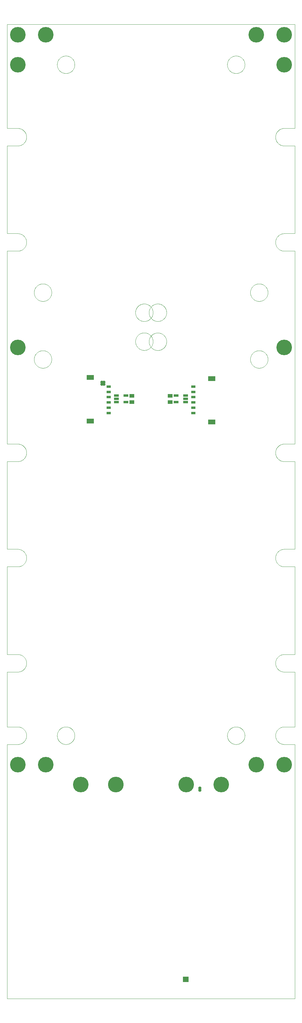
<source format=gbs>
G75*
%MOIN*%
%OFA0B0*%
%FSLAX25Y25*%
%IPPOS*%
%LPD*%
%AMOC8*
5,1,8,0,0,1.08239X$1,22.5*
%
%ADD10C,0.00004*%
%ADD11C,0.00394*%
%ADD12R,0.05524X0.03162*%
%ADD13R,0.04737X0.03162*%
%ADD14R,0.07887X0.05721*%
%ADD15R,0.05524X0.03950*%
%ADD16C,0.17493*%
%ADD17R,0.03778X0.03778*%
%ADD18C,0.03778*%
%ADD19C,0.03581*%
%ADD20C,0.17611*%
D10*
X0001063Y0001002D02*
X0323898Y0001002D01*
X0323898Y0286435D01*
X0312087Y0286435D01*
X0311847Y0286438D01*
X0311608Y0286447D01*
X0311369Y0286461D01*
X0311130Y0286482D01*
X0310891Y0286508D01*
X0310654Y0286540D01*
X0310417Y0286578D01*
X0310181Y0286621D01*
X0309947Y0286670D01*
X0309714Y0286725D01*
X0309482Y0286786D01*
X0309251Y0286852D01*
X0309023Y0286924D01*
X0308796Y0287002D01*
X0308571Y0287084D01*
X0308348Y0287173D01*
X0308127Y0287267D01*
X0307909Y0287366D01*
X0307693Y0287470D01*
X0307480Y0287580D01*
X0307270Y0287694D01*
X0307062Y0287814D01*
X0306857Y0287939D01*
X0306656Y0288069D01*
X0306458Y0288204D01*
X0306263Y0288343D01*
X0306071Y0288487D01*
X0305883Y0288636D01*
X0305699Y0288789D01*
X0305519Y0288947D01*
X0305342Y0289109D01*
X0305169Y0289276D01*
X0305001Y0289446D01*
X0304837Y0289621D01*
X0304677Y0289799D01*
X0304521Y0289982D01*
X0304370Y0290168D01*
X0304224Y0290358D01*
X0304082Y0290551D01*
X0303945Y0290747D01*
X0303812Y0290947D01*
X0303685Y0291150D01*
X0303563Y0291356D01*
X0303445Y0291566D01*
X0303333Y0291777D01*
X0303226Y0291992D01*
X0303124Y0292209D01*
X0303028Y0292428D01*
X0302937Y0292650D01*
X0302851Y0292874D01*
X0302771Y0293100D01*
X0302697Y0293328D01*
X0302628Y0293557D01*
X0302564Y0293788D01*
X0302506Y0294021D01*
X0302454Y0294255D01*
X0302408Y0294490D01*
X0302367Y0294726D01*
X0302332Y0294964D01*
X0302303Y0295201D01*
X0302280Y0295440D01*
X0302262Y0295679D01*
X0302251Y0295919D01*
X0302245Y0296158D01*
X0302245Y0296398D01*
X0302251Y0296637D01*
X0302262Y0296877D01*
X0302280Y0297116D01*
X0302303Y0297355D01*
X0302332Y0297592D01*
X0302367Y0297830D01*
X0302408Y0298066D01*
X0302454Y0298301D01*
X0302506Y0298535D01*
X0302564Y0298768D01*
X0302628Y0298999D01*
X0302697Y0299228D01*
X0302771Y0299456D01*
X0302851Y0299682D01*
X0302937Y0299906D01*
X0303028Y0300128D01*
X0303124Y0300347D01*
X0303226Y0300564D01*
X0303333Y0300779D01*
X0303445Y0300990D01*
X0303563Y0301200D01*
X0303685Y0301406D01*
X0303812Y0301609D01*
X0303945Y0301809D01*
X0304082Y0302005D01*
X0304224Y0302198D01*
X0304370Y0302388D01*
X0304521Y0302574D01*
X0304677Y0302757D01*
X0304837Y0302935D01*
X0305001Y0303110D01*
X0305169Y0303280D01*
X0305342Y0303447D01*
X0305519Y0303609D01*
X0305699Y0303767D01*
X0305883Y0303920D01*
X0306071Y0304069D01*
X0306263Y0304213D01*
X0306458Y0304352D01*
X0306656Y0304487D01*
X0306857Y0304617D01*
X0307062Y0304742D01*
X0307270Y0304862D01*
X0307480Y0304976D01*
X0307693Y0305086D01*
X0307909Y0305190D01*
X0308127Y0305289D01*
X0308348Y0305383D01*
X0308571Y0305472D01*
X0308796Y0305554D01*
X0309023Y0305632D01*
X0309251Y0305704D01*
X0309482Y0305770D01*
X0309714Y0305831D01*
X0309947Y0305886D01*
X0310181Y0305935D01*
X0310417Y0305978D01*
X0310654Y0306016D01*
X0310891Y0306048D01*
X0311130Y0306074D01*
X0311369Y0306095D01*
X0311608Y0306109D01*
X0311847Y0306118D01*
X0312087Y0306121D01*
X0312087Y0306120D02*
X0323898Y0306120D01*
X0323898Y0367734D01*
X0312087Y0367734D01*
X0311847Y0367737D01*
X0311608Y0367746D01*
X0311369Y0367760D01*
X0311130Y0367781D01*
X0310891Y0367807D01*
X0310654Y0367839D01*
X0310417Y0367877D01*
X0310181Y0367920D01*
X0309947Y0367969D01*
X0309714Y0368024D01*
X0309482Y0368085D01*
X0309251Y0368151D01*
X0309023Y0368223D01*
X0308796Y0368301D01*
X0308571Y0368383D01*
X0308348Y0368472D01*
X0308127Y0368566D01*
X0307909Y0368665D01*
X0307693Y0368769D01*
X0307480Y0368879D01*
X0307270Y0368993D01*
X0307062Y0369113D01*
X0306857Y0369238D01*
X0306656Y0369368D01*
X0306458Y0369503D01*
X0306263Y0369642D01*
X0306071Y0369786D01*
X0305883Y0369935D01*
X0305699Y0370088D01*
X0305519Y0370246D01*
X0305342Y0370408D01*
X0305169Y0370575D01*
X0305001Y0370745D01*
X0304837Y0370920D01*
X0304677Y0371098D01*
X0304521Y0371281D01*
X0304370Y0371467D01*
X0304224Y0371657D01*
X0304082Y0371850D01*
X0303945Y0372046D01*
X0303812Y0372246D01*
X0303685Y0372449D01*
X0303563Y0372655D01*
X0303445Y0372865D01*
X0303333Y0373076D01*
X0303226Y0373291D01*
X0303124Y0373508D01*
X0303028Y0373727D01*
X0302937Y0373949D01*
X0302851Y0374173D01*
X0302771Y0374399D01*
X0302697Y0374627D01*
X0302628Y0374856D01*
X0302564Y0375087D01*
X0302506Y0375320D01*
X0302454Y0375554D01*
X0302408Y0375789D01*
X0302367Y0376025D01*
X0302332Y0376263D01*
X0302303Y0376500D01*
X0302280Y0376739D01*
X0302262Y0376978D01*
X0302251Y0377218D01*
X0302245Y0377457D01*
X0302245Y0377697D01*
X0302251Y0377936D01*
X0302262Y0378176D01*
X0302280Y0378415D01*
X0302303Y0378654D01*
X0302332Y0378891D01*
X0302367Y0379129D01*
X0302408Y0379365D01*
X0302454Y0379600D01*
X0302506Y0379834D01*
X0302564Y0380067D01*
X0302628Y0380298D01*
X0302697Y0380527D01*
X0302771Y0380755D01*
X0302851Y0380981D01*
X0302937Y0381205D01*
X0303028Y0381427D01*
X0303124Y0381646D01*
X0303226Y0381863D01*
X0303333Y0382078D01*
X0303445Y0382289D01*
X0303563Y0382499D01*
X0303685Y0382705D01*
X0303812Y0382908D01*
X0303945Y0383108D01*
X0304082Y0383304D01*
X0304224Y0383497D01*
X0304370Y0383687D01*
X0304521Y0383873D01*
X0304677Y0384056D01*
X0304837Y0384234D01*
X0305001Y0384409D01*
X0305169Y0384579D01*
X0305342Y0384746D01*
X0305519Y0384908D01*
X0305699Y0385066D01*
X0305883Y0385219D01*
X0306071Y0385368D01*
X0306263Y0385512D01*
X0306458Y0385651D01*
X0306656Y0385786D01*
X0306857Y0385916D01*
X0307062Y0386041D01*
X0307270Y0386161D01*
X0307480Y0386275D01*
X0307693Y0386385D01*
X0307909Y0386489D01*
X0308127Y0386588D01*
X0308348Y0386682D01*
X0308571Y0386771D01*
X0308796Y0386853D01*
X0309023Y0386931D01*
X0309251Y0387003D01*
X0309482Y0387069D01*
X0309714Y0387130D01*
X0309947Y0387185D01*
X0310181Y0387234D01*
X0310417Y0387277D01*
X0310654Y0387315D01*
X0310891Y0387347D01*
X0311130Y0387373D01*
X0311369Y0387394D01*
X0311608Y0387408D01*
X0311847Y0387417D01*
X0312087Y0387420D01*
X0312087Y0387419D02*
X0323898Y0387419D01*
X0323898Y0485844D01*
X0312087Y0485844D01*
X0311847Y0485847D01*
X0311608Y0485856D01*
X0311369Y0485870D01*
X0311130Y0485891D01*
X0310891Y0485917D01*
X0310654Y0485949D01*
X0310417Y0485987D01*
X0310181Y0486030D01*
X0309947Y0486079D01*
X0309714Y0486134D01*
X0309482Y0486195D01*
X0309251Y0486261D01*
X0309023Y0486333D01*
X0308796Y0486411D01*
X0308571Y0486493D01*
X0308348Y0486582D01*
X0308127Y0486676D01*
X0307909Y0486775D01*
X0307693Y0486879D01*
X0307480Y0486989D01*
X0307270Y0487103D01*
X0307062Y0487223D01*
X0306857Y0487348D01*
X0306656Y0487478D01*
X0306458Y0487613D01*
X0306263Y0487752D01*
X0306071Y0487896D01*
X0305883Y0488045D01*
X0305699Y0488198D01*
X0305519Y0488356D01*
X0305342Y0488518D01*
X0305169Y0488685D01*
X0305001Y0488855D01*
X0304837Y0489030D01*
X0304677Y0489208D01*
X0304521Y0489391D01*
X0304370Y0489577D01*
X0304224Y0489767D01*
X0304082Y0489960D01*
X0303945Y0490156D01*
X0303812Y0490356D01*
X0303685Y0490559D01*
X0303563Y0490765D01*
X0303445Y0490975D01*
X0303333Y0491186D01*
X0303226Y0491401D01*
X0303124Y0491618D01*
X0303028Y0491837D01*
X0302937Y0492059D01*
X0302851Y0492283D01*
X0302771Y0492509D01*
X0302697Y0492737D01*
X0302628Y0492966D01*
X0302564Y0493197D01*
X0302506Y0493430D01*
X0302454Y0493664D01*
X0302408Y0493899D01*
X0302367Y0494135D01*
X0302332Y0494373D01*
X0302303Y0494610D01*
X0302280Y0494849D01*
X0302262Y0495088D01*
X0302251Y0495328D01*
X0302245Y0495567D01*
X0302245Y0495807D01*
X0302251Y0496046D01*
X0302262Y0496286D01*
X0302280Y0496525D01*
X0302303Y0496764D01*
X0302332Y0497001D01*
X0302367Y0497239D01*
X0302408Y0497475D01*
X0302454Y0497710D01*
X0302506Y0497944D01*
X0302564Y0498177D01*
X0302628Y0498408D01*
X0302697Y0498637D01*
X0302771Y0498865D01*
X0302851Y0499091D01*
X0302937Y0499315D01*
X0303028Y0499537D01*
X0303124Y0499756D01*
X0303226Y0499973D01*
X0303333Y0500188D01*
X0303445Y0500399D01*
X0303563Y0500609D01*
X0303685Y0500815D01*
X0303812Y0501018D01*
X0303945Y0501218D01*
X0304082Y0501414D01*
X0304224Y0501607D01*
X0304370Y0501797D01*
X0304521Y0501983D01*
X0304677Y0502166D01*
X0304837Y0502344D01*
X0305001Y0502519D01*
X0305169Y0502689D01*
X0305342Y0502856D01*
X0305519Y0503018D01*
X0305699Y0503176D01*
X0305883Y0503329D01*
X0306071Y0503478D01*
X0306263Y0503622D01*
X0306458Y0503761D01*
X0306656Y0503896D01*
X0306857Y0504026D01*
X0307062Y0504151D01*
X0307270Y0504271D01*
X0307480Y0504385D01*
X0307693Y0504495D01*
X0307909Y0504599D01*
X0308127Y0504698D01*
X0308348Y0504792D01*
X0308571Y0504881D01*
X0308796Y0504963D01*
X0309023Y0505041D01*
X0309251Y0505113D01*
X0309482Y0505179D01*
X0309714Y0505240D01*
X0309947Y0505295D01*
X0310181Y0505344D01*
X0310417Y0505387D01*
X0310654Y0505425D01*
X0310891Y0505457D01*
X0311130Y0505483D01*
X0311369Y0505504D01*
X0311608Y0505518D01*
X0311847Y0505527D01*
X0312087Y0505530D01*
X0323898Y0505530D01*
X0323898Y0603955D01*
X0312087Y0603955D01*
X0312087Y0603954D02*
X0311847Y0603957D01*
X0311608Y0603966D01*
X0311369Y0603980D01*
X0311130Y0604001D01*
X0310891Y0604027D01*
X0310654Y0604059D01*
X0310417Y0604097D01*
X0310181Y0604140D01*
X0309947Y0604189D01*
X0309714Y0604244D01*
X0309482Y0604305D01*
X0309251Y0604371D01*
X0309023Y0604443D01*
X0308796Y0604521D01*
X0308571Y0604603D01*
X0308348Y0604692D01*
X0308127Y0604786D01*
X0307909Y0604885D01*
X0307693Y0604989D01*
X0307480Y0605099D01*
X0307270Y0605213D01*
X0307062Y0605333D01*
X0306857Y0605458D01*
X0306656Y0605588D01*
X0306458Y0605723D01*
X0306263Y0605862D01*
X0306071Y0606006D01*
X0305883Y0606155D01*
X0305699Y0606308D01*
X0305519Y0606466D01*
X0305342Y0606628D01*
X0305169Y0606795D01*
X0305001Y0606965D01*
X0304837Y0607140D01*
X0304677Y0607318D01*
X0304521Y0607501D01*
X0304370Y0607687D01*
X0304224Y0607877D01*
X0304082Y0608070D01*
X0303945Y0608266D01*
X0303812Y0608466D01*
X0303685Y0608669D01*
X0303563Y0608876D01*
X0303445Y0609085D01*
X0303333Y0609296D01*
X0303226Y0609511D01*
X0303124Y0609728D01*
X0303028Y0609947D01*
X0302937Y0610169D01*
X0302851Y0610393D01*
X0302771Y0610619D01*
X0302697Y0610847D01*
X0302628Y0611076D01*
X0302564Y0611307D01*
X0302506Y0611540D01*
X0302454Y0611774D01*
X0302408Y0612009D01*
X0302367Y0612245D01*
X0302332Y0612483D01*
X0302303Y0612720D01*
X0302280Y0612959D01*
X0302262Y0613198D01*
X0302251Y0613438D01*
X0302245Y0613677D01*
X0302245Y0613917D01*
X0302251Y0614156D01*
X0302262Y0614396D01*
X0302280Y0614635D01*
X0302303Y0614874D01*
X0302332Y0615111D01*
X0302367Y0615349D01*
X0302408Y0615585D01*
X0302454Y0615820D01*
X0302506Y0616054D01*
X0302564Y0616287D01*
X0302628Y0616518D01*
X0302697Y0616747D01*
X0302771Y0616975D01*
X0302851Y0617201D01*
X0302937Y0617425D01*
X0303028Y0617647D01*
X0303124Y0617866D01*
X0303226Y0618083D01*
X0303333Y0618298D01*
X0303445Y0618509D01*
X0303563Y0618719D01*
X0303685Y0618925D01*
X0303812Y0619128D01*
X0303945Y0619328D01*
X0304082Y0619524D01*
X0304224Y0619717D01*
X0304370Y0619907D01*
X0304521Y0620093D01*
X0304677Y0620276D01*
X0304837Y0620454D01*
X0305001Y0620629D01*
X0305169Y0620799D01*
X0305342Y0620966D01*
X0305519Y0621128D01*
X0305699Y0621286D01*
X0305883Y0621439D01*
X0306071Y0621588D01*
X0306263Y0621732D01*
X0306458Y0621871D01*
X0306656Y0622006D01*
X0306857Y0622136D01*
X0307062Y0622261D01*
X0307270Y0622381D01*
X0307480Y0622495D01*
X0307693Y0622605D01*
X0307909Y0622709D01*
X0308127Y0622808D01*
X0308348Y0622902D01*
X0308571Y0622991D01*
X0308796Y0623073D01*
X0309023Y0623151D01*
X0309251Y0623223D01*
X0309482Y0623289D01*
X0309714Y0623350D01*
X0309947Y0623405D01*
X0310181Y0623454D01*
X0310417Y0623497D01*
X0310654Y0623535D01*
X0310891Y0623567D01*
X0311130Y0623593D01*
X0311369Y0623614D01*
X0311608Y0623628D01*
X0311847Y0623637D01*
X0312087Y0623640D01*
X0323898Y0623640D01*
X0323898Y0840175D01*
X0312087Y0840175D01*
X0311847Y0840178D01*
X0311608Y0840187D01*
X0311369Y0840201D01*
X0311130Y0840222D01*
X0310891Y0840248D01*
X0310654Y0840280D01*
X0310417Y0840318D01*
X0310181Y0840361D01*
X0309947Y0840410D01*
X0309714Y0840465D01*
X0309482Y0840526D01*
X0309251Y0840592D01*
X0309023Y0840664D01*
X0308796Y0840742D01*
X0308571Y0840824D01*
X0308348Y0840913D01*
X0308127Y0841007D01*
X0307909Y0841106D01*
X0307693Y0841210D01*
X0307480Y0841320D01*
X0307270Y0841434D01*
X0307062Y0841554D01*
X0306857Y0841679D01*
X0306656Y0841809D01*
X0306458Y0841944D01*
X0306263Y0842083D01*
X0306071Y0842227D01*
X0305883Y0842376D01*
X0305699Y0842529D01*
X0305519Y0842687D01*
X0305342Y0842849D01*
X0305169Y0843016D01*
X0305001Y0843186D01*
X0304837Y0843361D01*
X0304677Y0843539D01*
X0304521Y0843722D01*
X0304370Y0843908D01*
X0304224Y0844098D01*
X0304082Y0844291D01*
X0303945Y0844487D01*
X0303812Y0844687D01*
X0303685Y0844890D01*
X0303563Y0845097D01*
X0303445Y0845306D01*
X0303333Y0845517D01*
X0303226Y0845732D01*
X0303124Y0845949D01*
X0303028Y0846168D01*
X0302937Y0846390D01*
X0302851Y0846614D01*
X0302771Y0846840D01*
X0302697Y0847068D01*
X0302628Y0847297D01*
X0302564Y0847528D01*
X0302506Y0847761D01*
X0302454Y0847995D01*
X0302408Y0848230D01*
X0302367Y0848466D01*
X0302332Y0848704D01*
X0302303Y0848941D01*
X0302280Y0849180D01*
X0302262Y0849419D01*
X0302251Y0849659D01*
X0302245Y0849898D01*
X0302245Y0850138D01*
X0302251Y0850377D01*
X0302262Y0850617D01*
X0302280Y0850856D01*
X0302303Y0851095D01*
X0302332Y0851332D01*
X0302367Y0851570D01*
X0302408Y0851806D01*
X0302454Y0852041D01*
X0302506Y0852275D01*
X0302564Y0852508D01*
X0302628Y0852739D01*
X0302697Y0852968D01*
X0302771Y0853196D01*
X0302851Y0853422D01*
X0302937Y0853646D01*
X0303028Y0853868D01*
X0303124Y0854087D01*
X0303226Y0854304D01*
X0303333Y0854519D01*
X0303445Y0854730D01*
X0303563Y0854940D01*
X0303685Y0855146D01*
X0303812Y0855349D01*
X0303945Y0855549D01*
X0304082Y0855745D01*
X0304224Y0855938D01*
X0304370Y0856128D01*
X0304521Y0856314D01*
X0304677Y0856497D01*
X0304837Y0856675D01*
X0305001Y0856850D01*
X0305169Y0857020D01*
X0305342Y0857187D01*
X0305519Y0857349D01*
X0305699Y0857507D01*
X0305883Y0857660D01*
X0306071Y0857809D01*
X0306263Y0857953D01*
X0306458Y0858092D01*
X0306656Y0858227D01*
X0306857Y0858357D01*
X0307062Y0858482D01*
X0307270Y0858602D01*
X0307480Y0858716D01*
X0307693Y0858826D01*
X0307909Y0858930D01*
X0308127Y0859029D01*
X0308348Y0859123D01*
X0308571Y0859212D01*
X0308796Y0859294D01*
X0309023Y0859372D01*
X0309251Y0859444D01*
X0309482Y0859510D01*
X0309714Y0859571D01*
X0309947Y0859626D01*
X0310181Y0859675D01*
X0310417Y0859718D01*
X0310654Y0859756D01*
X0310891Y0859788D01*
X0311130Y0859814D01*
X0311369Y0859835D01*
X0311608Y0859849D01*
X0311847Y0859858D01*
X0312087Y0859861D01*
X0312087Y0859860D02*
X0323898Y0859860D01*
X0323898Y0958285D01*
X0312087Y0958285D01*
X0311847Y0958288D01*
X0311608Y0958297D01*
X0311369Y0958311D01*
X0311130Y0958332D01*
X0310891Y0958358D01*
X0310654Y0958390D01*
X0310417Y0958428D01*
X0310181Y0958471D01*
X0309947Y0958520D01*
X0309714Y0958575D01*
X0309482Y0958636D01*
X0309251Y0958702D01*
X0309023Y0958774D01*
X0308796Y0958852D01*
X0308571Y0958934D01*
X0308348Y0959023D01*
X0308127Y0959117D01*
X0307909Y0959216D01*
X0307693Y0959320D01*
X0307480Y0959430D01*
X0307270Y0959544D01*
X0307062Y0959664D01*
X0306857Y0959789D01*
X0306656Y0959919D01*
X0306458Y0960054D01*
X0306263Y0960193D01*
X0306071Y0960337D01*
X0305883Y0960486D01*
X0305699Y0960639D01*
X0305519Y0960797D01*
X0305342Y0960959D01*
X0305169Y0961126D01*
X0305001Y0961296D01*
X0304837Y0961471D01*
X0304677Y0961649D01*
X0304521Y0961832D01*
X0304370Y0962018D01*
X0304224Y0962208D01*
X0304082Y0962401D01*
X0303945Y0962597D01*
X0303812Y0962797D01*
X0303685Y0963000D01*
X0303563Y0963207D01*
X0303445Y0963416D01*
X0303333Y0963627D01*
X0303226Y0963842D01*
X0303124Y0964059D01*
X0303028Y0964278D01*
X0302937Y0964500D01*
X0302851Y0964724D01*
X0302771Y0964950D01*
X0302697Y0965178D01*
X0302628Y0965407D01*
X0302564Y0965638D01*
X0302506Y0965871D01*
X0302454Y0966105D01*
X0302408Y0966340D01*
X0302367Y0966576D01*
X0302332Y0966814D01*
X0302303Y0967051D01*
X0302280Y0967290D01*
X0302262Y0967529D01*
X0302251Y0967769D01*
X0302245Y0968008D01*
X0302245Y0968248D01*
X0302251Y0968487D01*
X0302262Y0968727D01*
X0302280Y0968966D01*
X0302303Y0969205D01*
X0302332Y0969442D01*
X0302367Y0969680D01*
X0302408Y0969916D01*
X0302454Y0970151D01*
X0302506Y0970385D01*
X0302564Y0970618D01*
X0302628Y0970849D01*
X0302697Y0971078D01*
X0302771Y0971306D01*
X0302851Y0971532D01*
X0302937Y0971756D01*
X0303028Y0971978D01*
X0303124Y0972197D01*
X0303226Y0972414D01*
X0303333Y0972629D01*
X0303445Y0972840D01*
X0303563Y0973050D01*
X0303685Y0973256D01*
X0303812Y0973459D01*
X0303945Y0973659D01*
X0304082Y0973855D01*
X0304224Y0974048D01*
X0304370Y0974238D01*
X0304521Y0974424D01*
X0304677Y0974607D01*
X0304837Y0974785D01*
X0305001Y0974960D01*
X0305169Y0975130D01*
X0305342Y0975297D01*
X0305519Y0975459D01*
X0305699Y0975617D01*
X0305883Y0975770D01*
X0306071Y0975919D01*
X0306263Y0976063D01*
X0306458Y0976202D01*
X0306656Y0976337D01*
X0306857Y0976467D01*
X0307062Y0976592D01*
X0307270Y0976712D01*
X0307480Y0976826D01*
X0307693Y0976936D01*
X0307909Y0977040D01*
X0308127Y0977139D01*
X0308348Y0977233D01*
X0308571Y0977322D01*
X0308796Y0977404D01*
X0309023Y0977482D01*
X0309251Y0977554D01*
X0309482Y0977620D01*
X0309714Y0977681D01*
X0309947Y0977736D01*
X0310181Y0977785D01*
X0310417Y0977828D01*
X0310654Y0977866D01*
X0310891Y0977898D01*
X0311130Y0977924D01*
X0311369Y0977945D01*
X0311608Y0977959D01*
X0311847Y0977968D01*
X0312087Y0977971D01*
X0312087Y0977970D02*
X0323898Y0977970D01*
X0323898Y1094703D01*
X0001063Y1094703D01*
X0001063Y0977970D01*
X0012874Y0977970D01*
X0012874Y0977971D02*
X0013114Y0977968D01*
X0013353Y0977959D01*
X0013592Y0977945D01*
X0013831Y0977924D01*
X0014070Y0977898D01*
X0014307Y0977866D01*
X0014544Y0977828D01*
X0014780Y0977785D01*
X0015014Y0977736D01*
X0015247Y0977681D01*
X0015479Y0977620D01*
X0015710Y0977554D01*
X0015938Y0977482D01*
X0016165Y0977404D01*
X0016390Y0977322D01*
X0016613Y0977233D01*
X0016834Y0977139D01*
X0017052Y0977040D01*
X0017268Y0976936D01*
X0017481Y0976826D01*
X0017691Y0976712D01*
X0017899Y0976592D01*
X0018104Y0976467D01*
X0018305Y0976337D01*
X0018503Y0976202D01*
X0018698Y0976063D01*
X0018890Y0975919D01*
X0019078Y0975770D01*
X0019262Y0975617D01*
X0019442Y0975459D01*
X0019619Y0975297D01*
X0019792Y0975130D01*
X0019960Y0974960D01*
X0020124Y0974785D01*
X0020284Y0974607D01*
X0020440Y0974424D01*
X0020591Y0974238D01*
X0020737Y0974048D01*
X0020879Y0973855D01*
X0021016Y0973659D01*
X0021149Y0973459D01*
X0021276Y0973256D01*
X0021398Y0973050D01*
X0021516Y0972840D01*
X0021628Y0972629D01*
X0021735Y0972414D01*
X0021837Y0972197D01*
X0021933Y0971978D01*
X0022024Y0971756D01*
X0022110Y0971532D01*
X0022190Y0971306D01*
X0022264Y0971078D01*
X0022333Y0970849D01*
X0022397Y0970618D01*
X0022455Y0970385D01*
X0022507Y0970151D01*
X0022553Y0969916D01*
X0022594Y0969680D01*
X0022629Y0969442D01*
X0022658Y0969205D01*
X0022681Y0968966D01*
X0022699Y0968727D01*
X0022710Y0968487D01*
X0022716Y0968248D01*
X0022716Y0968008D01*
X0022710Y0967769D01*
X0022699Y0967529D01*
X0022681Y0967290D01*
X0022658Y0967051D01*
X0022629Y0966814D01*
X0022594Y0966576D01*
X0022553Y0966340D01*
X0022507Y0966105D01*
X0022455Y0965871D01*
X0022397Y0965638D01*
X0022333Y0965407D01*
X0022264Y0965178D01*
X0022190Y0964950D01*
X0022110Y0964724D01*
X0022024Y0964500D01*
X0021933Y0964278D01*
X0021837Y0964059D01*
X0021735Y0963842D01*
X0021628Y0963627D01*
X0021516Y0963416D01*
X0021398Y0963207D01*
X0021276Y0963000D01*
X0021149Y0962797D01*
X0021016Y0962597D01*
X0020879Y0962401D01*
X0020737Y0962208D01*
X0020591Y0962018D01*
X0020440Y0961832D01*
X0020284Y0961649D01*
X0020124Y0961471D01*
X0019960Y0961296D01*
X0019792Y0961126D01*
X0019619Y0960959D01*
X0019442Y0960797D01*
X0019262Y0960639D01*
X0019078Y0960486D01*
X0018890Y0960337D01*
X0018698Y0960193D01*
X0018503Y0960054D01*
X0018305Y0959919D01*
X0018104Y0959789D01*
X0017899Y0959664D01*
X0017691Y0959544D01*
X0017481Y0959430D01*
X0017268Y0959320D01*
X0017052Y0959216D01*
X0016834Y0959117D01*
X0016613Y0959023D01*
X0016390Y0958934D01*
X0016165Y0958852D01*
X0015938Y0958774D01*
X0015710Y0958702D01*
X0015479Y0958636D01*
X0015247Y0958575D01*
X0015014Y0958520D01*
X0014780Y0958471D01*
X0014544Y0958428D01*
X0014307Y0958390D01*
X0014070Y0958358D01*
X0013831Y0958332D01*
X0013592Y0958311D01*
X0013353Y0958297D01*
X0013114Y0958288D01*
X0012874Y0958285D01*
X0001063Y0958285D01*
X0001063Y0859860D01*
X0012874Y0859860D01*
X0012874Y0859861D02*
X0013114Y0859858D01*
X0013353Y0859849D01*
X0013592Y0859835D01*
X0013831Y0859814D01*
X0014070Y0859788D01*
X0014307Y0859756D01*
X0014544Y0859718D01*
X0014780Y0859675D01*
X0015014Y0859626D01*
X0015247Y0859571D01*
X0015479Y0859510D01*
X0015710Y0859444D01*
X0015938Y0859372D01*
X0016165Y0859294D01*
X0016390Y0859212D01*
X0016613Y0859123D01*
X0016834Y0859029D01*
X0017052Y0858930D01*
X0017268Y0858826D01*
X0017481Y0858716D01*
X0017691Y0858602D01*
X0017899Y0858482D01*
X0018104Y0858357D01*
X0018305Y0858227D01*
X0018503Y0858092D01*
X0018698Y0857953D01*
X0018890Y0857809D01*
X0019078Y0857660D01*
X0019262Y0857507D01*
X0019442Y0857349D01*
X0019619Y0857187D01*
X0019792Y0857020D01*
X0019960Y0856850D01*
X0020124Y0856675D01*
X0020284Y0856497D01*
X0020440Y0856314D01*
X0020591Y0856128D01*
X0020737Y0855938D01*
X0020879Y0855745D01*
X0021016Y0855549D01*
X0021149Y0855349D01*
X0021276Y0855146D01*
X0021398Y0854940D01*
X0021516Y0854730D01*
X0021628Y0854519D01*
X0021735Y0854304D01*
X0021837Y0854087D01*
X0021933Y0853868D01*
X0022024Y0853646D01*
X0022110Y0853422D01*
X0022190Y0853196D01*
X0022264Y0852968D01*
X0022333Y0852739D01*
X0022397Y0852508D01*
X0022455Y0852275D01*
X0022507Y0852041D01*
X0022553Y0851806D01*
X0022594Y0851570D01*
X0022629Y0851332D01*
X0022658Y0851095D01*
X0022681Y0850856D01*
X0022699Y0850617D01*
X0022710Y0850377D01*
X0022716Y0850138D01*
X0022716Y0849898D01*
X0022710Y0849659D01*
X0022699Y0849419D01*
X0022681Y0849180D01*
X0022658Y0848941D01*
X0022629Y0848704D01*
X0022594Y0848466D01*
X0022553Y0848230D01*
X0022507Y0847995D01*
X0022455Y0847761D01*
X0022397Y0847528D01*
X0022333Y0847297D01*
X0022264Y0847068D01*
X0022190Y0846840D01*
X0022110Y0846614D01*
X0022024Y0846390D01*
X0021933Y0846168D01*
X0021837Y0845949D01*
X0021735Y0845732D01*
X0021628Y0845517D01*
X0021516Y0845306D01*
X0021398Y0845097D01*
X0021276Y0844890D01*
X0021149Y0844687D01*
X0021016Y0844487D01*
X0020879Y0844291D01*
X0020737Y0844098D01*
X0020591Y0843908D01*
X0020440Y0843722D01*
X0020284Y0843539D01*
X0020124Y0843361D01*
X0019960Y0843186D01*
X0019792Y0843016D01*
X0019619Y0842849D01*
X0019442Y0842687D01*
X0019262Y0842529D01*
X0019078Y0842376D01*
X0018890Y0842227D01*
X0018698Y0842083D01*
X0018503Y0841944D01*
X0018305Y0841809D01*
X0018104Y0841679D01*
X0017899Y0841554D01*
X0017691Y0841434D01*
X0017481Y0841320D01*
X0017268Y0841210D01*
X0017052Y0841106D01*
X0016834Y0841007D01*
X0016613Y0840913D01*
X0016390Y0840824D01*
X0016165Y0840742D01*
X0015938Y0840664D01*
X0015710Y0840592D01*
X0015479Y0840526D01*
X0015247Y0840465D01*
X0015014Y0840410D01*
X0014780Y0840361D01*
X0014544Y0840318D01*
X0014307Y0840280D01*
X0014070Y0840248D01*
X0013831Y0840222D01*
X0013592Y0840201D01*
X0013353Y0840187D01*
X0013114Y0840178D01*
X0012874Y0840175D01*
X0001063Y0840175D01*
X0001063Y0623640D01*
X0012874Y0623640D01*
X0013114Y0623637D01*
X0013353Y0623628D01*
X0013592Y0623614D01*
X0013831Y0623593D01*
X0014070Y0623567D01*
X0014307Y0623535D01*
X0014544Y0623497D01*
X0014780Y0623454D01*
X0015014Y0623405D01*
X0015247Y0623350D01*
X0015479Y0623289D01*
X0015710Y0623223D01*
X0015938Y0623151D01*
X0016165Y0623073D01*
X0016390Y0622991D01*
X0016613Y0622902D01*
X0016834Y0622808D01*
X0017052Y0622709D01*
X0017268Y0622605D01*
X0017481Y0622495D01*
X0017691Y0622381D01*
X0017899Y0622261D01*
X0018104Y0622136D01*
X0018305Y0622006D01*
X0018503Y0621871D01*
X0018698Y0621732D01*
X0018890Y0621588D01*
X0019078Y0621439D01*
X0019262Y0621286D01*
X0019442Y0621128D01*
X0019619Y0620966D01*
X0019792Y0620799D01*
X0019960Y0620629D01*
X0020124Y0620454D01*
X0020284Y0620276D01*
X0020440Y0620093D01*
X0020591Y0619907D01*
X0020737Y0619717D01*
X0020879Y0619524D01*
X0021016Y0619328D01*
X0021149Y0619128D01*
X0021276Y0618925D01*
X0021398Y0618719D01*
X0021516Y0618509D01*
X0021628Y0618298D01*
X0021735Y0618083D01*
X0021837Y0617866D01*
X0021933Y0617647D01*
X0022024Y0617425D01*
X0022110Y0617201D01*
X0022190Y0616975D01*
X0022264Y0616747D01*
X0022333Y0616518D01*
X0022397Y0616287D01*
X0022455Y0616054D01*
X0022507Y0615820D01*
X0022553Y0615585D01*
X0022594Y0615349D01*
X0022629Y0615111D01*
X0022658Y0614874D01*
X0022681Y0614635D01*
X0022699Y0614396D01*
X0022710Y0614156D01*
X0022716Y0613917D01*
X0022716Y0613677D01*
X0022710Y0613438D01*
X0022699Y0613198D01*
X0022681Y0612959D01*
X0022658Y0612720D01*
X0022629Y0612483D01*
X0022594Y0612245D01*
X0022553Y0612009D01*
X0022507Y0611774D01*
X0022455Y0611540D01*
X0022397Y0611307D01*
X0022333Y0611076D01*
X0022264Y0610847D01*
X0022190Y0610619D01*
X0022110Y0610393D01*
X0022024Y0610169D01*
X0021933Y0609947D01*
X0021837Y0609728D01*
X0021735Y0609511D01*
X0021628Y0609296D01*
X0021516Y0609085D01*
X0021398Y0608876D01*
X0021276Y0608669D01*
X0021149Y0608466D01*
X0021016Y0608266D01*
X0020879Y0608070D01*
X0020737Y0607877D01*
X0020591Y0607687D01*
X0020440Y0607501D01*
X0020284Y0607318D01*
X0020124Y0607140D01*
X0019960Y0606965D01*
X0019792Y0606795D01*
X0019619Y0606628D01*
X0019442Y0606466D01*
X0019262Y0606308D01*
X0019078Y0606155D01*
X0018890Y0606006D01*
X0018698Y0605862D01*
X0018503Y0605723D01*
X0018305Y0605588D01*
X0018104Y0605458D01*
X0017899Y0605333D01*
X0017691Y0605213D01*
X0017481Y0605099D01*
X0017268Y0604989D01*
X0017052Y0604885D01*
X0016834Y0604786D01*
X0016613Y0604692D01*
X0016390Y0604603D01*
X0016165Y0604521D01*
X0015938Y0604443D01*
X0015710Y0604371D01*
X0015479Y0604305D01*
X0015247Y0604244D01*
X0015014Y0604189D01*
X0014780Y0604140D01*
X0014544Y0604097D01*
X0014307Y0604059D01*
X0014070Y0604027D01*
X0013831Y0604001D01*
X0013592Y0603980D01*
X0013353Y0603966D01*
X0013114Y0603957D01*
X0012874Y0603954D01*
X0012874Y0603955D02*
X0001063Y0603955D01*
X0001063Y0505530D01*
X0012874Y0505530D01*
X0013114Y0505527D01*
X0013353Y0505518D01*
X0013592Y0505504D01*
X0013831Y0505483D01*
X0014070Y0505457D01*
X0014307Y0505425D01*
X0014544Y0505387D01*
X0014780Y0505344D01*
X0015014Y0505295D01*
X0015247Y0505240D01*
X0015479Y0505179D01*
X0015710Y0505113D01*
X0015938Y0505041D01*
X0016165Y0504963D01*
X0016390Y0504881D01*
X0016613Y0504792D01*
X0016834Y0504698D01*
X0017052Y0504599D01*
X0017268Y0504495D01*
X0017481Y0504385D01*
X0017691Y0504271D01*
X0017899Y0504151D01*
X0018104Y0504026D01*
X0018305Y0503896D01*
X0018503Y0503761D01*
X0018698Y0503622D01*
X0018890Y0503478D01*
X0019078Y0503329D01*
X0019262Y0503176D01*
X0019442Y0503018D01*
X0019619Y0502856D01*
X0019792Y0502689D01*
X0019960Y0502519D01*
X0020124Y0502344D01*
X0020284Y0502166D01*
X0020440Y0501983D01*
X0020591Y0501797D01*
X0020737Y0501607D01*
X0020879Y0501414D01*
X0021016Y0501218D01*
X0021149Y0501018D01*
X0021276Y0500815D01*
X0021398Y0500609D01*
X0021516Y0500399D01*
X0021628Y0500188D01*
X0021735Y0499973D01*
X0021837Y0499756D01*
X0021933Y0499537D01*
X0022024Y0499315D01*
X0022110Y0499091D01*
X0022190Y0498865D01*
X0022264Y0498637D01*
X0022333Y0498408D01*
X0022397Y0498177D01*
X0022455Y0497944D01*
X0022507Y0497710D01*
X0022553Y0497475D01*
X0022594Y0497239D01*
X0022629Y0497001D01*
X0022658Y0496764D01*
X0022681Y0496525D01*
X0022699Y0496286D01*
X0022710Y0496046D01*
X0022716Y0495807D01*
X0022716Y0495567D01*
X0022710Y0495328D01*
X0022699Y0495088D01*
X0022681Y0494849D01*
X0022658Y0494610D01*
X0022629Y0494373D01*
X0022594Y0494135D01*
X0022553Y0493899D01*
X0022507Y0493664D01*
X0022455Y0493430D01*
X0022397Y0493197D01*
X0022333Y0492966D01*
X0022264Y0492737D01*
X0022190Y0492509D01*
X0022110Y0492283D01*
X0022024Y0492059D01*
X0021933Y0491837D01*
X0021837Y0491618D01*
X0021735Y0491401D01*
X0021628Y0491186D01*
X0021516Y0490975D01*
X0021398Y0490766D01*
X0021276Y0490559D01*
X0021149Y0490356D01*
X0021016Y0490156D01*
X0020879Y0489960D01*
X0020737Y0489767D01*
X0020591Y0489577D01*
X0020440Y0489391D01*
X0020284Y0489208D01*
X0020124Y0489030D01*
X0019960Y0488855D01*
X0019792Y0488685D01*
X0019619Y0488518D01*
X0019442Y0488356D01*
X0019262Y0488198D01*
X0019078Y0488045D01*
X0018890Y0487896D01*
X0018698Y0487752D01*
X0018503Y0487613D01*
X0018305Y0487478D01*
X0018104Y0487348D01*
X0017899Y0487223D01*
X0017691Y0487103D01*
X0017481Y0486989D01*
X0017268Y0486879D01*
X0017052Y0486775D01*
X0016834Y0486676D01*
X0016613Y0486582D01*
X0016390Y0486493D01*
X0016165Y0486411D01*
X0015938Y0486333D01*
X0015710Y0486261D01*
X0015479Y0486195D01*
X0015247Y0486134D01*
X0015014Y0486079D01*
X0014780Y0486030D01*
X0014544Y0485987D01*
X0014307Y0485949D01*
X0014070Y0485917D01*
X0013831Y0485891D01*
X0013592Y0485870D01*
X0013353Y0485856D01*
X0013114Y0485847D01*
X0012874Y0485844D01*
X0001063Y0485844D01*
X0001063Y0387419D01*
X0012874Y0387419D01*
X0012874Y0387420D02*
X0013114Y0387417D01*
X0013353Y0387408D01*
X0013592Y0387394D01*
X0013831Y0387373D01*
X0014070Y0387347D01*
X0014307Y0387315D01*
X0014544Y0387277D01*
X0014780Y0387234D01*
X0015014Y0387185D01*
X0015247Y0387130D01*
X0015479Y0387069D01*
X0015710Y0387003D01*
X0015938Y0386931D01*
X0016165Y0386853D01*
X0016390Y0386771D01*
X0016613Y0386682D01*
X0016834Y0386588D01*
X0017052Y0386489D01*
X0017268Y0386385D01*
X0017481Y0386275D01*
X0017691Y0386161D01*
X0017899Y0386041D01*
X0018104Y0385916D01*
X0018305Y0385786D01*
X0018503Y0385651D01*
X0018698Y0385512D01*
X0018890Y0385368D01*
X0019078Y0385219D01*
X0019262Y0385066D01*
X0019442Y0384908D01*
X0019619Y0384746D01*
X0019792Y0384579D01*
X0019960Y0384409D01*
X0020124Y0384234D01*
X0020284Y0384056D01*
X0020440Y0383873D01*
X0020591Y0383687D01*
X0020737Y0383497D01*
X0020879Y0383304D01*
X0021016Y0383108D01*
X0021149Y0382908D01*
X0021276Y0382705D01*
X0021398Y0382499D01*
X0021516Y0382289D01*
X0021628Y0382078D01*
X0021735Y0381863D01*
X0021837Y0381646D01*
X0021933Y0381427D01*
X0022024Y0381205D01*
X0022110Y0380981D01*
X0022190Y0380755D01*
X0022264Y0380527D01*
X0022333Y0380298D01*
X0022397Y0380067D01*
X0022455Y0379834D01*
X0022507Y0379600D01*
X0022553Y0379365D01*
X0022594Y0379129D01*
X0022629Y0378891D01*
X0022658Y0378654D01*
X0022681Y0378415D01*
X0022699Y0378176D01*
X0022710Y0377936D01*
X0022716Y0377697D01*
X0022716Y0377457D01*
X0022710Y0377218D01*
X0022699Y0376978D01*
X0022681Y0376739D01*
X0022658Y0376500D01*
X0022629Y0376263D01*
X0022594Y0376025D01*
X0022553Y0375789D01*
X0022507Y0375554D01*
X0022455Y0375320D01*
X0022397Y0375087D01*
X0022333Y0374856D01*
X0022264Y0374627D01*
X0022190Y0374399D01*
X0022110Y0374173D01*
X0022024Y0373949D01*
X0021933Y0373727D01*
X0021837Y0373508D01*
X0021735Y0373291D01*
X0021628Y0373076D01*
X0021516Y0372865D01*
X0021398Y0372656D01*
X0021276Y0372449D01*
X0021149Y0372246D01*
X0021016Y0372046D01*
X0020879Y0371850D01*
X0020737Y0371657D01*
X0020591Y0371467D01*
X0020440Y0371281D01*
X0020284Y0371098D01*
X0020124Y0370920D01*
X0019960Y0370745D01*
X0019792Y0370575D01*
X0019619Y0370408D01*
X0019442Y0370246D01*
X0019262Y0370088D01*
X0019078Y0369935D01*
X0018890Y0369786D01*
X0018698Y0369642D01*
X0018503Y0369503D01*
X0018305Y0369368D01*
X0018104Y0369238D01*
X0017899Y0369113D01*
X0017691Y0368993D01*
X0017481Y0368879D01*
X0017268Y0368769D01*
X0017052Y0368665D01*
X0016834Y0368566D01*
X0016613Y0368472D01*
X0016390Y0368383D01*
X0016165Y0368301D01*
X0015938Y0368223D01*
X0015710Y0368151D01*
X0015479Y0368085D01*
X0015247Y0368024D01*
X0015014Y0367969D01*
X0014780Y0367920D01*
X0014544Y0367877D01*
X0014307Y0367839D01*
X0014070Y0367807D01*
X0013831Y0367781D01*
X0013592Y0367760D01*
X0013353Y0367746D01*
X0013114Y0367737D01*
X0012874Y0367734D01*
X0001063Y0367734D01*
X0001063Y0306120D01*
X0012874Y0306120D01*
X0012874Y0306121D02*
X0013114Y0306118D01*
X0013353Y0306109D01*
X0013592Y0306095D01*
X0013831Y0306074D01*
X0014070Y0306048D01*
X0014307Y0306016D01*
X0014544Y0305978D01*
X0014780Y0305935D01*
X0015014Y0305886D01*
X0015247Y0305831D01*
X0015479Y0305770D01*
X0015710Y0305704D01*
X0015938Y0305632D01*
X0016165Y0305554D01*
X0016390Y0305472D01*
X0016613Y0305383D01*
X0016834Y0305289D01*
X0017052Y0305190D01*
X0017268Y0305086D01*
X0017481Y0304976D01*
X0017691Y0304862D01*
X0017899Y0304742D01*
X0018104Y0304617D01*
X0018305Y0304487D01*
X0018503Y0304352D01*
X0018698Y0304213D01*
X0018890Y0304069D01*
X0019078Y0303920D01*
X0019262Y0303767D01*
X0019442Y0303609D01*
X0019619Y0303447D01*
X0019792Y0303280D01*
X0019960Y0303110D01*
X0020124Y0302935D01*
X0020284Y0302757D01*
X0020440Y0302574D01*
X0020591Y0302388D01*
X0020737Y0302198D01*
X0020879Y0302005D01*
X0021016Y0301809D01*
X0021149Y0301609D01*
X0021276Y0301406D01*
X0021398Y0301200D01*
X0021516Y0300990D01*
X0021628Y0300779D01*
X0021735Y0300564D01*
X0021837Y0300347D01*
X0021933Y0300128D01*
X0022024Y0299906D01*
X0022110Y0299682D01*
X0022190Y0299456D01*
X0022264Y0299228D01*
X0022333Y0298999D01*
X0022397Y0298768D01*
X0022455Y0298535D01*
X0022507Y0298301D01*
X0022553Y0298066D01*
X0022594Y0297830D01*
X0022629Y0297592D01*
X0022658Y0297355D01*
X0022681Y0297116D01*
X0022699Y0296877D01*
X0022710Y0296637D01*
X0022716Y0296398D01*
X0022716Y0296158D01*
X0022710Y0295919D01*
X0022699Y0295679D01*
X0022681Y0295440D01*
X0022658Y0295201D01*
X0022629Y0294964D01*
X0022594Y0294726D01*
X0022553Y0294490D01*
X0022507Y0294255D01*
X0022455Y0294021D01*
X0022397Y0293788D01*
X0022333Y0293557D01*
X0022264Y0293328D01*
X0022190Y0293100D01*
X0022110Y0292874D01*
X0022024Y0292650D01*
X0021933Y0292428D01*
X0021837Y0292209D01*
X0021735Y0291992D01*
X0021628Y0291777D01*
X0021516Y0291566D01*
X0021398Y0291357D01*
X0021276Y0291150D01*
X0021149Y0290947D01*
X0021016Y0290747D01*
X0020879Y0290551D01*
X0020737Y0290358D01*
X0020591Y0290168D01*
X0020440Y0289982D01*
X0020284Y0289799D01*
X0020124Y0289621D01*
X0019960Y0289446D01*
X0019792Y0289276D01*
X0019619Y0289109D01*
X0019442Y0288947D01*
X0019262Y0288789D01*
X0019078Y0288636D01*
X0018890Y0288487D01*
X0018698Y0288343D01*
X0018503Y0288204D01*
X0018305Y0288069D01*
X0018104Y0287939D01*
X0017899Y0287814D01*
X0017691Y0287694D01*
X0017481Y0287580D01*
X0017268Y0287470D01*
X0017052Y0287366D01*
X0016834Y0287267D01*
X0016613Y0287173D01*
X0016390Y0287084D01*
X0016165Y0287002D01*
X0015938Y0286924D01*
X0015710Y0286852D01*
X0015479Y0286786D01*
X0015247Y0286725D01*
X0015014Y0286670D01*
X0014780Y0286621D01*
X0014544Y0286578D01*
X0014307Y0286540D01*
X0014070Y0286508D01*
X0013831Y0286482D01*
X0013592Y0286461D01*
X0013353Y0286447D01*
X0013114Y0286438D01*
X0012874Y0286435D01*
X0001063Y0286435D01*
X0001063Y0001002D01*
X0008187Y0263600D02*
X0008189Y0263736D01*
X0008195Y0263873D01*
X0008205Y0264008D01*
X0008219Y0264144D01*
X0008236Y0264279D01*
X0008258Y0264414D01*
X0008284Y0264548D01*
X0008313Y0264681D01*
X0008347Y0264813D01*
X0008384Y0264944D01*
X0008425Y0265074D01*
X0008470Y0265203D01*
X0008518Y0265330D01*
X0008570Y0265456D01*
X0008626Y0265581D01*
X0008686Y0265704D01*
X0008748Y0265824D01*
X0008815Y0265943D01*
X0008885Y0266061D01*
X0008958Y0266176D01*
X0009035Y0266288D01*
X0009114Y0266399D01*
X0009197Y0266507D01*
X0009284Y0266613D01*
X0009373Y0266716D01*
X0009465Y0266816D01*
X0009560Y0266914D01*
X0009658Y0267009D01*
X0009758Y0267101D01*
X0009861Y0267190D01*
X0009967Y0267277D01*
X0010075Y0267360D01*
X0010186Y0267439D01*
X0010298Y0267516D01*
X0010413Y0267589D01*
X0010530Y0267659D01*
X0010650Y0267726D01*
X0010770Y0267788D01*
X0010893Y0267848D01*
X0011018Y0267904D01*
X0011144Y0267956D01*
X0011271Y0268004D01*
X0011400Y0268049D01*
X0011530Y0268090D01*
X0011661Y0268127D01*
X0011793Y0268161D01*
X0011926Y0268190D01*
X0012060Y0268216D01*
X0012195Y0268238D01*
X0012330Y0268255D01*
X0012466Y0268269D01*
X0012601Y0268279D01*
X0012738Y0268285D01*
X0012874Y0268287D01*
X0013010Y0268285D01*
X0013147Y0268279D01*
X0013282Y0268269D01*
X0013418Y0268255D01*
X0013553Y0268238D01*
X0013688Y0268216D01*
X0013822Y0268190D01*
X0013955Y0268161D01*
X0014087Y0268127D01*
X0014218Y0268090D01*
X0014348Y0268049D01*
X0014477Y0268004D01*
X0014604Y0267956D01*
X0014730Y0267904D01*
X0014855Y0267848D01*
X0014978Y0267788D01*
X0015098Y0267726D01*
X0015217Y0267659D01*
X0015335Y0267589D01*
X0015450Y0267516D01*
X0015562Y0267439D01*
X0015673Y0267360D01*
X0015781Y0267277D01*
X0015887Y0267190D01*
X0015990Y0267101D01*
X0016090Y0267009D01*
X0016188Y0266914D01*
X0016283Y0266816D01*
X0016375Y0266716D01*
X0016464Y0266613D01*
X0016551Y0266507D01*
X0016634Y0266399D01*
X0016713Y0266288D01*
X0016790Y0266176D01*
X0016863Y0266061D01*
X0016933Y0265943D01*
X0017000Y0265824D01*
X0017062Y0265704D01*
X0017122Y0265581D01*
X0017178Y0265456D01*
X0017230Y0265330D01*
X0017278Y0265203D01*
X0017323Y0265074D01*
X0017364Y0264944D01*
X0017401Y0264813D01*
X0017435Y0264681D01*
X0017464Y0264548D01*
X0017490Y0264414D01*
X0017512Y0264279D01*
X0017529Y0264144D01*
X0017543Y0264008D01*
X0017553Y0263873D01*
X0017559Y0263736D01*
X0017561Y0263600D01*
X0017559Y0263464D01*
X0017553Y0263327D01*
X0017543Y0263192D01*
X0017529Y0263056D01*
X0017512Y0262921D01*
X0017490Y0262786D01*
X0017464Y0262652D01*
X0017435Y0262519D01*
X0017401Y0262387D01*
X0017364Y0262256D01*
X0017323Y0262126D01*
X0017278Y0261997D01*
X0017230Y0261870D01*
X0017178Y0261744D01*
X0017122Y0261619D01*
X0017062Y0261496D01*
X0017000Y0261376D01*
X0016933Y0261256D01*
X0016863Y0261139D01*
X0016790Y0261024D01*
X0016713Y0260912D01*
X0016634Y0260801D01*
X0016551Y0260693D01*
X0016464Y0260587D01*
X0016375Y0260484D01*
X0016283Y0260384D01*
X0016188Y0260286D01*
X0016090Y0260191D01*
X0015990Y0260099D01*
X0015887Y0260010D01*
X0015781Y0259923D01*
X0015673Y0259840D01*
X0015562Y0259761D01*
X0015450Y0259684D01*
X0015335Y0259611D01*
X0015218Y0259541D01*
X0015098Y0259474D01*
X0014978Y0259412D01*
X0014855Y0259352D01*
X0014730Y0259296D01*
X0014604Y0259244D01*
X0014477Y0259196D01*
X0014348Y0259151D01*
X0014218Y0259110D01*
X0014087Y0259073D01*
X0013955Y0259039D01*
X0013822Y0259010D01*
X0013688Y0258984D01*
X0013553Y0258962D01*
X0013418Y0258945D01*
X0013282Y0258931D01*
X0013147Y0258921D01*
X0013010Y0258915D01*
X0012874Y0258913D01*
X0012738Y0258915D01*
X0012601Y0258921D01*
X0012466Y0258931D01*
X0012330Y0258945D01*
X0012195Y0258962D01*
X0012060Y0258984D01*
X0011926Y0259010D01*
X0011793Y0259039D01*
X0011661Y0259073D01*
X0011530Y0259110D01*
X0011400Y0259151D01*
X0011271Y0259196D01*
X0011144Y0259244D01*
X0011018Y0259296D01*
X0010893Y0259352D01*
X0010770Y0259412D01*
X0010650Y0259474D01*
X0010530Y0259541D01*
X0010413Y0259611D01*
X0010298Y0259684D01*
X0010186Y0259761D01*
X0010075Y0259840D01*
X0009967Y0259923D01*
X0009861Y0260010D01*
X0009758Y0260099D01*
X0009658Y0260191D01*
X0009560Y0260286D01*
X0009465Y0260384D01*
X0009373Y0260484D01*
X0009284Y0260587D01*
X0009197Y0260693D01*
X0009114Y0260801D01*
X0009035Y0260912D01*
X0008958Y0261024D01*
X0008885Y0261139D01*
X0008815Y0261256D01*
X0008748Y0261376D01*
X0008686Y0261496D01*
X0008626Y0261619D01*
X0008570Y0261744D01*
X0008518Y0261870D01*
X0008470Y0261997D01*
X0008425Y0262126D01*
X0008384Y0262256D01*
X0008347Y0262387D01*
X0008313Y0262519D01*
X0008284Y0262652D01*
X0008258Y0262786D01*
X0008236Y0262921D01*
X0008219Y0263056D01*
X0008205Y0263192D01*
X0008195Y0263327D01*
X0008189Y0263464D01*
X0008187Y0263600D01*
X0039683Y0263600D02*
X0039685Y0263736D01*
X0039691Y0263873D01*
X0039701Y0264008D01*
X0039715Y0264144D01*
X0039732Y0264279D01*
X0039754Y0264414D01*
X0039780Y0264548D01*
X0039809Y0264681D01*
X0039843Y0264813D01*
X0039880Y0264944D01*
X0039921Y0265074D01*
X0039966Y0265203D01*
X0040014Y0265330D01*
X0040066Y0265456D01*
X0040122Y0265581D01*
X0040182Y0265704D01*
X0040244Y0265824D01*
X0040311Y0265943D01*
X0040381Y0266061D01*
X0040454Y0266176D01*
X0040531Y0266288D01*
X0040610Y0266399D01*
X0040693Y0266507D01*
X0040780Y0266613D01*
X0040869Y0266716D01*
X0040961Y0266816D01*
X0041056Y0266914D01*
X0041154Y0267009D01*
X0041254Y0267101D01*
X0041357Y0267190D01*
X0041463Y0267277D01*
X0041571Y0267360D01*
X0041682Y0267439D01*
X0041794Y0267516D01*
X0041909Y0267589D01*
X0042026Y0267659D01*
X0042146Y0267726D01*
X0042266Y0267788D01*
X0042389Y0267848D01*
X0042514Y0267904D01*
X0042640Y0267956D01*
X0042767Y0268004D01*
X0042896Y0268049D01*
X0043026Y0268090D01*
X0043157Y0268127D01*
X0043289Y0268161D01*
X0043422Y0268190D01*
X0043556Y0268216D01*
X0043691Y0268238D01*
X0043826Y0268255D01*
X0043962Y0268269D01*
X0044097Y0268279D01*
X0044234Y0268285D01*
X0044370Y0268287D01*
X0044506Y0268285D01*
X0044643Y0268279D01*
X0044778Y0268269D01*
X0044914Y0268255D01*
X0045049Y0268238D01*
X0045184Y0268216D01*
X0045318Y0268190D01*
X0045451Y0268161D01*
X0045583Y0268127D01*
X0045714Y0268090D01*
X0045844Y0268049D01*
X0045973Y0268004D01*
X0046100Y0267956D01*
X0046226Y0267904D01*
X0046351Y0267848D01*
X0046474Y0267788D01*
X0046594Y0267726D01*
X0046713Y0267659D01*
X0046831Y0267589D01*
X0046946Y0267516D01*
X0047058Y0267439D01*
X0047169Y0267360D01*
X0047277Y0267277D01*
X0047383Y0267190D01*
X0047486Y0267101D01*
X0047586Y0267009D01*
X0047684Y0266914D01*
X0047779Y0266816D01*
X0047871Y0266716D01*
X0047960Y0266613D01*
X0048047Y0266507D01*
X0048130Y0266399D01*
X0048209Y0266288D01*
X0048286Y0266176D01*
X0048359Y0266061D01*
X0048429Y0265943D01*
X0048496Y0265824D01*
X0048558Y0265704D01*
X0048618Y0265581D01*
X0048674Y0265456D01*
X0048726Y0265330D01*
X0048774Y0265203D01*
X0048819Y0265074D01*
X0048860Y0264944D01*
X0048897Y0264813D01*
X0048931Y0264681D01*
X0048960Y0264548D01*
X0048986Y0264414D01*
X0049008Y0264279D01*
X0049025Y0264144D01*
X0049039Y0264008D01*
X0049049Y0263873D01*
X0049055Y0263736D01*
X0049057Y0263600D01*
X0049055Y0263464D01*
X0049049Y0263327D01*
X0049039Y0263192D01*
X0049025Y0263056D01*
X0049008Y0262921D01*
X0048986Y0262786D01*
X0048960Y0262652D01*
X0048931Y0262519D01*
X0048897Y0262387D01*
X0048860Y0262256D01*
X0048819Y0262126D01*
X0048774Y0261997D01*
X0048726Y0261870D01*
X0048674Y0261744D01*
X0048618Y0261619D01*
X0048558Y0261496D01*
X0048496Y0261376D01*
X0048429Y0261256D01*
X0048359Y0261139D01*
X0048286Y0261024D01*
X0048209Y0260912D01*
X0048130Y0260801D01*
X0048047Y0260693D01*
X0047960Y0260587D01*
X0047871Y0260484D01*
X0047779Y0260384D01*
X0047684Y0260286D01*
X0047586Y0260191D01*
X0047486Y0260099D01*
X0047383Y0260010D01*
X0047277Y0259923D01*
X0047169Y0259840D01*
X0047058Y0259761D01*
X0046946Y0259684D01*
X0046831Y0259611D01*
X0046714Y0259541D01*
X0046594Y0259474D01*
X0046474Y0259412D01*
X0046351Y0259352D01*
X0046226Y0259296D01*
X0046100Y0259244D01*
X0045973Y0259196D01*
X0045844Y0259151D01*
X0045714Y0259110D01*
X0045583Y0259073D01*
X0045451Y0259039D01*
X0045318Y0259010D01*
X0045184Y0258984D01*
X0045049Y0258962D01*
X0044914Y0258945D01*
X0044778Y0258931D01*
X0044643Y0258921D01*
X0044506Y0258915D01*
X0044370Y0258913D01*
X0044234Y0258915D01*
X0044097Y0258921D01*
X0043962Y0258931D01*
X0043826Y0258945D01*
X0043691Y0258962D01*
X0043556Y0258984D01*
X0043422Y0259010D01*
X0043289Y0259039D01*
X0043157Y0259073D01*
X0043026Y0259110D01*
X0042896Y0259151D01*
X0042767Y0259196D01*
X0042640Y0259244D01*
X0042514Y0259296D01*
X0042389Y0259352D01*
X0042266Y0259412D01*
X0042146Y0259474D01*
X0042026Y0259541D01*
X0041909Y0259611D01*
X0041794Y0259684D01*
X0041682Y0259761D01*
X0041571Y0259840D01*
X0041463Y0259923D01*
X0041357Y0260010D01*
X0041254Y0260099D01*
X0041154Y0260191D01*
X0041056Y0260286D01*
X0040961Y0260384D01*
X0040869Y0260484D01*
X0040780Y0260587D01*
X0040693Y0260693D01*
X0040610Y0260801D01*
X0040531Y0260912D01*
X0040454Y0261024D01*
X0040381Y0261139D01*
X0040311Y0261256D01*
X0040244Y0261376D01*
X0040182Y0261496D01*
X0040122Y0261619D01*
X0040066Y0261744D01*
X0040014Y0261870D01*
X0039966Y0261997D01*
X0039921Y0262126D01*
X0039880Y0262256D01*
X0039843Y0262387D01*
X0039809Y0262519D01*
X0039780Y0262652D01*
X0039754Y0262786D01*
X0039732Y0262921D01*
X0039715Y0263056D01*
X0039701Y0263192D01*
X0039691Y0263327D01*
X0039685Y0263464D01*
X0039683Y0263600D01*
X0057136Y0296278D02*
X0057139Y0296520D01*
X0057148Y0296761D01*
X0057163Y0297002D01*
X0057183Y0297243D01*
X0057210Y0297483D01*
X0057243Y0297722D01*
X0057281Y0297961D01*
X0057325Y0298198D01*
X0057375Y0298435D01*
X0057431Y0298670D01*
X0057493Y0298903D01*
X0057560Y0299135D01*
X0057633Y0299366D01*
X0057711Y0299594D01*
X0057796Y0299820D01*
X0057885Y0300045D01*
X0057980Y0300267D01*
X0058081Y0300486D01*
X0058187Y0300704D01*
X0058298Y0300918D01*
X0058415Y0301130D01*
X0058536Y0301338D01*
X0058663Y0301544D01*
X0058795Y0301746D01*
X0058932Y0301946D01*
X0059073Y0302141D01*
X0059219Y0302334D01*
X0059370Y0302522D01*
X0059526Y0302707D01*
X0059686Y0302888D01*
X0059850Y0303065D01*
X0060019Y0303238D01*
X0060192Y0303407D01*
X0060369Y0303571D01*
X0060550Y0303731D01*
X0060735Y0303887D01*
X0060923Y0304038D01*
X0061116Y0304184D01*
X0061311Y0304325D01*
X0061511Y0304462D01*
X0061713Y0304594D01*
X0061919Y0304721D01*
X0062127Y0304842D01*
X0062339Y0304959D01*
X0062553Y0305070D01*
X0062771Y0305176D01*
X0062990Y0305277D01*
X0063212Y0305372D01*
X0063437Y0305461D01*
X0063663Y0305546D01*
X0063891Y0305624D01*
X0064122Y0305697D01*
X0064354Y0305764D01*
X0064587Y0305826D01*
X0064822Y0305882D01*
X0065059Y0305932D01*
X0065296Y0305976D01*
X0065535Y0306014D01*
X0065774Y0306047D01*
X0066014Y0306074D01*
X0066255Y0306094D01*
X0066496Y0306109D01*
X0066737Y0306118D01*
X0066979Y0306121D01*
X0067221Y0306118D01*
X0067462Y0306109D01*
X0067703Y0306094D01*
X0067944Y0306074D01*
X0068184Y0306047D01*
X0068423Y0306014D01*
X0068662Y0305976D01*
X0068899Y0305932D01*
X0069136Y0305882D01*
X0069371Y0305826D01*
X0069604Y0305764D01*
X0069836Y0305697D01*
X0070067Y0305624D01*
X0070295Y0305546D01*
X0070521Y0305461D01*
X0070746Y0305372D01*
X0070968Y0305277D01*
X0071187Y0305176D01*
X0071405Y0305070D01*
X0071619Y0304959D01*
X0071831Y0304842D01*
X0072039Y0304721D01*
X0072245Y0304594D01*
X0072447Y0304462D01*
X0072647Y0304325D01*
X0072842Y0304184D01*
X0073035Y0304038D01*
X0073223Y0303887D01*
X0073408Y0303731D01*
X0073589Y0303571D01*
X0073766Y0303407D01*
X0073939Y0303238D01*
X0074108Y0303065D01*
X0074272Y0302888D01*
X0074432Y0302707D01*
X0074588Y0302522D01*
X0074739Y0302334D01*
X0074885Y0302141D01*
X0075026Y0301946D01*
X0075163Y0301746D01*
X0075295Y0301544D01*
X0075422Y0301338D01*
X0075543Y0301130D01*
X0075660Y0300918D01*
X0075771Y0300704D01*
X0075877Y0300486D01*
X0075978Y0300267D01*
X0076073Y0300045D01*
X0076162Y0299820D01*
X0076247Y0299594D01*
X0076325Y0299366D01*
X0076398Y0299135D01*
X0076465Y0298903D01*
X0076527Y0298670D01*
X0076583Y0298435D01*
X0076633Y0298198D01*
X0076677Y0297961D01*
X0076715Y0297722D01*
X0076748Y0297483D01*
X0076775Y0297243D01*
X0076795Y0297002D01*
X0076810Y0296761D01*
X0076819Y0296520D01*
X0076822Y0296278D01*
X0076819Y0296036D01*
X0076810Y0295795D01*
X0076795Y0295554D01*
X0076775Y0295313D01*
X0076748Y0295073D01*
X0076715Y0294834D01*
X0076677Y0294595D01*
X0076633Y0294358D01*
X0076583Y0294121D01*
X0076527Y0293886D01*
X0076465Y0293653D01*
X0076398Y0293421D01*
X0076325Y0293190D01*
X0076247Y0292962D01*
X0076162Y0292736D01*
X0076073Y0292511D01*
X0075978Y0292289D01*
X0075877Y0292070D01*
X0075771Y0291852D01*
X0075660Y0291638D01*
X0075543Y0291426D01*
X0075422Y0291218D01*
X0075295Y0291012D01*
X0075163Y0290810D01*
X0075026Y0290610D01*
X0074885Y0290415D01*
X0074739Y0290222D01*
X0074588Y0290034D01*
X0074432Y0289849D01*
X0074272Y0289668D01*
X0074108Y0289491D01*
X0073939Y0289318D01*
X0073766Y0289149D01*
X0073589Y0288985D01*
X0073408Y0288825D01*
X0073223Y0288669D01*
X0073035Y0288518D01*
X0072842Y0288372D01*
X0072647Y0288231D01*
X0072447Y0288094D01*
X0072245Y0287962D01*
X0072039Y0287835D01*
X0071831Y0287714D01*
X0071619Y0287597D01*
X0071405Y0287486D01*
X0071187Y0287380D01*
X0070968Y0287279D01*
X0070746Y0287184D01*
X0070521Y0287095D01*
X0070295Y0287010D01*
X0070067Y0286932D01*
X0069836Y0286859D01*
X0069604Y0286792D01*
X0069371Y0286730D01*
X0069136Y0286674D01*
X0068899Y0286624D01*
X0068662Y0286580D01*
X0068423Y0286542D01*
X0068184Y0286509D01*
X0067944Y0286482D01*
X0067703Y0286462D01*
X0067462Y0286447D01*
X0067221Y0286438D01*
X0066979Y0286435D01*
X0066737Y0286438D01*
X0066496Y0286447D01*
X0066255Y0286462D01*
X0066014Y0286482D01*
X0065774Y0286509D01*
X0065535Y0286542D01*
X0065296Y0286580D01*
X0065059Y0286624D01*
X0064822Y0286674D01*
X0064587Y0286730D01*
X0064354Y0286792D01*
X0064122Y0286859D01*
X0063891Y0286932D01*
X0063663Y0287010D01*
X0063437Y0287095D01*
X0063212Y0287184D01*
X0062990Y0287279D01*
X0062771Y0287380D01*
X0062553Y0287486D01*
X0062339Y0287597D01*
X0062127Y0287714D01*
X0061919Y0287835D01*
X0061713Y0287962D01*
X0061511Y0288094D01*
X0061311Y0288231D01*
X0061116Y0288372D01*
X0060923Y0288518D01*
X0060735Y0288669D01*
X0060550Y0288825D01*
X0060369Y0288985D01*
X0060192Y0289149D01*
X0060019Y0289318D01*
X0059850Y0289491D01*
X0059686Y0289668D01*
X0059526Y0289849D01*
X0059370Y0290034D01*
X0059219Y0290222D01*
X0059073Y0290415D01*
X0058932Y0290610D01*
X0058795Y0290810D01*
X0058663Y0291012D01*
X0058536Y0291218D01*
X0058415Y0291426D01*
X0058298Y0291638D01*
X0058187Y0291852D01*
X0058081Y0292070D01*
X0057980Y0292289D01*
X0057885Y0292511D01*
X0057796Y0292736D01*
X0057711Y0292962D01*
X0057633Y0293190D01*
X0057560Y0293421D01*
X0057493Y0293653D01*
X0057431Y0293886D01*
X0057375Y0294121D01*
X0057325Y0294358D01*
X0057281Y0294595D01*
X0057243Y0294834D01*
X0057210Y0295073D01*
X0057183Y0295313D01*
X0057163Y0295554D01*
X0057148Y0295795D01*
X0057139Y0296036D01*
X0057136Y0296278D01*
X0248139Y0296278D02*
X0248142Y0296520D01*
X0248151Y0296761D01*
X0248166Y0297002D01*
X0248186Y0297243D01*
X0248213Y0297483D01*
X0248246Y0297722D01*
X0248284Y0297961D01*
X0248328Y0298198D01*
X0248378Y0298435D01*
X0248434Y0298670D01*
X0248496Y0298903D01*
X0248563Y0299135D01*
X0248636Y0299366D01*
X0248714Y0299594D01*
X0248799Y0299820D01*
X0248888Y0300045D01*
X0248983Y0300267D01*
X0249084Y0300486D01*
X0249190Y0300704D01*
X0249301Y0300918D01*
X0249418Y0301130D01*
X0249539Y0301338D01*
X0249666Y0301544D01*
X0249798Y0301746D01*
X0249935Y0301946D01*
X0250076Y0302141D01*
X0250222Y0302334D01*
X0250373Y0302522D01*
X0250529Y0302707D01*
X0250689Y0302888D01*
X0250853Y0303065D01*
X0251022Y0303238D01*
X0251195Y0303407D01*
X0251372Y0303571D01*
X0251553Y0303731D01*
X0251738Y0303887D01*
X0251926Y0304038D01*
X0252119Y0304184D01*
X0252314Y0304325D01*
X0252514Y0304462D01*
X0252716Y0304594D01*
X0252922Y0304721D01*
X0253130Y0304842D01*
X0253342Y0304959D01*
X0253556Y0305070D01*
X0253774Y0305176D01*
X0253993Y0305277D01*
X0254215Y0305372D01*
X0254440Y0305461D01*
X0254666Y0305546D01*
X0254894Y0305624D01*
X0255125Y0305697D01*
X0255357Y0305764D01*
X0255590Y0305826D01*
X0255825Y0305882D01*
X0256062Y0305932D01*
X0256299Y0305976D01*
X0256538Y0306014D01*
X0256777Y0306047D01*
X0257017Y0306074D01*
X0257258Y0306094D01*
X0257499Y0306109D01*
X0257740Y0306118D01*
X0257982Y0306121D01*
X0258224Y0306118D01*
X0258465Y0306109D01*
X0258706Y0306094D01*
X0258947Y0306074D01*
X0259187Y0306047D01*
X0259426Y0306014D01*
X0259665Y0305976D01*
X0259902Y0305932D01*
X0260139Y0305882D01*
X0260374Y0305826D01*
X0260607Y0305764D01*
X0260839Y0305697D01*
X0261070Y0305624D01*
X0261298Y0305546D01*
X0261524Y0305461D01*
X0261749Y0305372D01*
X0261971Y0305277D01*
X0262190Y0305176D01*
X0262408Y0305070D01*
X0262622Y0304959D01*
X0262834Y0304842D01*
X0263042Y0304721D01*
X0263248Y0304594D01*
X0263450Y0304462D01*
X0263650Y0304325D01*
X0263845Y0304184D01*
X0264038Y0304038D01*
X0264226Y0303887D01*
X0264411Y0303731D01*
X0264592Y0303571D01*
X0264769Y0303407D01*
X0264942Y0303238D01*
X0265111Y0303065D01*
X0265275Y0302888D01*
X0265435Y0302707D01*
X0265591Y0302522D01*
X0265742Y0302334D01*
X0265888Y0302141D01*
X0266029Y0301946D01*
X0266166Y0301746D01*
X0266298Y0301544D01*
X0266425Y0301338D01*
X0266546Y0301130D01*
X0266663Y0300918D01*
X0266774Y0300704D01*
X0266880Y0300486D01*
X0266981Y0300267D01*
X0267076Y0300045D01*
X0267165Y0299820D01*
X0267250Y0299594D01*
X0267328Y0299366D01*
X0267401Y0299135D01*
X0267468Y0298903D01*
X0267530Y0298670D01*
X0267586Y0298435D01*
X0267636Y0298198D01*
X0267680Y0297961D01*
X0267718Y0297722D01*
X0267751Y0297483D01*
X0267778Y0297243D01*
X0267798Y0297002D01*
X0267813Y0296761D01*
X0267822Y0296520D01*
X0267825Y0296278D01*
X0267822Y0296036D01*
X0267813Y0295795D01*
X0267798Y0295554D01*
X0267778Y0295313D01*
X0267751Y0295073D01*
X0267718Y0294834D01*
X0267680Y0294595D01*
X0267636Y0294358D01*
X0267586Y0294121D01*
X0267530Y0293886D01*
X0267468Y0293653D01*
X0267401Y0293421D01*
X0267328Y0293190D01*
X0267250Y0292962D01*
X0267165Y0292736D01*
X0267076Y0292511D01*
X0266981Y0292289D01*
X0266880Y0292070D01*
X0266774Y0291852D01*
X0266663Y0291638D01*
X0266546Y0291426D01*
X0266425Y0291218D01*
X0266298Y0291012D01*
X0266166Y0290810D01*
X0266029Y0290610D01*
X0265888Y0290415D01*
X0265742Y0290222D01*
X0265591Y0290034D01*
X0265435Y0289849D01*
X0265275Y0289668D01*
X0265111Y0289491D01*
X0264942Y0289318D01*
X0264769Y0289149D01*
X0264592Y0288985D01*
X0264411Y0288825D01*
X0264226Y0288669D01*
X0264038Y0288518D01*
X0263845Y0288372D01*
X0263650Y0288231D01*
X0263450Y0288094D01*
X0263248Y0287962D01*
X0263042Y0287835D01*
X0262834Y0287714D01*
X0262622Y0287597D01*
X0262408Y0287486D01*
X0262190Y0287380D01*
X0261971Y0287279D01*
X0261749Y0287184D01*
X0261524Y0287095D01*
X0261298Y0287010D01*
X0261070Y0286932D01*
X0260839Y0286859D01*
X0260607Y0286792D01*
X0260374Y0286730D01*
X0260139Y0286674D01*
X0259902Y0286624D01*
X0259665Y0286580D01*
X0259426Y0286542D01*
X0259187Y0286509D01*
X0258947Y0286482D01*
X0258706Y0286462D01*
X0258465Y0286447D01*
X0258224Y0286438D01*
X0257982Y0286435D01*
X0257740Y0286438D01*
X0257499Y0286447D01*
X0257258Y0286462D01*
X0257017Y0286482D01*
X0256777Y0286509D01*
X0256538Y0286542D01*
X0256299Y0286580D01*
X0256062Y0286624D01*
X0255825Y0286674D01*
X0255590Y0286730D01*
X0255357Y0286792D01*
X0255125Y0286859D01*
X0254894Y0286932D01*
X0254666Y0287010D01*
X0254440Y0287095D01*
X0254215Y0287184D01*
X0253993Y0287279D01*
X0253774Y0287380D01*
X0253556Y0287486D01*
X0253342Y0287597D01*
X0253130Y0287714D01*
X0252922Y0287835D01*
X0252716Y0287962D01*
X0252514Y0288094D01*
X0252314Y0288231D01*
X0252119Y0288372D01*
X0251926Y0288518D01*
X0251738Y0288669D01*
X0251553Y0288825D01*
X0251372Y0288985D01*
X0251195Y0289149D01*
X0251022Y0289318D01*
X0250853Y0289491D01*
X0250689Y0289668D01*
X0250529Y0289849D01*
X0250373Y0290034D01*
X0250222Y0290222D01*
X0250076Y0290415D01*
X0249935Y0290610D01*
X0249798Y0290810D01*
X0249666Y0291012D01*
X0249539Y0291218D01*
X0249418Y0291426D01*
X0249301Y0291638D01*
X0249190Y0291852D01*
X0249084Y0292070D01*
X0248983Y0292289D01*
X0248888Y0292511D01*
X0248799Y0292736D01*
X0248714Y0292962D01*
X0248636Y0293190D01*
X0248563Y0293421D01*
X0248496Y0293653D01*
X0248434Y0293886D01*
X0248378Y0294121D01*
X0248328Y0294358D01*
X0248284Y0294595D01*
X0248246Y0294834D01*
X0248213Y0295073D01*
X0248186Y0295313D01*
X0248166Y0295554D01*
X0248151Y0295795D01*
X0248142Y0296036D01*
X0248139Y0296278D01*
X0275904Y0263600D02*
X0275906Y0263736D01*
X0275912Y0263873D01*
X0275922Y0264008D01*
X0275936Y0264144D01*
X0275953Y0264279D01*
X0275975Y0264414D01*
X0276001Y0264548D01*
X0276030Y0264681D01*
X0276064Y0264813D01*
X0276101Y0264944D01*
X0276142Y0265074D01*
X0276187Y0265203D01*
X0276235Y0265330D01*
X0276287Y0265456D01*
X0276343Y0265581D01*
X0276403Y0265704D01*
X0276465Y0265824D01*
X0276532Y0265943D01*
X0276602Y0266061D01*
X0276675Y0266176D01*
X0276752Y0266288D01*
X0276831Y0266399D01*
X0276914Y0266507D01*
X0277001Y0266613D01*
X0277090Y0266716D01*
X0277182Y0266816D01*
X0277277Y0266914D01*
X0277375Y0267009D01*
X0277475Y0267101D01*
X0277578Y0267190D01*
X0277684Y0267277D01*
X0277792Y0267360D01*
X0277903Y0267439D01*
X0278015Y0267516D01*
X0278130Y0267589D01*
X0278247Y0267659D01*
X0278367Y0267726D01*
X0278487Y0267788D01*
X0278610Y0267848D01*
X0278735Y0267904D01*
X0278861Y0267956D01*
X0278988Y0268004D01*
X0279117Y0268049D01*
X0279247Y0268090D01*
X0279378Y0268127D01*
X0279510Y0268161D01*
X0279643Y0268190D01*
X0279777Y0268216D01*
X0279912Y0268238D01*
X0280047Y0268255D01*
X0280183Y0268269D01*
X0280318Y0268279D01*
X0280455Y0268285D01*
X0280591Y0268287D01*
X0280727Y0268285D01*
X0280864Y0268279D01*
X0280999Y0268269D01*
X0281135Y0268255D01*
X0281270Y0268238D01*
X0281405Y0268216D01*
X0281539Y0268190D01*
X0281672Y0268161D01*
X0281804Y0268127D01*
X0281935Y0268090D01*
X0282065Y0268049D01*
X0282194Y0268004D01*
X0282321Y0267956D01*
X0282447Y0267904D01*
X0282572Y0267848D01*
X0282695Y0267788D01*
X0282815Y0267726D01*
X0282934Y0267659D01*
X0283052Y0267589D01*
X0283167Y0267516D01*
X0283279Y0267439D01*
X0283390Y0267360D01*
X0283498Y0267277D01*
X0283604Y0267190D01*
X0283707Y0267101D01*
X0283807Y0267009D01*
X0283905Y0266914D01*
X0284000Y0266816D01*
X0284092Y0266716D01*
X0284181Y0266613D01*
X0284268Y0266507D01*
X0284351Y0266399D01*
X0284430Y0266288D01*
X0284507Y0266176D01*
X0284580Y0266061D01*
X0284650Y0265943D01*
X0284717Y0265824D01*
X0284779Y0265704D01*
X0284839Y0265581D01*
X0284895Y0265456D01*
X0284947Y0265330D01*
X0284995Y0265203D01*
X0285040Y0265074D01*
X0285081Y0264944D01*
X0285118Y0264813D01*
X0285152Y0264681D01*
X0285181Y0264548D01*
X0285207Y0264414D01*
X0285229Y0264279D01*
X0285246Y0264144D01*
X0285260Y0264008D01*
X0285270Y0263873D01*
X0285276Y0263736D01*
X0285278Y0263600D01*
X0285276Y0263464D01*
X0285270Y0263327D01*
X0285260Y0263192D01*
X0285246Y0263056D01*
X0285229Y0262921D01*
X0285207Y0262786D01*
X0285181Y0262652D01*
X0285152Y0262519D01*
X0285118Y0262387D01*
X0285081Y0262256D01*
X0285040Y0262126D01*
X0284995Y0261997D01*
X0284947Y0261870D01*
X0284895Y0261744D01*
X0284839Y0261619D01*
X0284779Y0261496D01*
X0284717Y0261376D01*
X0284650Y0261256D01*
X0284580Y0261139D01*
X0284507Y0261024D01*
X0284430Y0260912D01*
X0284351Y0260801D01*
X0284268Y0260693D01*
X0284181Y0260587D01*
X0284092Y0260484D01*
X0284000Y0260384D01*
X0283905Y0260286D01*
X0283807Y0260191D01*
X0283707Y0260099D01*
X0283604Y0260010D01*
X0283498Y0259923D01*
X0283390Y0259840D01*
X0283279Y0259761D01*
X0283167Y0259684D01*
X0283052Y0259611D01*
X0282935Y0259541D01*
X0282815Y0259474D01*
X0282695Y0259412D01*
X0282572Y0259352D01*
X0282447Y0259296D01*
X0282321Y0259244D01*
X0282194Y0259196D01*
X0282065Y0259151D01*
X0281935Y0259110D01*
X0281804Y0259073D01*
X0281672Y0259039D01*
X0281539Y0259010D01*
X0281405Y0258984D01*
X0281270Y0258962D01*
X0281135Y0258945D01*
X0280999Y0258931D01*
X0280864Y0258921D01*
X0280727Y0258915D01*
X0280591Y0258913D01*
X0280455Y0258915D01*
X0280318Y0258921D01*
X0280183Y0258931D01*
X0280047Y0258945D01*
X0279912Y0258962D01*
X0279777Y0258984D01*
X0279643Y0259010D01*
X0279510Y0259039D01*
X0279378Y0259073D01*
X0279247Y0259110D01*
X0279117Y0259151D01*
X0278988Y0259196D01*
X0278861Y0259244D01*
X0278735Y0259296D01*
X0278610Y0259352D01*
X0278487Y0259412D01*
X0278367Y0259474D01*
X0278247Y0259541D01*
X0278130Y0259611D01*
X0278015Y0259684D01*
X0277903Y0259761D01*
X0277792Y0259840D01*
X0277684Y0259923D01*
X0277578Y0260010D01*
X0277475Y0260099D01*
X0277375Y0260191D01*
X0277277Y0260286D01*
X0277182Y0260384D01*
X0277090Y0260484D01*
X0277001Y0260587D01*
X0276914Y0260693D01*
X0276831Y0260801D01*
X0276752Y0260912D01*
X0276675Y0261024D01*
X0276602Y0261139D01*
X0276532Y0261256D01*
X0276465Y0261376D01*
X0276403Y0261496D01*
X0276343Y0261619D01*
X0276287Y0261744D01*
X0276235Y0261870D01*
X0276187Y0261997D01*
X0276142Y0262126D01*
X0276101Y0262256D01*
X0276064Y0262387D01*
X0276030Y0262519D01*
X0276001Y0262652D01*
X0275975Y0262786D01*
X0275953Y0262921D01*
X0275936Y0263056D01*
X0275922Y0263192D01*
X0275912Y0263327D01*
X0275906Y0263464D01*
X0275904Y0263600D01*
X0307400Y0263600D02*
X0307402Y0263736D01*
X0307408Y0263873D01*
X0307418Y0264008D01*
X0307432Y0264144D01*
X0307449Y0264279D01*
X0307471Y0264414D01*
X0307497Y0264548D01*
X0307526Y0264681D01*
X0307560Y0264813D01*
X0307597Y0264944D01*
X0307638Y0265074D01*
X0307683Y0265203D01*
X0307731Y0265330D01*
X0307783Y0265456D01*
X0307839Y0265581D01*
X0307899Y0265704D01*
X0307961Y0265824D01*
X0308028Y0265943D01*
X0308098Y0266061D01*
X0308171Y0266176D01*
X0308248Y0266288D01*
X0308327Y0266399D01*
X0308410Y0266507D01*
X0308497Y0266613D01*
X0308586Y0266716D01*
X0308678Y0266816D01*
X0308773Y0266914D01*
X0308871Y0267009D01*
X0308971Y0267101D01*
X0309074Y0267190D01*
X0309180Y0267277D01*
X0309288Y0267360D01*
X0309399Y0267439D01*
X0309511Y0267516D01*
X0309626Y0267589D01*
X0309743Y0267659D01*
X0309863Y0267726D01*
X0309983Y0267788D01*
X0310106Y0267848D01*
X0310231Y0267904D01*
X0310357Y0267956D01*
X0310484Y0268004D01*
X0310613Y0268049D01*
X0310743Y0268090D01*
X0310874Y0268127D01*
X0311006Y0268161D01*
X0311139Y0268190D01*
X0311273Y0268216D01*
X0311408Y0268238D01*
X0311543Y0268255D01*
X0311679Y0268269D01*
X0311814Y0268279D01*
X0311951Y0268285D01*
X0312087Y0268287D01*
X0312223Y0268285D01*
X0312360Y0268279D01*
X0312495Y0268269D01*
X0312631Y0268255D01*
X0312766Y0268238D01*
X0312901Y0268216D01*
X0313035Y0268190D01*
X0313168Y0268161D01*
X0313300Y0268127D01*
X0313431Y0268090D01*
X0313561Y0268049D01*
X0313690Y0268004D01*
X0313817Y0267956D01*
X0313943Y0267904D01*
X0314068Y0267848D01*
X0314191Y0267788D01*
X0314311Y0267726D01*
X0314430Y0267659D01*
X0314548Y0267589D01*
X0314663Y0267516D01*
X0314775Y0267439D01*
X0314886Y0267360D01*
X0314994Y0267277D01*
X0315100Y0267190D01*
X0315203Y0267101D01*
X0315303Y0267009D01*
X0315401Y0266914D01*
X0315496Y0266816D01*
X0315588Y0266716D01*
X0315677Y0266613D01*
X0315764Y0266507D01*
X0315847Y0266399D01*
X0315926Y0266288D01*
X0316003Y0266176D01*
X0316076Y0266061D01*
X0316146Y0265943D01*
X0316213Y0265824D01*
X0316275Y0265704D01*
X0316335Y0265581D01*
X0316391Y0265456D01*
X0316443Y0265330D01*
X0316491Y0265203D01*
X0316536Y0265074D01*
X0316577Y0264944D01*
X0316614Y0264813D01*
X0316648Y0264681D01*
X0316677Y0264548D01*
X0316703Y0264414D01*
X0316725Y0264279D01*
X0316742Y0264144D01*
X0316756Y0264008D01*
X0316766Y0263873D01*
X0316772Y0263736D01*
X0316774Y0263600D01*
X0316772Y0263464D01*
X0316766Y0263327D01*
X0316756Y0263192D01*
X0316742Y0263056D01*
X0316725Y0262921D01*
X0316703Y0262786D01*
X0316677Y0262652D01*
X0316648Y0262519D01*
X0316614Y0262387D01*
X0316577Y0262256D01*
X0316536Y0262126D01*
X0316491Y0261997D01*
X0316443Y0261870D01*
X0316391Y0261744D01*
X0316335Y0261619D01*
X0316275Y0261496D01*
X0316213Y0261376D01*
X0316146Y0261256D01*
X0316076Y0261139D01*
X0316003Y0261024D01*
X0315926Y0260912D01*
X0315847Y0260801D01*
X0315764Y0260693D01*
X0315677Y0260587D01*
X0315588Y0260484D01*
X0315496Y0260384D01*
X0315401Y0260286D01*
X0315303Y0260191D01*
X0315203Y0260099D01*
X0315100Y0260010D01*
X0314994Y0259923D01*
X0314886Y0259840D01*
X0314775Y0259761D01*
X0314663Y0259684D01*
X0314548Y0259611D01*
X0314431Y0259541D01*
X0314311Y0259474D01*
X0314191Y0259412D01*
X0314068Y0259352D01*
X0313943Y0259296D01*
X0313817Y0259244D01*
X0313690Y0259196D01*
X0313561Y0259151D01*
X0313431Y0259110D01*
X0313300Y0259073D01*
X0313168Y0259039D01*
X0313035Y0259010D01*
X0312901Y0258984D01*
X0312766Y0258962D01*
X0312631Y0258945D01*
X0312495Y0258931D01*
X0312360Y0258921D01*
X0312223Y0258915D01*
X0312087Y0258913D01*
X0311951Y0258915D01*
X0311814Y0258921D01*
X0311679Y0258931D01*
X0311543Y0258945D01*
X0311408Y0258962D01*
X0311273Y0258984D01*
X0311139Y0259010D01*
X0311006Y0259039D01*
X0310874Y0259073D01*
X0310743Y0259110D01*
X0310613Y0259151D01*
X0310484Y0259196D01*
X0310357Y0259244D01*
X0310231Y0259296D01*
X0310106Y0259352D01*
X0309983Y0259412D01*
X0309863Y0259474D01*
X0309743Y0259541D01*
X0309626Y0259611D01*
X0309511Y0259684D01*
X0309399Y0259761D01*
X0309288Y0259840D01*
X0309180Y0259923D01*
X0309074Y0260010D01*
X0308971Y0260099D01*
X0308871Y0260191D01*
X0308773Y0260286D01*
X0308678Y0260384D01*
X0308586Y0260484D01*
X0308497Y0260587D01*
X0308410Y0260693D01*
X0308327Y0260801D01*
X0308248Y0260912D01*
X0308171Y0261024D01*
X0308098Y0261139D01*
X0308028Y0261256D01*
X0307961Y0261376D01*
X0307899Y0261496D01*
X0307839Y0261619D01*
X0307783Y0261744D01*
X0307731Y0261870D01*
X0307683Y0261997D01*
X0307638Y0262126D01*
X0307597Y0262256D01*
X0307560Y0262387D01*
X0307526Y0262519D01*
X0307497Y0262652D01*
X0307471Y0262786D01*
X0307449Y0262921D01*
X0307432Y0263056D01*
X0307418Y0263192D01*
X0307408Y0263327D01*
X0307402Y0263464D01*
X0307400Y0263600D01*
X0248139Y1049427D02*
X0248142Y1049669D01*
X0248151Y1049910D01*
X0248166Y1050151D01*
X0248186Y1050392D01*
X0248213Y1050632D01*
X0248246Y1050871D01*
X0248284Y1051110D01*
X0248328Y1051347D01*
X0248378Y1051584D01*
X0248434Y1051819D01*
X0248496Y1052052D01*
X0248563Y1052284D01*
X0248636Y1052515D01*
X0248714Y1052743D01*
X0248799Y1052969D01*
X0248888Y1053194D01*
X0248983Y1053416D01*
X0249084Y1053635D01*
X0249190Y1053853D01*
X0249301Y1054067D01*
X0249418Y1054279D01*
X0249539Y1054487D01*
X0249666Y1054693D01*
X0249798Y1054895D01*
X0249935Y1055095D01*
X0250076Y1055290D01*
X0250222Y1055483D01*
X0250373Y1055671D01*
X0250529Y1055856D01*
X0250689Y1056037D01*
X0250853Y1056214D01*
X0251022Y1056387D01*
X0251195Y1056556D01*
X0251372Y1056720D01*
X0251553Y1056880D01*
X0251738Y1057036D01*
X0251926Y1057187D01*
X0252119Y1057333D01*
X0252314Y1057474D01*
X0252514Y1057611D01*
X0252716Y1057743D01*
X0252922Y1057870D01*
X0253130Y1057991D01*
X0253342Y1058108D01*
X0253556Y1058219D01*
X0253774Y1058325D01*
X0253993Y1058426D01*
X0254215Y1058521D01*
X0254440Y1058610D01*
X0254666Y1058695D01*
X0254894Y1058773D01*
X0255125Y1058846D01*
X0255357Y1058913D01*
X0255590Y1058975D01*
X0255825Y1059031D01*
X0256062Y1059081D01*
X0256299Y1059125D01*
X0256538Y1059163D01*
X0256777Y1059196D01*
X0257017Y1059223D01*
X0257258Y1059243D01*
X0257499Y1059258D01*
X0257740Y1059267D01*
X0257982Y1059270D01*
X0258224Y1059267D01*
X0258465Y1059258D01*
X0258706Y1059243D01*
X0258947Y1059223D01*
X0259187Y1059196D01*
X0259426Y1059163D01*
X0259665Y1059125D01*
X0259902Y1059081D01*
X0260139Y1059031D01*
X0260374Y1058975D01*
X0260607Y1058913D01*
X0260839Y1058846D01*
X0261070Y1058773D01*
X0261298Y1058695D01*
X0261524Y1058610D01*
X0261749Y1058521D01*
X0261971Y1058426D01*
X0262190Y1058325D01*
X0262408Y1058219D01*
X0262622Y1058108D01*
X0262834Y1057991D01*
X0263042Y1057870D01*
X0263248Y1057743D01*
X0263450Y1057611D01*
X0263650Y1057474D01*
X0263845Y1057333D01*
X0264038Y1057187D01*
X0264226Y1057036D01*
X0264411Y1056880D01*
X0264592Y1056720D01*
X0264769Y1056556D01*
X0264942Y1056387D01*
X0265111Y1056214D01*
X0265275Y1056037D01*
X0265435Y1055856D01*
X0265591Y1055671D01*
X0265742Y1055483D01*
X0265888Y1055290D01*
X0266029Y1055095D01*
X0266166Y1054895D01*
X0266298Y1054693D01*
X0266425Y1054487D01*
X0266546Y1054279D01*
X0266663Y1054067D01*
X0266774Y1053853D01*
X0266880Y1053635D01*
X0266981Y1053416D01*
X0267076Y1053194D01*
X0267165Y1052969D01*
X0267250Y1052743D01*
X0267328Y1052515D01*
X0267401Y1052284D01*
X0267468Y1052052D01*
X0267530Y1051819D01*
X0267586Y1051584D01*
X0267636Y1051347D01*
X0267680Y1051110D01*
X0267718Y1050871D01*
X0267751Y1050632D01*
X0267778Y1050392D01*
X0267798Y1050151D01*
X0267813Y1049910D01*
X0267822Y1049669D01*
X0267825Y1049427D01*
X0267822Y1049185D01*
X0267813Y1048944D01*
X0267798Y1048703D01*
X0267778Y1048462D01*
X0267751Y1048222D01*
X0267718Y1047983D01*
X0267680Y1047744D01*
X0267636Y1047507D01*
X0267586Y1047270D01*
X0267530Y1047035D01*
X0267468Y1046802D01*
X0267401Y1046570D01*
X0267328Y1046339D01*
X0267250Y1046111D01*
X0267165Y1045885D01*
X0267076Y1045660D01*
X0266981Y1045438D01*
X0266880Y1045219D01*
X0266774Y1045001D01*
X0266663Y1044787D01*
X0266546Y1044575D01*
X0266425Y1044367D01*
X0266298Y1044161D01*
X0266166Y1043959D01*
X0266029Y1043759D01*
X0265888Y1043564D01*
X0265742Y1043371D01*
X0265591Y1043183D01*
X0265435Y1042998D01*
X0265275Y1042817D01*
X0265111Y1042640D01*
X0264942Y1042467D01*
X0264769Y1042298D01*
X0264592Y1042134D01*
X0264411Y1041974D01*
X0264226Y1041818D01*
X0264038Y1041667D01*
X0263845Y1041521D01*
X0263650Y1041380D01*
X0263450Y1041243D01*
X0263248Y1041111D01*
X0263042Y1040984D01*
X0262834Y1040863D01*
X0262622Y1040746D01*
X0262408Y1040635D01*
X0262190Y1040529D01*
X0261971Y1040428D01*
X0261749Y1040333D01*
X0261524Y1040244D01*
X0261298Y1040159D01*
X0261070Y1040081D01*
X0260839Y1040008D01*
X0260607Y1039941D01*
X0260374Y1039879D01*
X0260139Y1039823D01*
X0259902Y1039773D01*
X0259665Y1039729D01*
X0259426Y1039691D01*
X0259187Y1039658D01*
X0258947Y1039631D01*
X0258706Y1039611D01*
X0258465Y1039596D01*
X0258224Y1039587D01*
X0257982Y1039584D01*
X0257740Y1039587D01*
X0257499Y1039596D01*
X0257258Y1039611D01*
X0257017Y1039631D01*
X0256777Y1039658D01*
X0256538Y1039691D01*
X0256299Y1039729D01*
X0256062Y1039773D01*
X0255825Y1039823D01*
X0255590Y1039879D01*
X0255357Y1039941D01*
X0255125Y1040008D01*
X0254894Y1040081D01*
X0254666Y1040159D01*
X0254440Y1040244D01*
X0254215Y1040333D01*
X0253993Y1040428D01*
X0253774Y1040529D01*
X0253556Y1040635D01*
X0253342Y1040746D01*
X0253130Y1040863D01*
X0252922Y1040984D01*
X0252716Y1041111D01*
X0252514Y1041243D01*
X0252314Y1041380D01*
X0252119Y1041521D01*
X0251926Y1041667D01*
X0251738Y1041818D01*
X0251553Y1041974D01*
X0251372Y1042134D01*
X0251195Y1042298D01*
X0251022Y1042467D01*
X0250853Y1042640D01*
X0250689Y1042817D01*
X0250529Y1042998D01*
X0250373Y1043183D01*
X0250222Y1043371D01*
X0250076Y1043564D01*
X0249935Y1043759D01*
X0249798Y1043959D01*
X0249666Y1044161D01*
X0249539Y1044367D01*
X0249418Y1044575D01*
X0249301Y1044787D01*
X0249190Y1045001D01*
X0249084Y1045219D01*
X0248983Y1045438D01*
X0248888Y1045660D01*
X0248799Y1045885D01*
X0248714Y1046111D01*
X0248636Y1046339D01*
X0248563Y1046570D01*
X0248496Y1046802D01*
X0248434Y1047035D01*
X0248378Y1047270D01*
X0248328Y1047507D01*
X0248284Y1047744D01*
X0248246Y1047983D01*
X0248213Y1048222D01*
X0248186Y1048462D01*
X0248166Y1048703D01*
X0248151Y1048944D01*
X0248142Y1049185D01*
X0248139Y1049427D01*
X0275904Y1082104D02*
X0275906Y1082240D01*
X0275912Y1082377D01*
X0275922Y1082512D01*
X0275936Y1082648D01*
X0275953Y1082783D01*
X0275975Y1082918D01*
X0276001Y1083052D01*
X0276030Y1083185D01*
X0276064Y1083317D01*
X0276101Y1083448D01*
X0276142Y1083578D01*
X0276187Y1083707D01*
X0276235Y1083834D01*
X0276287Y1083960D01*
X0276343Y1084085D01*
X0276403Y1084208D01*
X0276465Y1084328D01*
X0276532Y1084447D01*
X0276602Y1084565D01*
X0276675Y1084680D01*
X0276752Y1084792D01*
X0276831Y1084903D01*
X0276914Y1085011D01*
X0277001Y1085117D01*
X0277090Y1085220D01*
X0277182Y1085320D01*
X0277277Y1085418D01*
X0277375Y1085513D01*
X0277475Y1085605D01*
X0277578Y1085694D01*
X0277684Y1085781D01*
X0277792Y1085864D01*
X0277903Y1085943D01*
X0278015Y1086020D01*
X0278130Y1086093D01*
X0278247Y1086163D01*
X0278367Y1086230D01*
X0278487Y1086292D01*
X0278610Y1086352D01*
X0278735Y1086408D01*
X0278861Y1086460D01*
X0278988Y1086508D01*
X0279117Y1086553D01*
X0279247Y1086594D01*
X0279378Y1086631D01*
X0279510Y1086665D01*
X0279643Y1086694D01*
X0279777Y1086720D01*
X0279912Y1086742D01*
X0280047Y1086759D01*
X0280183Y1086773D01*
X0280318Y1086783D01*
X0280455Y1086789D01*
X0280591Y1086791D01*
X0280727Y1086789D01*
X0280864Y1086783D01*
X0280999Y1086773D01*
X0281135Y1086759D01*
X0281270Y1086742D01*
X0281405Y1086720D01*
X0281539Y1086694D01*
X0281672Y1086665D01*
X0281804Y1086631D01*
X0281935Y1086594D01*
X0282065Y1086553D01*
X0282194Y1086508D01*
X0282321Y1086460D01*
X0282447Y1086408D01*
X0282572Y1086352D01*
X0282695Y1086292D01*
X0282815Y1086230D01*
X0282934Y1086163D01*
X0283052Y1086093D01*
X0283167Y1086020D01*
X0283279Y1085943D01*
X0283390Y1085864D01*
X0283498Y1085781D01*
X0283604Y1085694D01*
X0283707Y1085605D01*
X0283807Y1085513D01*
X0283905Y1085418D01*
X0284000Y1085320D01*
X0284092Y1085220D01*
X0284181Y1085117D01*
X0284268Y1085011D01*
X0284351Y1084903D01*
X0284430Y1084792D01*
X0284507Y1084680D01*
X0284580Y1084565D01*
X0284650Y1084447D01*
X0284717Y1084328D01*
X0284779Y1084208D01*
X0284839Y1084085D01*
X0284895Y1083960D01*
X0284947Y1083834D01*
X0284995Y1083707D01*
X0285040Y1083578D01*
X0285081Y1083448D01*
X0285118Y1083317D01*
X0285152Y1083185D01*
X0285181Y1083052D01*
X0285207Y1082918D01*
X0285229Y1082783D01*
X0285246Y1082648D01*
X0285260Y1082512D01*
X0285270Y1082377D01*
X0285276Y1082240D01*
X0285278Y1082104D01*
X0285276Y1081968D01*
X0285270Y1081831D01*
X0285260Y1081696D01*
X0285246Y1081560D01*
X0285229Y1081425D01*
X0285207Y1081290D01*
X0285181Y1081156D01*
X0285152Y1081023D01*
X0285118Y1080891D01*
X0285081Y1080760D01*
X0285040Y1080630D01*
X0284995Y1080501D01*
X0284947Y1080374D01*
X0284895Y1080248D01*
X0284839Y1080123D01*
X0284779Y1080000D01*
X0284717Y1079880D01*
X0284650Y1079760D01*
X0284580Y1079643D01*
X0284507Y1079528D01*
X0284430Y1079416D01*
X0284351Y1079305D01*
X0284268Y1079197D01*
X0284181Y1079091D01*
X0284092Y1078988D01*
X0284000Y1078888D01*
X0283905Y1078790D01*
X0283807Y1078695D01*
X0283707Y1078603D01*
X0283604Y1078514D01*
X0283498Y1078427D01*
X0283390Y1078344D01*
X0283279Y1078265D01*
X0283167Y1078188D01*
X0283052Y1078115D01*
X0282935Y1078045D01*
X0282815Y1077978D01*
X0282695Y1077916D01*
X0282572Y1077856D01*
X0282447Y1077800D01*
X0282321Y1077748D01*
X0282194Y1077700D01*
X0282065Y1077655D01*
X0281935Y1077614D01*
X0281804Y1077577D01*
X0281672Y1077543D01*
X0281539Y1077514D01*
X0281405Y1077488D01*
X0281270Y1077466D01*
X0281135Y1077449D01*
X0280999Y1077435D01*
X0280864Y1077425D01*
X0280727Y1077419D01*
X0280591Y1077417D01*
X0280455Y1077419D01*
X0280318Y1077425D01*
X0280183Y1077435D01*
X0280047Y1077449D01*
X0279912Y1077466D01*
X0279777Y1077488D01*
X0279643Y1077514D01*
X0279510Y1077543D01*
X0279378Y1077577D01*
X0279247Y1077614D01*
X0279117Y1077655D01*
X0278988Y1077700D01*
X0278861Y1077748D01*
X0278735Y1077800D01*
X0278610Y1077856D01*
X0278487Y1077916D01*
X0278367Y1077978D01*
X0278247Y1078045D01*
X0278130Y1078115D01*
X0278015Y1078188D01*
X0277903Y1078265D01*
X0277792Y1078344D01*
X0277684Y1078427D01*
X0277578Y1078514D01*
X0277475Y1078603D01*
X0277375Y1078695D01*
X0277277Y1078790D01*
X0277182Y1078888D01*
X0277090Y1078988D01*
X0277001Y1079091D01*
X0276914Y1079197D01*
X0276831Y1079305D01*
X0276752Y1079416D01*
X0276675Y1079528D01*
X0276602Y1079643D01*
X0276532Y1079760D01*
X0276465Y1079880D01*
X0276403Y1080000D01*
X0276343Y1080123D01*
X0276287Y1080248D01*
X0276235Y1080374D01*
X0276187Y1080501D01*
X0276142Y1080630D01*
X0276101Y1080760D01*
X0276064Y1080891D01*
X0276030Y1081023D01*
X0276001Y1081156D01*
X0275975Y1081290D01*
X0275953Y1081425D01*
X0275936Y1081560D01*
X0275922Y1081696D01*
X0275912Y1081831D01*
X0275906Y1081968D01*
X0275904Y1082104D01*
X0307400Y1082104D02*
X0307402Y1082240D01*
X0307408Y1082377D01*
X0307418Y1082512D01*
X0307432Y1082648D01*
X0307449Y1082783D01*
X0307471Y1082918D01*
X0307497Y1083052D01*
X0307526Y1083185D01*
X0307560Y1083317D01*
X0307597Y1083448D01*
X0307638Y1083578D01*
X0307683Y1083707D01*
X0307731Y1083834D01*
X0307783Y1083960D01*
X0307839Y1084085D01*
X0307899Y1084208D01*
X0307961Y1084328D01*
X0308028Y1084447D01*
X0308098Y1084565D01*
X0308171Y1084680D01*
X0308248Y1084792D01*
X0308327Y1084903D01*
X0308410Y1085011D01*
X0308497Y1085117D01*
X0308586Y1085220D01*
X0308678Y1085320D01*
X0308773Y1085418D01*
X0308871Y1085513D01*
X0308971Y1085605D01*
X0309074Y1085694D01*
X0309180Y1085781D01*
X0309288Y1085864D01*
X0309399Y1085943D01*
X0309511Y1086020D01*
X0309626Y1086093D01*
X0309743Y1086163D01*
X0309863Y1086230D01*
X0309983Y1086292D01*
X0310106Y1086352D01*
X0310231Y1086408D01*
X0310357Y1086460D01*
X0310484Y1086508D01*
X0310613Y1086553D01*
X0310743Y1086594D01*
X0310874Y1086631D01*
X0311006Y1086665D01*
X0311139Y1086694D01*
X0311273Y1086720D01*
X0311408Y1086742D01*
X0311543Y1086759D01*
X0311679Y1086773D01*
X0311814Y1086783D01*
X0311951Y1086789D01*
X0312087Y1086791D01*
X0312223Y1086789D01*
X0312360Y1086783D01*
X0312495Y1086773D01*
X0312631Y1086759D01*
X0312766Y1086742D01*
X0312901Y1086720D01*
X0313035Y1086694D01*
X0313168Y1086665D01*
X0313300Y1086631D01*
X0313431Y1086594D01*
X0313561Y1086553D01*
X0313690Y1086508D01*
X0313817Y1086460D01*
X0313943Y1086408D01*
X0314068Y1086352D01*
X0314191Y1086292D01*
X0314311Y1086230D01*
X0314430Y1086163D01*
X0314548Y1086093D01*
X0314663Y1086020D01*
X0314775Y1085943D01*
X0314886Y1085864D01*
X0314994Y1085781D01*
X0315100Y1085694D01*
X0315203Y1085605D01*
X0315303Y1085513D01*
X0315401Y1085418D01*
X0315496Y1085320D01*
X0315588Y1085220D01*
X0315677Y1085117D01*
X0315764Y1085011D01*
X0315847Y1084903D01*
X0315926Y1084792D01*
X0316003Y1084680D01*
X0316076Y1084565D01*
X0316146Y1084447D01*
X0316213Y1084328D01*
X0316275Y1084208D01*
X0316335Y1084085D01*
X0316391Y1083960D01*
X0316443Y1083834D01*
X0316491Y1083707D01*
X0316536Y1083578D01*
X0316577Y1083448D01*
X0316614Y1083317D01*
X0316648Y1083185D01*
X0316677Y1083052D01*
X0316703Y1082918D01*
X0316725Y1082783D01*
X0316742Y1082648D01*
X0316756Y1082512D01*
X0316766Y1082377D01*
X0316772Y1082240D01*
X0316774Y1082104D01*
X0316772Y1081968D01*
X0316766Y1081831D01*
X0316756Y1081696D01*
X0316742Y1081560D01*
X0316725Y1081425D01*
X0316703Y1081290D01*
X0316677Y1081156D01*
X0316648Y1081023D01*
X0316614Y1080891D01*
X0316577Y1080760D01*
X0316536Y1080630D01*
X0316491Y1080501D01*
X0316443Y1080374D01*
X0316391Y1080248D01*
X0316335Y1080123D01*
X0316275Y1080000D01*
X0316213Y1079880D01*
X0316146Y1079760D01*
X0316076Y1079643D01*
X0316003Y1079528D01*
X0315926Y1079416D01*
X0315847Y1079305D01*
X0315764Y1079197D01*
X0315677Y1079091D01*
X0315588Y1078988D01*
X0315496Y1078888D01*
X0315401Y1078790D01*
X0315303Y1078695D01*
X0315203Y1078603D01*
X0315100Y1078514D01*
X0314994Y1078427D01*
X0314886Y1078344D01*
X0314775Y1078265D01*
X0314663Y1078188D01*
X0314548Y1078115D01*
X0314431Y1078045D01*
X0314311Y1077978D01*
X0314191Y1077916D01*
X0314068Y1077856D01*
X0313943Y1077800D01*
X0313817Y1077748D01*
X0313690Y1077700D01*
X0313561Y1077655D01*
X0313431Y1077614D01*
X0313300Y1077577D01*
X0313168Y1077543D01*
X0313035Y1077514D01*
X0312901Y1077488D01*
X0312766Y1077466D01*
X0312631Y1077449D01*
X0312495Y1077435D01*
X0312360Y1077425D01*
X0312223Y1077419D01*
X0312087Y1077417D01*
X0311951Y1077419D01*
X0311814Y1077425D01*
X0311679Y1077435D01*
X0311543Y1077449D01*
X0311408Y1077466D01*
X0311273Y1077488D01*
X0311139Y1077514D01*
X0311006Y1077543D01*
X0310874Y1077577D01*
X0310743Y1077614D01*
X0310613Y1077655D01*
X0310484Y1077700D01*
X0310357Y1077748D01*
X0310231Y1077800D01*
X0310106Y1077856D01*
X0309983Y1077916D01*
X0309863Y1077978D01*
X0309743Y1078045D01*
X0309626Y1078115D01*
X0309511Y1078188D01*
X0309399Y1078265D01*
X0309288Y1078344D01*
X0309180Y1078427D01*
X0309074Y1078514D01*
X0308971Y1078603D01*
X0308871Y1078695D01*
X0308773Y1078790D01*
X0308678Y1078888D01*
X0308586Y1078988D01*
X0308497Y1079091D01*
X0308410Y1079197D01*
X0308327Y1079305D01*
X0308248Y1079416D01*
X0308171Y1079528D01*
X0308098Y1079643D01*
X0308028Y1079760D01*
X0307961Y1079880D01*
X0307899Y1080000D01*
X0307839Y1080123D01*
X0307783Y1080248D01*
X0307731Y1080374D01*
X0307683Y1080501D01*
X0307638Y1080630D01*
X0307597Y1080760D01*
X0307560Y1080891D01*
X0307526Y1081023D01*
X0307497Y1081156D01*
X0307471Y1081290D01*
X0307449Y1081425D01*
X0307432Y1081560D01*
X0307418Y1081696D01*
X0307408Y1081831D01*
X0307402Y1081968D01*
X0307400Y1082104D01*
X0057136Y1049427D02*
X0057139Y1049669D01*
X0057148Y1049910D01*
X0057163Y1050151D01*
X0057183Y1050392D01*
X0057210Y1050632D01*
X0057243Y1050871D01*
X0057281Y1051110D01*
X0057325Y1051347D01*
X0057375Y1051584D01*
X0057431Y1051819D01*
X0057493Y1052052D01*
X0057560Y1052284D01*
X0057633Y1052515D01*
X0057711Y1052743D01*
X0057796Y1052969D01*
X0057885Y1053194D01*
X0057980Y1053416D01*
X0058081Y1053635D01*
X0058187Y1053853D01*
X0058298Y1054067D01*
X0058415Y1054279D01*
X0058536Y1054487D01*
X0058663Y1054693D01*
X0058795Y1054895D01*
X0058932Y1055095D01*
X0059073Y1055290D01*
X0059219Y1055483D01*
X0059370Y1055671D01*
X0059526Y1055856D01*
X0059686Y1056037D01*
X0059850Y1056214D01*
X0060019Y1056387D01*
X0060192Y1056556D01*
X0060369Y1056720D01*
X0060550Y1056880D01*
X0060735Y1057036D01*
X0060923Y1057187D01*
X0061116Y1057333D01*
X0061311Y1057474D01*
X0061511Y1057611D01*
X0061713Y1057743D01*
X0061919Y1057870D01*
X0062127Y1057991D01*
X0062339Y1058108D01*
X0062553Y1058219D01*
X0062771Y1058325D01*
X0062990Y1058426D01*
X0063212Y1058521D01*
X0063437Y1058610D01*
X0063663Y1058695D01*
X0063891Y1058773D01*
X0064122Y1058846D01*
X0064354Y1058913D01*
X0064587Y1058975D01*
X0064822Y1059031D01*
X0065059Y1059081D01*
X0065296Y1059125D01*
X0065535Y1059163D01*
X0065774Y1059196D01*
X0066014Y1059223D01*
X0066255Y1059243D01*
X0066496Y1059258D01*
X0066737Y1059267D01*
X0066979Y1059270D01*
X0067221Y1059267D01*
X0067462Y1059258D01*
X0067703Y1059243D01*
X0067944Y1059223D01*
X0068184Y1059196D01*
X0068423Y1059163D01*
X0068662Y1059125D01*
X0068899Y1059081D01*
X0069136Y1059031D01*
X0069371Y1058975D01*
X0069604Y1058913D01*
X0069836Y1058846D01*
X0070067Y1058773D01*
X0070295Y1058695D01*
X0070521Y1058610D01*
X0070746Y1058521D01*
X0070968Y1058426D01*
X0071187Y1058325D01*
X0071405Y1058219D01*
X0071619Y1058108D01*
X0071831Y1057991D01*
X0072039Y1057870D01*
X0072245Y1057743D01*
X0072447Y1057611D01*
X0072647Y1057474D01*
X0072842Y1057333D01*
X0073035Y1057187D01*
X0073223Y1057036D01*
X0073408Y1056880D01*
X0073589Y1056720D01*
X0073766Y1056556D01*
X0073939Y1056387D01*
X0074108Y1056214D01*
X0074272Y1056037D01*
X0074432Y1055856D01*
X0074588Y1055671D01*
X0074739Y1055483D01*
X0074885Y1055290D01*
X0075026Y1055095D01*
X0075163Y1054895D01*
X0075295Y1054693D01*
X0075422Y1054487D01*
X0075543Y1054279D01*
X0075660Y1054067D01*
X0075771Y1053853D01*
X0075877Y1053635D01*
X0075978Y1053416D01*
X0076073Y1053194D01*
X0076162Y1052969D01*
X0076247Y1052743D01*
X0076325Y1052515D01*
X0076398Y1052284D01*
X0076465Y1052052D01*
X0076527Y1051819D01*
X0076583Y1051584D01*
X0076633Y1051347D01*
X0076677Y1051110D01*
X0076715Y1050871D01*
X0076748Y1050632D01*
X0076775Y1050392D01*
X0076795Y1050151D01*
X0076810Y1049910D01*
X0076819Y1049669D01*
X0076822Y1049427D01*
X0076819Y1049185D01*
X0076810Y1048944D01*
X0076795Y1048703D01*
X0076775Y1048462D01*
X0076748Y1048222D01*
X0076715Y1047983D01*
X0076677Y1047744D01*
X0076633Y1047507D01*
X0076583Y1047270D01*
X0076527Y1047035D01*
X0076465Y1046802D01*
X0076398Y1046570D01*
X0076325Y1046339D01*
X0076247Y1046111D01*
X0076162Y1045885D01*
X0076073Y1045660D01*
X0075978Y1045438D01*
X0075877Y1045219D01*
X0075771Y1045001D01*
X0075660Y1044787D01*
X0075543Y1044575D01*
X0075422Y1044367D01*
X0075295Y1044161D01*
X0075163Y1043959D01*
X0075026Y1043759D01*
X0074885Y1043564D01*
X0074739Y1043371D01*
X0074588Y1043183D01*
X0074432Y1042998D01*
X0074272Y1042817D01*
X0074108Y1042640D01*
X0073939Y1042467D01*
X0073766Y1042298D01*
X0073589Y1042134D01*
X0073408Y1041974D01*
X0073223Y1041818D01*
X0073035Y1041667D01*
X0072842Y1041521D01*
X0072647Y1041380D01*
X0072447Y1041243D01*
X0072245Y1041111D01*
X0072039Y1040984D01*
X0071831Y1040863D01*
X0071619Y1040746D01*
X0071405Y1040635D01*
X0071187Y1040529D01*
X0070968Y1040428D01*
X0070746Y1040333D01*
X0070521Y1040244D01*
X0070295Y1040159D01*
X0070067Y1040081D01*
X0069836Y1040008D01*
X0069604Y1039941D01*
X0069371Y1039879D01*
X0069136Y1039823D01*
X0068899Y1039773D01*
X0068662Y1039729D01*
X0068423Y1039691D01*
X0068184Y1039658D01*
X0067944Y1039631D01*
X0067703Y1039611D01*
X0067462Y1039596D01*
X0067221Y1039587D01*
X0066979Y1039584D01*
X0066737Y1039587D01*
X0066496Y1039596D01*
X0066255Y1039611D01*
X0066014Y1039631D01*
X0065774Y1039658D01*
X0065535Y1039691D01*
X0065296Y1039729D01*
X0065059Y1039773D01*
X0064822Y1039823D01*
X0064587Y1039879D01*
X0064354Y1039941D01*
X0064122Y1040008D01*
X0063891Y1040081D01*
X0063663Y1040159D01*
X0063437Y1040244D01*
X0063212Y1040333D01*
X0062990Y1040428D01*
X0062771Y1040529D01*
X0062553Y1040635D01*
X0062339Y1040746D01*
X0062127Y1040863D01*
X0061919Y1040984D01*
X0061713Y1041111D01*
X0061511Y1041243D01*
X0061311Y1041380D01*
X0061116Y1041521D01*
X0060923Y1041667D01*
X0060735Y1041818D01*
X0060550Y1041974D01*
X0060369Y1042134D01*
X0060192Y1042298D01*
X0060019Y1042467D01*
X0059850Y1042640D01*
X0059686Y1042817D01*
X0059526Y1042998D01*
X0059370Y1043183D01*
X0059219Y1043371D01*
X0059073Y1043564D01*
X0058932Y1043759D01*
X0058795Y1043959D01*
X0058663Y1044161D01*
X0058536Y1044367D01*
X0058415Y1044575D01*
X0058298Y1044787D01*
X0058187Y1045001D01*
X0058081Y1045219D01*
X0057980Y1045438D01*
X0057885Y1045660D01*
X0057796Y1045885D01*
X0057711Y1046111D01*
X0057633Y1046339D01*
X0057560Y1046570D01*
X0057493Y1046802D01*
X0057431Y1047035D01*
X0057375Y1047270D01*
X0057325Y1047507D01*
X0057281Y1047744D01*
X0057243Y1047983D01*
X0057210Y1048222D01*
X0057183Y1048462D01*
X0057163Y1048703D01*
X0057148Y1048944D01*
X0057139Y1049185D01*
X0057136Y1049427D01*
X0039683Y1082104D02*
X0039685Y1082240D01*
X0039691Y1082377D01*
X0039701Y1082512D01*
X0039715Y1082648D01*
X0039732Y1082783D01*
X0039754Y1082918D01*
X0039780Y1083052D01*
X0039809Y1083185D01*
X0039843Y1083317D01*
X0039880Y1083448D01*
X0039921Y1083578D01*
X0039966Y1083707D01*
X0040014Y1083834D01*
X0040066Y1083960D01*
X0040122Y1084085D01*
X0040182Y1084208D01*
X0040244Y1084328D01*
X0040311Y1084447D01*
X0040381Y1084565D01*
X0040454Y1084680D01*
X0040531Y1084792D01*
X0040610Y1084903D01*
X0040693Y1085011D01*
X0040780Y1085117D01*
X0040869Y1085220D01*
X0040961Y1085320D01*
X0041056Y1085418D01*
X0041154Y1085513D01*
X0041254Y1085605D01*
X0041357Y1085694D01*
X0041463Y1085781D01*
X0041571Y1085864D01*
X0041682Y1085943D01*
X0041794Y1086020D01*
X0041909Y1086093D01*
X0042026Y1086163D01*
X0042146Y1086230D01*
X0042266Y1086292D01*
X0042389Y1086352D01*
X0042514Y1086408D01*
X0042640Y1086460D01*
X0042767Y1086508D01*
X0042896Y1086553D01*
X0043026Y1086594D01*
X0043157Y1086631D01*
X0043289Y1086665D01*
X0043422Y1086694D01*
X0043556Y1086720D01*
X0043691Y1086742D01*
X0043826Y1086759D01*
X0043962Y1086773D01*
X0044097Y1086783D01*
X0044234Y1086789D01*
X0044370Y1086791D01*
X0044506Y1086789D01*
X0044643Y1086783D01*
X0044778Y1086773D01*
X0044914Y1086759D01*
X0045049Y1086742D01*
X0045184Y1086720D01*
X0045318Y1086694D01*
X0045451Y1086665D01*
X0045583Y1086631D01*
X0045714Y1086594D01*
X0045844Y1086553D01*
X0045973Y1086508D01*
X0046100Y1086460D01*
X0046226Y1086408D01*
X0046351Y1086352D01*
X0046474Y1086292D01*
X0046594Y1086230D01*
X0046713Y1086163D01*
X0046831Y1086093D01*
X0046946Y1086020D01*
X0047058Y1085943D01*
X0047169Y1085864D01*
X0047277Y1085781D01*
X0047383Y1085694D01*
X0047486Y1085605D01*
X0047586Y1085513D01*
X0047684Y1085418D01*
X0047779Y1085320D01*
X0047871Y1085220D01*
X0047960Y1085117D01*
X0048047Y1085011D01*
X0048130Y1084903D01*
X0048209Y1084792D01*
X0048286Y1084680D01*
X0048359Y1084565D01*
X0048429Y1084447D01*
X0048496Y1084328D01*
X0048558Y1084208D01*
X0048618Y1084085D01*
X0048674Y1083960D01*
X0048726Y1083834D01*
X0048774Y1083707D01*
X0048819Y1083578D01*
X0048860Y1083448D01*
X0048897Y1083317D01*
X0048931Y1083185D01*
X0048960Y1083052D01*
X0048986Y1082918D01*
X0049008Y1082783D01*
X0049025Y1082648D01*
X0049039Y1082512D01*
X0049049Y1082377D01*
X0049055Y1082240D01*
X0049057Y1082104D01*
X0049055Y1081968D01*
X0049049Y1081831D01*
X0049039Y1081696D01*
X0049025Y1081560D01*
X0049008Y1081425D01*
X0048986Y1081290D01*
X0048960Y1081156D01*
X0048931Y1081023D01*
X0048897Y1080891D01*
X0048860Y1080760D01*
X0048819Y1080630D01*
X0048774Y1080501D01*
X0048726Y1080374D01*
X0048674Y1080248D01*
X0048618Y1080123D01*
X0048558Y1080000D01*
X0048496Y1079880D01*
X0048429Y1079760D01*
X0048359Y1079643D01*
X0048286Y1079528D01*
X0048209Y1079416D01*
X0048130Y1079305D01*
X0048047Y1079197D01*
X0047960Y1079091D01*
X0047871Y1078988D01*
X0047779Y1078888D01*
X0047684Y1078790D01*
X0047586Y1078695D01*
X0047486Y1078603D01*
X0047383Y1078514D01*
X0047277Y1078427D01*
X0047169Y1078344D01*
X0047058Y1078265D01*
X0046946Y1078188D01*
X0046831Y1078115D01*
X0046714Y1078045D01*
X0046594Y1077978D01*
X0046474Y1077916D01*
X0046351Y1077856D01*
X0046226Y1077800D01*
X0046100Y1077748D01*
X0045973Y1077700D01*
X0045844Y1077655D01*
X0045714Y1077614D01*
X0045583Y1077577D01*
X0045451Y1077543D01*
X0045318Y1077514D01*
X0045184Y1077488D01*
X0045049Y1077466D01*
X0044914Y1077449D01*
X0044778Y1077435D01*
X0044643Y1077425D01*
X0044506Y1077419D01*
X0044370Y1077417D01*
X0044234Y1077419D01*
X0044097Y1077425D01*
X0043962Y1077435D01*
X0043826Y1077449D01*
X0043691Y1077466D01*
X0043556Y1077488D01*
X0043422Y1077514D01*
X0043289Y1077543D01*
X0043157Y1077577D01*
X0043026Y1077614D01*
X0042896Y1077655D01*
X0042767Y1077700D01*
X0042640Y1077748D01*
X0042514Y1077800D01*
X0042389Y1077856D01*
X0042266Y1077916D01*
X0042146Y1077978D01*
X0042026Y1078045D01*
X0041909Y1078115D01*
X0041794Y1078188D01*
X0041682Y1078265D01*
X0041571Y1078344D01*
X0041463Y1078427D01*
X0041357Y1078514D01*
X0041254Y1078603D01*
X0041154Y1078695D01*
X0041056Y1078790D01*
X0040961Y1078888D01*
X0040869Y1078988D01*
X0040780Y1079091D01*
X0040693Y1079197D01*
X0040610Y1079305D01*
X0040531Y1079416D01*
X0040454Y1079528D01*
X0040381Y1079643D01*
X0040311Y1079760D01*
X0040244Y1079880D01*
X0040182Y1080000D01*
X0040122Y1080123D01*
X0040066Y1080248D01*
X0040014Y1080374D01*
X0039966Y1080501D01*
X0039921Y1080630D01*
X0039880Y1080760D01*
X0039843Y1080891D01*
X0039809Y1081023D01*
X0039780Y1081156D01*
X0039754Y1081290D01*
X0039732Y1081425D01*
X0039715Y1081560D01*
X0039701Y1081696D01*
X0039691Y1081831D01*
X0039685Y1081968D01*
X0039683Y1082104D01*
X0008187Y1082104D02*
X0008189Y1082240D01*
X0008195Y1082377D01*
X0008205Y1082512D01*
X0008219Y1082648D01*
X0008236Y1082783D01*
X0008258Y1082918D01*
X0008284Y1083052D01*
X0008313Y1083185D01*
X0008347Y1083317D01*
X0008384Y1083448D01*
X0008425Y1083578D01*
X0008470Y1083707D01*
X0008518Y1083834D01*
X0008570Y1083960D01*
X0008626Y1084085D01*
X0008686Y1084208D01*
X0008748Y1084328D01*
X0008815Y1084447D01*
X0008885Y1084565D01*
X0008958Y1084680D01*
X0009035Y1084792D01*
X0009114Y1084903D01*
X0009197Y1085011D01*
X0009284Y1085117D01*
X0009373Y1085220D01*
X0009465Y1085320D01*
X0009560Y1085418D01*
X0009658Y1085513D01*
X0009758Y1085605D01*
X0009861Y1085694D01*
X0009967Y1085781D01*
X0010075Y1085864D01*
X0010186Y1085943D01*
X0010298Y1086020D01*
X0010413Y1086093D01*
X0010530Y1086163D01*
X0010650Y1086230D01*
X0010770Y1086292D01*
X0010893Y1086352D01*
X0011018Y1086408D01*
X0011144Y1086460D01*
X0011271Y1086508D01*
X0011400Y1086553D01*
X0011530Y1086594D01*
X0011661Y1086631D01*
X0011793Y1086665D01*
X0011926Y1086694D01*
X0012060Y1086720D01*
X0012195Y1086742D01*
X0012330Y1086759D01*
X0012466Y1086773D01*
X0012601Y1086783D01*
X0012738Y1086789D01*
X0012874Y1086791D01*
X0013010Y1086789D01*
X0013147Y1086783D01*
X0013282Y1086773D01*
X0013418Y1086759D01*
X0013553Y1086742D01*
X0013688Y1086720D01*
X0013822Y1086694D01*
X0013955Y1086665D01*
X0014087Y1086631D01*
X0014218Y1086594D01*
X0014348Y1086553D01*
X0014477Y1086508D01*
X0014604Y1086460D01*
X0014730Y1086408D01*
X0014855Y1086352D01*
X0014978Y1086292D01*
X0015098Y1086230D01*
X0015217Y1086163D01*
X0015335Y1086093D01*
X0015450Y1086020D01*
X0015562Y1085943D01*
X0015673Y1085864D01*
X0015781Y1085781D01*
X0015887Y1085694D01*
X0015990Y1085605D01*
X0016090Y1085513D01*
X0016188Y1085418D01*
X0016283Y1085320D01*
X0016375Y1085220D01*
X0016464Y1085117D01*
X0016551Y1085011D01*
X0016634Y1084903D01*
X0016713Y1084792D01*
X0016790Y1084680D01*
X0016863Y1084565D01*
X0016933Y1084447D01*
X0017000Y1084328D01*
X0017062Y1084208D01*
X0017122Y1084085D01*
X0017178Y1083960D01*
X0017230Y1083834D01*
X0017278Y1083707D01*
X0017323Y1083578D01*
X0017364Y1083448D01*
X0017401Y1083317D01*
X0017435Y1083185D01*
X0017464Y1083052D01*
X0017490Y1082918D01*
X0017512Y1082783D01*
X0017529Y1082648D01*
X0017543Y1082512D01*
X0017553Y1082377D01*
X0017559Y1082240D01*
X0017561Y1082104D01*
X0017559Y1081968D01*
X0017553Y1081831D01*
X0017543Y1081696D01*
X0017529Y1081560D01*
X0017512Y1081425D01*
X0017490Y1081290D01*
X0017464Y1081156D01*
X0017435Y1081023D01*
X0017401Y1080891D01*
X0017364Y1080760D01*
X0017323Y1080630D01*
X0017278Y1080501D01*
X0017230Y1080374D01*
X0017178Y1080248D01*
X0017122Y1080123D01*
X0017062Y1080000D01*
X0017000Y1079880D01*
X0016933Y1079760D01*
X0016863Y1079643D01*
X0016790Y1079528D01*
X0016713Y1079416D01*
X0016634Y1079305D01*
X0016551Y1079197D01*
X0016464Y1079091D01*
X0016375Y1078988D01*
X0016283Y1078888D01*
X0016188Y1078790D01*
X0016090Y1078695D01*
X0015990Y1078603D01*
X0015887Y1078514D01*
X0015781Y1078427D01*
X0015673Y1078344D01*
X0015562Y1078265D01*
X0015450Y1078188D01*
X0015335Y1078115D01*
X0015218Y1078045D01*
X0015098Y1077978D01*
X0014978Y1077916D01*
X0014855Y1077856D01*
X0014730Y1077800D01*
X0014604Y1077748D01*
X0014477Y1077700D01*
X0014348Y1077655D01*
X0014218Y1077614D01*
X0014087Y1077577D01*
X0013955Y1077543D01*
X0013822Y1077514D01*
X0013688Y1077488D01*
X0013553Y1077466D01*
X0013418Y1077449D01*
X0013282Y1077435D01*
X0013147Y1077425D01*
X0013010Y1077419D01*
X0012874Y1077417D01*
X0012738Y1077419D01*
X0012601Y1077425D01*
X0012466Y1077435D01*
X0012330Y1077449D01*
X0012195Y1077466D01*
X0012060Y1077488D01*
X0011926Y1077514D01*
X0011793Y1077543D01*
X0011661Y1077577D01*
X0011530Y1077614D01*
X0011400Y1077655D01*
X0011271Y1077700D01*
X0011144Y1077748D01*
X0011018Y1077800D01*
X0010893Y1077856D01*
X0010770Y1077916D01*
X0010650Y1077978D01*
X0010530Y1078045D01*
X0010413Y1078115D01*
X0010298Y1078188D01*
X0010186Y1078265D01*
X0010075Y1078344D01*
X0009967Y1078427D01*
X0009861Y1078514D01*
X0009758Y1078603D01*
X0009658Y1078695D01*
X0009560Y1078790D01*
X0009465Y1078888D01*
X0009373Y1078988D01*
X0009284Y1079091D01*
X0009197Y1079197D01*
X0009114Y1079305D01*
X0009035Y1079416D01*
X0008958Y1079528D01*
X0008885Y1079643D01*
X0008815Y1079760D01*
X0008748Y1079880D01*
X0008686Y1080000D01*
X0008626Y1080123D01*
X0008570Y1080248D01*
X0008518Y1080374D01*
X0008470Y1080501D01*
X0008425Y1080630D01*
X0008384Y1080760D01*
X0008347Y1080891D01*
X0008313Y1081023D01*
X0008284Y1081156D01*
X0008258Y1081290D01*
X0008236Y1081425D01*
X0008219Y1081560D01*
X0008205Y1081696D01*
X0008195Y1081831D01*
X0008189Y1081968D01*
X0008187Y1082104D01*
D11*
X0031279Y0793620D02*
X0031282Y0793862D01*
X0031291Y0794103D01*
X0031306Y0794344D01*
X0031326Y0794585D01*
X0031353Y0794825D01*
X0031386Y0795064D01*
X0031424Y0795303D01*
X0031468Y0795540D01*
X0031518Y0795777D01*
X0031574Y0796012D01*
X0031636Y0796245D01*
X0031703Y0796477D01*
X0031776Y0796708D01*
X0031854Y0796936D01*
X0031939Y0797162D01*
X0032028Y0797387D01*
X0032123Y0797609D01*
X0032224Y0797828D01*
X0032330Y0798046D01*
X0032441Y0798260D01*
X0032558Y0798472D01*
X0032679Y0798680D01*
X0032806Y0798886D01*
X0032938Y0799088D01*
X0033075Y0799288D01*
X0033216Y0799483D01*
X0033362Y0799676D01*
X0033513Y0799864D01*
X0033669Y0800049D01*
X0033829Y0800230D01*
X0033993Y0800407D01*
X0034162Y0800580D01*
X0034335Y0800749D01*
X0034512Y0800913D01*
X0034693Y0801073D01*
X0034878Y0801229D01*
X0035066Y0801380D01*
X0035259Y0801526D01*
X0035454Y0801667D01*
X0035654Y0801804D01*
X0035856Y0801936D01*
X0036062Y0802063D01*
X0036270Y0802184D01*
X0036482Y0802301D01*
X0036696Y0802412D01*
X0036914Y0802518D01*
X0037133Y0802619D01*
X0037355Y0802714D01*
X0037580Y0802803D01*
X0037806Y0802888D01*
X0038034Y0802966D01*
X0038265Y0803039D01*
X0038497Y0803106D01*
X0038730Y0803168D01*
X0038965Y0803224D01*
X0039202Y0803274D01*
X0039439Y0803318D01*
X0039678Y0803356D01*
X0039917Y0803389D01*
X0040157Y0803416D01*
X0040398Y0803436D01*
X0040639Y0803451D01*
X0040880Y0803460D01*
X0041122Y0803463D01*
X0041364Y0803460D01*
X0041605Y0803451D01*
X0041846Y0803436D01*
X0042087Y0803416D01*
X0042327Y0803389D01*
X0042566Y0803356D01*
X0042805Y0803318D01*
X0043042Y0803274D01*
X0043279Y0803224D01*
X0043514Y0803168D01*
X0043747Y0803106D01*
X0043979Y0803039D01*
X0044210Y0802966D01*
X0044438Y0802888D01*
X0044664Y0802803D01*
X0044889Y0802714D01*
X0045111Y0802619D01*
X0045330Y0802518D01*
X0045548Y0802412D01*
X0045762Y0802301D01*
X0045974Y0802184D01*
X0046182Y0802063D01*
X0046388Y0801936D01*
X0046590Y0801804D01*
X0046790Y0801667D01*
X0046985Y0801526D01*
X0047178Y0801380D01*
X0047366Y0801229D01*
X0047551Y0801073D01*
X0047732Y0800913D01*
X0047909Y0800749D01*
X0048082Y0800580D01*
X0048251Y0800407D01*
X0048415Y0800230D01*
X0048575Y0800049D01*
X0048731Y0799864D01*
X0048882Y0799676D01*
X0049028Y0799483D01*
X0049169Y0799288D01*
X0049306Y0799088D01*
X0049438Y0798886D01*
X0049565Y0798680D01*
X0049686Y0798472D01*
X0049803Y0798260D01*
X0049914Y0798046D01*
X0050020Y0797828D01*
X0050121Y0797609D01*
X0050216Y0797387D01*
X0050305Y0797162D01*
X0050390Y0796936D01*
X0050468Y0796708D01*
X0050541Y0796477D01*
X0050608Y0796245D01*
X0050670Y0796012D01*
X0050726Y0795777D01*
X0050776Y0795540D01*
X0050820Y0795303D01*
X0050858Y0795064D01*
X0050891Y0794825D01*
X0050918Y0794585D01*
X0050938Y0794344D01*
X0050953Y0794103D01*
X0050962Y0793862D01*
X0050965Y0793620D01*
X0050962Y0793378D01*
X0050953Y0793137D01*
X0050938Y0792896D01*
X0050918Y0792655D01*
X0050891Y0792415D01*
X0050858Y0792176D01*
X0050820Y0791937D01*
X0050776Y0791700D01*
X0050726Y0791463D01*
X0050670Y0791228D01*
X0050608Y0790995D01*
X0050541Y0790763D01*
X0050468Y0790532D01*
X0050390Y0790304D01*
X0050305Y0790078D01*
X0050216Y0789853D01*
X0050121Y0789631D01*
X0050020Y0789412D01*
X0049914Y0789194D01*
X0049803Y0788980D01*
X0049686Y0788768D01*
X0049565Y0788560D01*
X0049438Y0788354D01*
X0049306Y0788152D01*
X0049169Y0787952D01*
X0049028Y0787757D01*
X0048882Y0787564D01*
X0048731Y0787376D01*
X0048575Y0787191D01*
X0048415Y0787010D01*
X0048251Y0786833D01*
X0048082Y0786660D01*
X0047909Y0786491D01*
X0047732Y0786327D01*
X0047551Y0786167D01*
X0047366Y0786011D01*
X0047178Y0785860D01*
X0046985Y0785714D01*
X0046790Y0785573D01*
X0046590Y0785436D01*
X0046388Y0785304D01*
X0046182Y0785177D01*
X0045974Y0785056D01*
X0045762Y0784939D01*
X0045548Y0784828D01*
X0045330Y0784722D01*
X0045111Y0784621D01*
X0044889Y0784526D01*
X0044664Y0784437D01*
X0044438Y0784352D01*
X0044210Y0784274D01*
X0043979Y0784201D01*
X0043747Y0784134D01*
X0043514Y0784072D01*
X0043279Y0784016D01*
X0043042Y0783966D01*
X0042805Y0783922D01*
X0042566Y0783884D01*
X0042327Y0783851D01*
X0042087Y0783824D01*
X0041846Y0783804D01*
X0041605Y0783789D01*
X0041364Y0783780D01*
X0041122Y0783777D01*
X0040880Y0783780D01*
X0040639Y0783789D01*
X0040398Y0783804D01*
X0040157Y0783824D01*
X0039917Y0783851D01*
X0039678Y0783884D01*
X0039439Y0783922D01*
X0039202Y0783966D01*
X0038965Y0784016D01*
X0038730Y0784072D01*
X0038497Y0784134D01*
X0038265Y0784201D01*
X0038034Y0784274D01*
X0037806Y0784352D01*
X0037580Y0784437D01*
X0037355Y0784526D01*
X0037133Y0784621D01*
X0036914Y0784722D01*
X0036696Y0784828D01*
X0036482Y0784939D01*
X0036270Y0785056D01*
X0036062Y0785177D01*
X0035856Y0785304D01*
X0035654Y0785436D01*
X0035454Y0785573D01*
X0035259Y0785714D01*
X0035066Y0785860D01*
X0034878Y0786011D01*
X0034693Y0786167D01*
X0034512Y0786327D01*
X0034335Y0786491D01*
X0034162Y0786660D01*
X0033993Y0786833D01*
X0033829Y0787010D01*
X0033669Y0787191D01*
X0033513Y0787376D01*
X0033362Y0787564D01*
X0033216Y0787757D01*
X0033075Y0787952D01*
X0032938Y0788152D01*
X0032806Y0788354D01*
X0032679Y0788560D01*
X0032558Y0788768D01*
X0032441Y0788980D01*
X0032330Y0789194D01*
X0032224Y0789412D01*
X0032123Y0789631D01*
X0032028Y0789853D01*
X0031939Y0790078D01*
X0031854Y0790304D01*
X0031776Y0790532D01*
X0031703Y0790763D01*
X0031636Y0790995D01*
X0031574Y0791228D01*
X0031518Y0791463D01*
X0031468Y0791700D01*
X0031424Y0791937D01*
X0031386Y0792176D01*
X0031353Y0792415D01*
X0031326Y0792655D01*
X0031306Y0792896D01*
X0031291Y0793137D01*
X0031282Y0793378D01*
X0031279Y0793620D01*
X0031279Y0718620D02*
X0031282Y0718862D01*
X0031291Y0719103D01*
X0031306Y0719344D01*
X0031326Y0719585D01*
X0031353Y0719825D01*
X0031386Y0720064D01*
X0031424Y0720303D01*
X0031468Y0720540D01*
X0031518Y0720777D01*
X0031574Y0721012D01*
X0031636Y0721245D01*
X0031703Y0721477D01*
X0031776Y0721708D01*
X0031854Y0721936D01*
X0031939Y0722162D01*
X0032028Y0722387D01*
X0032123Y0722609D01*
X0032224Y0722828D01*
X0032330Y0723046D01*
X0032441Y0723260D01*
X0032558Y0723472D01*
X0032679Y0723680D01*
X0032806Y0723886D01*
X0032938Y0724088D01*
X0033075Y0724288D01*
X0033216Y0724483D01*
X0033362Y0724676D01*
X0033513Y0724864D01*
X0033669Y0725049D01*
X0033829Y0725230D01*
X0033993Y0725407D01*
X0034162Y0725580D01*
X0034335Y0725749D01*
X0034512Y0725913D01*
X0034693Y0726073D01*
X0034878Y0726229D01*
X0035066Y0726380D01*
X0035259Y0726526D01*
X0035454Y0726667D01*
X0035654Y0726804D01*
X0035856Y0726936D01*
X0036062Y0727063D01*
X0036270Y0727184D01*
X0036482Y0727301D01*
X0036696Y0727412D01*
X0036914Y0727518D01*
X0037133Y0727619D01*
X0037355Y0727714D01*
X0037580Y0727803D01*
X0037806Y0727888D01*
X0038034Y0727966D01*
X0038265Y0728039D01*
X0038497Y0728106D01*
X0038730Y0728168D01*
X0038965Y0728224D01*
X0039202Y0728274D01*
X0039439Y0728318D01*
X0039678Y0728356D01*
X0039917Y0728389D01*
X0040157Y0728416D01*
X0040398Y0728436D01*
X0040639Y0728451D01*
X0040880Y0728460D01*
X0041122Y0728463D01*
X0041364Y0728460D01*
X0041605Y0728451D01*
X0041846Y0728436D01*
X0042087Y0728416D01*
X0042327Y0728389D01*
X0042566Y0728356D01*
X0042805Y0728318D01*
X0043042Y0728274D01*
X0043279Y0728224D01*
X0043514Y0728168D01*
X0043747Y0728106D01*
X0043979Y0728039D01*
X0044210Y0727966D01*
X0044438Y0727888D01*
X0044664Y0727803D01*
X0044889Y0727714D01*
X0045111Y0727619D01*
X0045330Y0727518D01*
X0045548Y0727412D01*
X0045762Y0727301D01*
X0045974Y0727184D01*
X0046182Y0727063D01*
X0046388Y0726936D01*
X0046590Y0726804D01*
X0046790Y0726667D01*
X0046985Y0726526D01*
X0047178Y0726380D01*
X0047366Y0726229D01*
X0047551Y0726073D01*
X0047732Y0725913D01*
X0047909Y0725749D01*
X0048082Y0725580D01*
X0048251Y0725407D01*
X0048415Y0725230D01*
X0048575Y0725049D01*
X0048731Y0724864D01*
X0048882Y0724676D01*
X0049028Y0724483D01*
X0049169Y0724288D01*
X0049306Y0724088D01*
X0049438Y0723886D01*
X0049565Y0723680D01*
X0049686Y0723472D01*
X0049803Y0723260D01*
X0049914Y0723046D01*
X0050020Y0722828D01*
X0050121Y0722609D01*
X0050216Y0722387D01*
X0050305Y0722162D01*
X0050390Y0721936D01*
X0050468Y0721708D01*
X0050541Y0721477D01*
X0050608Y0721245D01*
X0050670Y0721012D01*
X0050726Y0720777D01*
X0050776Y0720540D01*
X0050820Y0720303D01*
X0050858Y0720064D01*
X0050891Y0719825D01*
X0050918Y0719585D01*
X0050938Y0719344D01*
X0050953Y0719103D01*
X0050962Y0718862D01*
X0050965Y0718620D01*
X0050962Y0718378D01*
X0050953Y0718137D01*
X0050938Y0717896D01*
X0050918Y0717655D01*
X0050891Y0717415D01*
X0050858Y0717176D01*
X0050820Y0716937D01*
X0050776Y0716700D01*
X0050726Y0716463D01*
X0050670Y0716228D01*
X0050608Y0715995D01*
X0050541Y0715763D01*
X0050468Y0715532D01*
X0050390Y0715304D01*
X0050305Y0715078D01*
X0050216Y0714853D01*
X0050121Y0714631D01*
X0050020Y0714412D01*
X0049914Y0714194D01*
X0049803Y0713980D01*
X0049686Y0713768D01*
X0049565Y0713560D01*
X0049438Y0713354D01*
X0049306Y0713152D01*
X0049169Y0712952D01*
X0049028Y0712757D01*
X0048882Y0712564D01*
X0048731Y0712376D01*
X0048575Y0712191D01*
X0048415Y0712010D01*
X0048251Y0711833D01*
X0048082Y0711660D01*
X0047909Y0711491D01*
X0047732Y0711327D01*
X0047551Y0711167D01*
X0047366Y0711011D01*
X0047178Y0710860D01*
X0046985Y0710714D01*
X0046790Y0710573D01*
X0046590Y0710436D01*
X0046388Y0710304D01*
X0046182Y0710177D01*
X0045974Y0710056D01*
X0045762Y0709939D01*
X0045548Y0709828D01*
X0045330Y0709722D01*
X0045111Y0709621D01*
X0044889Y0709526D01*
X0044664Y0709437D01*
X0044438Y0709352D01*
X0044210Y0709274D01*
X0043979Y0709201D01*
X0043747Y0709134D01*
X0043514Y0709072D01*
X0043279Y0709016D01*
X0043042Y0708966D01*
X0042805Y0708922D01*
X0042566Y0708884D01*
X0042327Y0708851D01*
X0042087Y0708824D01*
X0041846Y0708804D01*
X0041605Y0708789D01*
X0041364Y0708780D01*
X0041122Y0708777D01*
X0040880Y0708780D01*
X0040639Y0708789D01*
X0040398Y0708804D01*
X0040157Y0708824D01*
X0039917Y0708851D01*
X0039678Y0708884D01*
X0039439Y0708922D01*
X0039202Y0708966D01*
X0038965Y0709016D01*
X0038730Y0709072D01*
X0038497Y0709134D01*
X0038265Y0709201D01*
X0038034Y0709274D01*
X0037806Y0709352D01*
X0037580Y0709437D01*
X0037355Y0709526D01*
X0037133Y0709621D01*
X0036914Y0709722D01*
X0036696Y0709828D01*
X0036482Y0709939D01*
X0036270Y0710056D01*
X0036062Y0710177D01*
X0035856Y0710304D01*
X0035654Y0710436D01*
X0035454Y0710573D01*
X0035259Y0710714D01*
X0035066Y0710860D01*
X0034878Y0711011D01*
X0034693Y0711167D01*
X0034512Y0711327D01*
X0034335Y0711491D01*
X0034162Y0711660D01*
X0033993Y0711833D01*
X0033829Y0712010D01*
X0033669Y0712191D01*
X0033513Y0712376D01*
X0033362Y0712564D01*
X0033216Y0712757D01*
X0033075Y0712952D01*
X0032938Y0713152D01*
X0032806Y0713354D01*
X0032679Y0713560D01*
X0032558Y0713768D01*
X0032441Y0713980D01*
X0032330Y0714194D01*
X0032224Y0714412D01*
X0032123Y0714631D01*
X0032028Y0714853D01*
X0031939Y0715078D01*
X0031854Y0715304D01*
X0031776Y0715532D01*
X0031703Y0715763D01*
X0031636Y0715995D01*
X0031574Y0716228D01*
X0031518Y0716463D01*
X0031468Y0716700D01*
X0031424Y0716937D01*
X0031386Y0717176D01*
X0031353Y0717415D01*
X0031326Y0717655D01*
X0031306Y0717896D01*
X0031291Y0718137D01*
X0031282Y0718378D01*
X0031279Y0718620D01*
X0145029Y0738620D02*
X0145032Y0738862D01*
X0145041Y0739103D01*
X0145056Y0739344D01*
X0145076Y0739585D01*
X0145103Y0739825D01*
X0145136Y0740064D01*
X0145174Y0740303D01*
X0145218Y0740540D01*
X0145268Y0740777D01*
X0145324Y0741012D01*
X0145386Y0741245D01*
X0145453Y0741477D01*
X0145526Y0741708D01*
X0145604Y0741936D01*
X0145689Y0742162D01*
X0145778Y0742387D01*
X0145873Y0742609D01*
X0145974Y0742828D01*
X0146080Y0743046D01*
X0146191Y0743260D01*
X0146308Y0743472D01*
X0146429Y0743680D01*
X0146556Y0743886D01*
X0146688Y0744088D01*
X0146825Y0744288D01*
X0146966Y0744483D01*
X0147112Y0744676D01*
X0147263Y0744864D01*
X0147419Y0745049D01*
X0147579Y0745230D01*
X0147743Y0745407D01*
X0147912Y0745580D01*
X0148085Y0745749D01*
X0148262Y0745913D01*
X0148443Y0746073D01*
X0148628Y0746229D01*
X0148816Y0746380D01*
X0149009Y0746526D01*
X0149204Y0746667D01*
X0149404Y0746804D01*
X0149606Y0746936D01*
X0149812Y0747063D01*
X0150020Y0747184D01*
X0150232Y0747301D01*
X0150446Y0747412D01*
X0150664Y0747518D01*
X0150883Y0747619D01*
X0151105Y0747714D01*
X0151330Y0747803D01*
X0151556Y0747888D01*
X0151784Y0747966D01*
X0152015Y0748039D01*
X0152247Y0748106D01*
X0152480Y0748168D01*
X0152715Y0748224D01*
X0152952Y0748274D01*
X0153189Y0748318D01*
X0153428Y0748356D01*
X0153667Y0748389D01*
X0153907Y0748416D01*
X0154148Y0748436D01*
X0154389Y0748451D01*
X0154630Y0748460D01*
X0154872Y0748463D01*
X0155114Y0748460D01*
X0155355Y0748451D01*
X0155596Y0748436D01*
X0155837Y0748416D01*
X0156077Y0748389D01*
X0156316Y0748356D01*
X0156555Y0748318D01*
X0156792Y0748274D01*
X0157029Y0748224D01*
X0157264Y0748168D01*
X0157497Y0748106D01*
X0157729Y0748039D01*
X0157960Y0747966D01*
X0158188Y0747888D01*
X0158414Y0747803D01*
X0158639Y0747714D01*
X0158861Y0747619D01*
X0159080Y0747518D01*
X0159298Y0747412D01*
X0159512Y0747301D01*
X0159724Y0747184D01*
X0159932Y0747063D01*
X0160138Y0746936D01*
X0160340Y0746804D01*
X0160540Y0746667D01*
X0160735Y0746526D01*
X0160928Y0746380D01*
X0161116Y0746229D01*
X0161301Y0746073D01*
X0161482Y0745913D01*
X0161659Y0745749D01*
X0161832Y0745580D01*
X0162001Y0745407D01*
X0162165Y0745230D01*
X0162325Y0745049D01*
X0162481Y0744864D01*
X0162632Y0744676D01*
X0162778Y0744483D01*
X0162919Y0744288D01*
X0163056Y0744088D01*
X0163188Y0743886D01*
X0163315Y0743680D01*
X0163436Y0743472D01*
X0163553Y0743260D01*
X0163664Y0743046D01*
X0163770Y0742828D01*
X0163871Y0742609D01*
X0163966Y0742387D01*
X0164055Y0742162D01*
X0164140Y0741936D01*
X0164218Y0741708D01*
X0164291Y0741477D01*
X0164358Y0741245D01*
X0164420Y0741012D01*
X0164476Y0740777D01*
X0164526Y0740540D01*
X0164570Y0740303D01*
X0164608Y0740064D01*
X0164641Y0739825D01*
X0164668Y0739585D01*
X0164688Y0739344D01*
X0164703Y0739103D01*
X0164712Y0738862D01*
X0164715Y0738620D01*
X0164712Y0738378D01*
X0164703Y0738137D01*
X0164688Y0737896D01*
X0164668Y0737655D01*
X0164641Y0737415D01*
X0164608Y0737176D01*
X0164570Y0736937D01*
X0164526Y0736700D01*
X0164476Y0736463D01*
X0164420Y0736228D01*
X0164358Y0735995D01*
X0164291Y0735763D01*
X0164218Y0735532D01*
X0164140Y0735304D01*
X0164055Y0735078D01*
X0163966Y0734853D01*
X0163871Y0734631D01*
X0163770Y0734412D01*
X0163664Y0734194D01*
X0163553Y0733980D01*
X0163436Y0733768D01*
X0163315Y0733560D01*
X0163188Y0733354D01*
X0163056Y0733152D01*
X0162919Y0732952D01*
X0162778Y0732757D01*
X0162632Y0732564D01*
X0162481Y0732376D01*
X0162325Y0732191D01*
X0162165Y0732010D01*
X0162001Y0731833D01*
X0161832Y0731660D01*
X0161659Y0731491D01*
X0161482Y0731327D01*
X0161301Y0731167D01*
X0161116Y0731011D01*
X0160928Y0730860D01*
X0160735Y0730714D01*
X0160540Y0730573D01*
X0160340Y0730436D01*
X0160138Y0730304D01*
X0159932Y0730177D01*
X0159724Y0730056D01*
X0159512Y0729939D01*
X0159298Y0729828D01*
X0159080Y0729722D01*
X0158861Y0729621D01*
X0158639Y0729526D01*
X0158414Y0729437D01*
X0158188Y0729352D01*
X0157960Y0729274D01*
X0157729Y0729201D01*
X0157497Y0729134D01*
X0157264Y0729072D01*
X0157029Y0729016D01*
X0156792Y0728966D01*
X0156555Y0728922D01*
X0156316Y0728884D01*
X0156077Y0728851D01*
X0155837Y0728824D01*
X0155596Y0728804D01*
X0155355Y0728789D01*
X0155114Y0728780D01*
X0154872Y0728777D01*
X0154630Y0728780D01*
X0154389Y0728789D01*
X0154148Y0728804D01*
X0153907Y0728824D01*
X0153667Y0728851D01*
X0153428Y0728884D01*
X0153189Y0728922D01*
X0152952Y0728966D01*
X0152715Y0729016D01*
X0152480Y0729072D01*
X0152247Y0729134D01*
X0152015Y0729201D01*
X0151784Y0729274D01*
X0151556Y0729352D01*
X0151330Y0729437D01*
X0151105Y0729526D01*
X0150883Y0729621D01*
X0150664Y0729722D01*
X0150446Y0729828D01*
X0150232Y0729939D01*
X0150020Y0730056D01*
X0149812Y0730177D01*
X0149606Y0730304D01*
X0149404Y0730436D01*
X0149204Y0730573D01*
X0149009Y0730714D01*
X0148816Y0730860D01*
X0148628Y0731011D01*
X0148443Y0731167D01*
X0148262Y0731327D01*
X0148085Y0731491D01*
X0147912Y0731660D01*
X0147743Y0731833D01*
X0147579Y0732010D01*
X0147419Y0732191D01*
X0147263Y0732376D01*
X0147112Y0732564D01*
X0146966Y0732757D01*
X0146825Y0732952D01*
X0146688Y0733152D01*
X0146556Y0733354D01*
X0146429Y0733560D01*
X0146308Y0733768D01*
X0146191Y0733980D01*
X0146080Y0734194D01*
X0145974Y0734412D01*
X0145873Y0734631D01*
X0145778Y0734853D01*
X0145689Y0735078D01*
X0145604Y0735304D01*
X0145526Y0735532D01*
X0145453Y0735763D01*
X0145386Y0735995D01*
X0145324Y0736228D01*
X0145268Y0736463D01*
X0145218Y0736700D01*
X0145174Y0736937D01*
X0145136Y0737176D01*
X0145103Y0737415D01*
X0145076Y0737655D01*
X0145056Y0737896D01*
X0145041Y0738137D01*
X0145032Y0738378D01*
X0145029Y0738620D01*
X0145029Y0771120D02*
X0145032Y0771362D01*
X0145041Y0771603D01*
X0145056Y0771844D01*
X0145076Y0772085D01*
X0145103Y0772325D01*
X0145136Y0772564D01*
X0145174Y0772803D01*
X0145218Y0773040D01*
X0145268Y0773277D01*
X0145324Y0773512D01*
X0145386Y0773745D01*
X0145453Y0773977D01*
X0145526Y0774208D01*
X0145604Y0774436D01*
X0145689Y0774662D01*
X0145778Y0774887D01*
X0145873Y0775109D01*
X0145974Y0775328D01*
X0146080Y0775546D01*
X0146191Y0775760D01*
X0146308Y0775972D01*
X0146429Y0776180D01*
X0146556Y0776386D01*
X0146688Y0776588D01*
X0146825Y0776788D01*
X0146966Y0776983D01*
X0147112Y0777176D01*
X0147263Y0777364D01*
X0147419Y0777549D01*
X0147579Y0777730D01*
X0147743Y0777907D01*
X0147912Y0778080D01*
X0148085Y0778249D01*
X0148262Y0778413D01*
X0148443Y0778573D01*
X0148628Y0778729D01*
X0148816Y0778880D01*
X0149009Y0779026D01*
X0149204Y0779167D01*
X0149404Y0779304D01*
X0149606Y0779436D01*
X0149812Y0779563D01*
X0150020Y0779684D01*
X0150232Y0779801D01*
X0150446Y0779912D01*
X0150664Y0780018D01*
X0150883Y0780119D01*
X0151105Y0780214D01*
X0151330Y0780303D01*
X0151556Y0780388D01*
X0151784Y0780466D01*
X0152015Y0780539D01*
X0152247Y0780606D01*
X0152480Y0780668D01*
X0152715Y0780724D01*
X0152952Y0780774D01*
X0153189Y0780818D01*
X0153428Y0780856D01*
X0153667Y0780889D01*
X0153907Y0780916D01*
X0154148Y0780936D01*
X0154389Y0780951D01*
X0154630Y0780960D01*
X0154872Y0780963D01*
X0155114Y0780960D01*
X0155355Y0780951D01*
X0155596Y0780936D01*
X0155837Y0780916D01*
X0156077Y0780889D01*
X0156316Y0780856D01*
X0156555Y0780818D01*
X0156792Y0780774D01*
X0157029Y0780724D01*
X0157264Y0780668D01*
X0157497Y0780606D01*
X0157729Y0780539D01*
X0157960Y0780466D01*
X0158188Y0780388D01*
X0158414Y0780303D01*
X0158639Y0780214D01*
X0158861Y0780119D01*
X0159080Y0780018D01*
X0159298Y0779912D01*
X0159512Y0779801D01*
X0159724Y0779684D01*
X0159932Y0779563D01*
X0160138Y0779436D01*
X0160340Y0779304D01*
X0160540Y0779167D01*
X0160735Y0779026D01*
X0160928Y0778880D01*
X0161116Y0778729D01*
X0161301Y0778573D01*
X0161482Y0778413D01*
X0161659Y0778249D01*
X0161832Y0778080D01*
X0162001Y0777907D01*
X0162165Y0777730D01*
X0162325Y0777549D01*
X0162481Y0777364D01*
X0162632Y0777176D01*
X0162778Y0776983D01*
X0162919Y0776788D01*
X0163056Y0776588D01*
X0163188Y0776386D01*
X0163315Y0776180D01*
X0163436Y0775972D01*
X0163553Y0775760D01*
X0163664Y0775546D01*
X0163770Y0775328D01*
X0163871Y0775109D01*
X0163966Y0774887D01*
X0164055Y0774662D01*
X0164140Y0774436D01*
X0164218Y0774208D01*
X0164291Y0773977D01*
X0164358Y0773745D01*
X0164420Y0773512D01*
X0164476Y0773277D01*
X0164526Y0773040D01*
X0164570Y0772803D01*
X0164608Y0772564D01*
X0164641Y0772325D01*
X0164668Y0772085D01*
X0164688Y0771844D01*
X0164703Y0771603D01*
X0164712Y0771362D01*
X0164715Y0771120D01*
X0164712Y0770878D01*
X0164703Y0770637D01*
X0164688Y0770396D01*
X0164668Y0770155D01*
X0164641Y0769915D01*
X0164608Y0769676D01*
X0164570Y0769437D01*
X0164526Y0769200D01*
X0164476Y0768963D01*
X0164420Y0768728D01*
X0164358Y0768495D01*
X0164291Y0768263D01*
X0164218Y0768032D01*
X0164140Y0767804D01*
X0164055Y0767578D01*
X0163966Y0767353D01*
X0163871Y0767131D01*
X0163770Y0766912D01*
X0163664Y0766694D01*
X0163553Y0766480D01*
X0163436Y0766268D01*
X0163315Y0766060D01*
X0163188Y0765854D01*
X0163056Y0765652D01*
X0162919Y0765452D01*
X0162778Y0765257D01*
X0162632Y0765064D01*
X0162481Y0764876D01*
X0162325Y0764691D01*
X0162165Y0764510D01*
X0162001Y0764333D01*
X0161832Y0764160D01*
X0161659Y0763991D01*
X0161482Y0763827D01*
X0161301Y0763667D01*
X0161116Y0763511D01*
X0160928Y0763360D01*
X0160735Y0763214D01*
X0160540Y0763073D01*
X0160340Y0762936D01*
X0160138Y0762804D01*
X0159932Y0762677D01*
X0159724Y0762556D01*
X0159512Y0762439D01*
X0159298Y0762328D01*
X0159080Y0762222D01*
X0158861Y0762121D01*
X0158639Y0762026D01*
X0158414Y0761937D01*
X0158188Y0761852D01*
X0157960Y0761774D01*
X0157729Y0761701D01*
X0157497Y0761634D01*
X0157264Y0761572D01*
X0157029Y0761516D01*
X0156792Y0761466D01*
X0156555Y0761422D01*
X0156316Y0761384D01*
X0156077Y0761351D01*
X0155837Y0761324D01*
X0155596Y0761304D01*
X0155355Y0761289D01*
X0155114Y0761280D01*
X0154872Y0761277D01*
X0154630Y0761280D01*
X0154389Y0761289D01*
X0154148Y0761304D01*
X0153907Y0761324D01*
X0153667Y0761351D01*
X0153428Y0761384D01*
X0153189Y0761422D01*
X0152952Y0761466D01*
X0152715Y0761516D01*
X0152480Y0761572D01*
X0152247Y0761634D01*
X0152015Y0761701D01*
X0151784Y0761774D01*
X0151556Y0761852D01*
X0151330Y0761937D01*
X0151105Y0762026D01*
X0150883Y0762121D01*
X0150664Y0762222D01*
X0150446Y0762328D01*
X0150232Y0762439D01*
X0150020Y0762556D01*
X0149812Y0762677D01*
X0149606Y0762804D01*
X0149404Y0762936D01*
X0149204Y0763073D01*
X0149009Y0763214D01*
X0148816Y0763360D01*
X0148628Y0763511D01*
X0148443Y0763667D01*
X0148262Y0763827D01*
X0148085Y0763991D01*
X0147912Y0764160D01*
X0147743Y0764333D01*
X0147579Y0764510D01*
X0147419Y0764691D01*
X0147263Y0764876D01*
X0147112Y0765064D01*
X0146966Y0765257D01*
X0146825Y0765452D01*
X0146688Y0765652D01*
X0146556Y0765854D01*
X0146429Y0766060D01*
X0146308Y0766268D01*
X0146191Y0766480D01*
X0146080Y0766694D01*
X0145974Y0766912D01*
X0145873Y0767131D01*
X0145778Y0767353D01*
X0145689Y0767578D01*
X0145604Y0767804D01*
X0145526Y0768032D01*
X0145453Y0768263D01*
X0145386Y0768495D01*
X0145324Y0768728D01*
X0145268Y0768963D01*
X0145218Y0769200D01*
X0145174Y0769437D01*
X0145136Y0769676D01*
X0145103Y0769915D01*
X0145076Y0770155D01*
X0145056Y0770396D01*
X0145041Y0770637D01*
X0145032Y0770878D01*
X0145029Y0771120D01*
X0160246Y0771120D02*
X0160249Y0771362D01*
X0160258Y0771603D01*
X0160273Y0771844D01*
X0160293Y0772085D01*
X0160320Y0772325D01*
X0160353Y0772564D01*
X0160391Y0772803D01*
X0160435Y0773040D01*
X0160485Y0773277D01*
X0160541Y0773512D01*
X0160603Y0773745D01*
X0160670Y0773977D01*
X0160743Y0774208D01*
X0160821Y0774436D01*
X0160906Y0774662D01*
X0160995Y0774887D01*
X0161090Y0775109D01*
X0161191Y0775328D01*
X0161297Y0775546D01*
X0161408Y0775760D01*
X0161525Y0775972D01*
X0161646Y0776180D01*
X0161773Y0776386D01*
X0161905Y0776588D01*
X0162042Y0776788D01*
X0162183Y0776983D01*
X0162329Y0777176D01*
X0162480Y0777364D01*
X0162636Y0777549D01*
X0162796Y0777730D01*
X0162960Y0777907D01*
X0163129Y0778080D01*
X0163302Y0778249D01*
X0163479Y0778413D01*
X0163660Y0778573D01*
X0163845Y0778729D01*
X0164033Y0778880D01*
X0164226Y0779026D01*
X0164421Y0779167D01*
X0164621Y0779304D01*
X0164823Y0779436D01*
X0165029Y0779563D01*
X0165237Y0779684D01*
X0165449Y0779801D01*
X0165663Y0779912D01*
X0165881Y0780018D01*
X0166100Y0780119D01*
X0166322Y0780214D01*
X0166547Y0780303D01*
X0166773Y0780388D01*
X0167001Y0780466D01*
X0167232Y0780539D01*
X0167464Y0780606D01*
X0167697Y0780668D01*
X0167932Y0780724D01*
X0168169Y0780774D01*
X0168406Y0780818D01*
X0168645Y0780856D01*
X0168884Y0780889D01*
X0169124Y0780916D01*
X0169365Y0780936D01*
X0169606Y0780951D01*
X0169847Y0780960D01*
X0170089Y0780963D01*
X0170331Y0780960D01*
X0170572Y0780951D01*
X0170813Y0780936D01*
X0171054Y0780916D01*
X0171294Y0780889D01*
X0171533Y0780856D01*
X0171772Y0780818D01*
X0172009Y0780774D01*
X0172246Y0780724D01*
X0172481Y0780668D01*
X0172714Y0780606D01*
X0172946Y0780539D01*
X0173177Y0780466D01*
X0173405Y0780388D01*
X0173631Y0780303D01*
X0173856Y0780214D01*
X0174078Y0780119D01*
X0174297Y0780018D01*
X0174515Y0779912D01*
X0174729Y0779801D01*
X0174941Y0779684D01*
X0175149Y0779563D01*
X0175355Y0779436D01*
X0175557Y0779304D01*
X0175757Y0779167D01*
X0175952Y0779026D01*
X0176145Y0778880D01*
X0176333Y0778729D01*
X0176518Y0778573D01*
X0176699Y0778413D01*
X0176876Y0778249D01*
X0177049Y0778080D01*
X0177218Y0777907D01*
X0177382Y0777730D01*
X0177542Y0777549D01*
X0177698Y0777364D01*
X0177849Y0777176D01*
X0177995Y0776983D01*
X0178136Y0776788D01*
X0178273Y0776588D01*
X0178405Y0776386D01*
X0178532Y0776180D01*
X0178653Y0775972D01*
X0178770Y0775760D01*
X0178881Y0775546D01*
X0178987Y0775328D01*
X0179088Y0775109D01*
X0179183Y0774887D01*
X0179272Y0774662D01*
X0179357Y0774436D01*
X0179435Y0774208D01*
X0179508Y0773977D01*
X0179575Y0773745D01*
X0179637Y0773512D01*
X0179693Y0773277D01*
X0179743Y0773040D01*
X0179787Y0772803D01*
X0179825Y0772564D01*
X0179858Y0772325D01*
X0179885Y0772085D01*
X0179905Y0771844D01*
X0179920Y0771603D01*
X0179929Y0771362D01*
X0179932Y0771120D01*
X0179929Y0770878D01*
X0179920Y0770637D01*
X0179905Y0770396D01*
X0179885Y0770155D01*
X0179858Y0769915D01*
X0179825Y0769676D01*
X0179787Y0769437D01*
X0179743Y0769200D01*
X0179693Y0768963D01*
X0179637Y0768728D01*
X0179575Y0768495D01*
X0179508Y0768263D01*
X0179435Y0768032D01*
X0179357Y0767804D01*
X0179272Y0767578D01*
X0179183Y0767353D01*
X0179088Y0767131D01*
X0178987Y0766912D01*
X0178881Y0766694D01*
X0178770Y0766480D01*
X0178653Y0766268D01*
X0178532Y0766060D01*
X0178405Y0765854D01*
X0178273Y0765652D01*
X0178136Y0765452D01*
X0177995Y0765257D01*
X0177849Y0765064D01*
X0177698Y0764876D01*
X0177542Y0764691D01*
X0177382Y0764510D01*
X0177218Y0764333D01*
X0177049Y0764160D01*
X0176876Y0763991D01*
X0176699Y0763827D01*
X0176518Y0763667D01*
X0176333Y0763511D01*
X0176145Y0763360D01*
X0175952Y0763214D01*
X0175757Y0763073D01*
X0175557Y0762936D01*
X0175355Y0762804D01*
X0175149Y0762677D01*
X0174941Y0762556D01*
X0174729Y0762439D01*
X0174515Y0762328D01*
X0174297Y0762222D01*
X0174078Y0762121D01*
X0173856Y0762026D01*
X0173631Y0761937D01*
X0173405Y0761852D01*
X0173177Y0761774D01*
X0172946Y0761701D01*
X0172714Y0761634D01*
X0172481Y0761572D01*
X0172246Y0761516D01*
X0172009Y0761466D01*
X0171772Y0761422D01*
X0171533Y0761384D01*
X0171294Y0761351D01*
X0171054Y0761324D01*
X0170813Y0761304D01*
X0170572Y0761289D01*
X0170331Y0761280D01*
X0170089Y0761277D01*
X0169847Y0761280D01*
X0169606Y0761289D01*
X0169365Y0761304D01*
X0169124Y0761324D01*
X0168884Y0761351D01*
X0168645Y0761384D01*
X0168406Y0761422D01*
X0168169Y0761466D01*
X0167932Y0761516D01*
X0167697Y0761572D01*
X0167464Y0761634D01*
X0167232Y0761701D01*
X0167001Y0761774D01*
X0166773Y0761852D01*
X0166547Y0761937D01*
X0166322Y0762026D01*
X0166100Y0762121D01*
X0165881Y0762222D01*
X0165663Y0762328D01*
X0165449Y0762439D01*
X0165237Y0762556D01*
X0165029Y0762677D01*
X0164823Y0762804D01*
X0164621Y0762936D01*
X0164421Y0763073D01*
X0164226Y0763214D01*
X0164033Y0763360D01*
X0163845Y0763511D01*
X0163660Y0763667D01*
X0163479Y0763827D01*
X0163302Y0763991D01*
X0163129Y0764160D01*
X0162960Y0764333D01*
X0162796Y0764510D01*
X0162636Y0764691D01*
X0162480Y0764876D01*
X0162329Y0765064D01*
X0162183Y0765257D01*
X0162042Y0765452D01*
X0161905Y0765652D01*
X0161773Y0765854D01*
X0161646Y0766060D01*
X0161525Y0766268D01*
X0161408Y0766480D01*
X0161297Y0766694D01*
X0161191Y0766912D01*
X0161090Y0767131D01*
X0160995Y0767353D01*
X0160906Y0767578D01*
X0160821Y0767804D01*
X0160743Y0768032D01*
X0160670Y0768263D01*
X0160603Y0768495D01*
X0160541Y0768728D01*
X0160485Y0768963D01*
X0160435Y0769200D01*
X0160391Y0769437D01*
X0160353Y0769676D01*
X0160320Y0769915D01*
X0160293Y0770155D01*
X0160273Y0770396D01*
X0160258Y0770637D01*
X0160249Y0770878D01*
X0160246Y0771120D01*
X0160246Y0738541D02*
X0160249Y0738783D01*
X0160258Y0739024D01*
X0160273Y0739265D01*
X0160293Y0739506D01*
X0160320Y0739746D01*
X0160353Y0739985D01*
X0160391Y0740224D01*
X0160435Y0740461D01*
X0160485Y0740698D01*
X0160541Y0740933D01*
X0160603Y0741166D01*
X0160670Y0741398D01*
X0160743Y0741629D01*
X0160821Y0741857D01*
X0160906Y0742083D01*
X0160995Y0742308D01*
X0161090Y0742530D01*
X0161191Y0742749D01*
X0161297Y0742967D01*
X0161408Y0743181D01*
X0161525Y0743393D01*
X0161646Y0743601D01*
X0161773Y0743807D01*
X0161905Y0744009D01*
X0162042Y0744209D01*
X0162183Y0744404D01*
X0162329Y0744597D01*
X0162480Y0744785D01*
X0162636Y0744970D01*
X0162796Y0745151D01*
X0162960Y0745328D01*
X0163129Y0745501D01*
X0163302Y0745670D01*
X0163479Y0745834D01*
X0163660Y0745994D01*
X0163845Y0746150D01*
X0164033Y0746301D01*
X0164226Y0746447D01*
X0164421Y0746588D01*
X0164621Y0746725D01*
X0164823Y0746857D01*
X0165029Y0746984D01*
X0165237Y0747105D01*
X0165449Y0747222D01*
X0165663Y0747333D01*
X0165881Y0747439D01*
X0166100Y0747540D01*
X0166322Y0747635D01*
X0166547Y0747724D01*
X0166773Y0747809D01*
X0167001Y0747887D01*
X0167232Y0747960D01*
X0167464Y0748027D01*
X0167697Y0748089D01*
X0167932Y0748145D01*
X0168169Y0748195D01*
X0168406Y0748239D01*
X0168645Y0748277D01*
X0168884Y0748310D01*
X0169124Y0748337D01*
X0169365Y0748357D01*
X0169606Y0748372D01*
X0169847Y0748381D01*
X0170089Y0748384D01*
X0170331Y0748381D01*
X0170572Y0748372D01*
X0170813Y0748357D01*
X0171054Y0748337D01*
X0171294Y0748310D01*
X0171533Y0748277D01*
X0171772Y0748239D01*
X0172009Y0748195D01*
X0172246Y0748145D01*
X0172481Y0748089D01*
X0172714Y0748027D01*
X0172946Y0747960D01*
X0173177Y0747887D01*
X0173405Y0747809D01*
X0173631Y0747724D01*
X0173856Y0747635D01*
X0174078Y0747540D01*
X0174297Y0747439D01*
X0174515Y0747333D01*
X0174729Y0747222D01*
X0174941Y0747105D01*
X0175149Y0746984D01*
X0175355Y0746857D01*
X0175557Y0746725D01*
X0175757Y0746588D01*
X0175952Y0746447D01*
X0176145Y0746301D01*
X0176333Y0746150D01*
X0176518Y0745994D01*
X0176699Y0745834D01*
X0176876Y0745670D01*
X0177049Y0745501D01*
X0177218Y0745328D01*
X0177382Y0745151D01*
X0177542Y0744970D01*
X0177698Y0744785D01*
X0177849Y0744597D01*
X0177995Y0744404D01*
X0178136Y0744209D01*
X0178273Y0744009D01*
X0178405Y0743807D01*
X0178532Y0743601D01*
X0178653Y0743393D01*
X0178770Y0743181D01*
X0178881Y0742967D01*
X0178987Y0742749D01*
X0179088Y0742530D01*
X0179183Y0742308D01*
X0179272Y0742083D01*
X0179357Y0741857D01*
X0179435Y0741629D01*
X0179508Y0741398D01*
X0179575Y0741166D01*
X0179637Y0740933D01*
X0179693Y0740698D01*
X0179743Y0740461D01*
X0179787Y0740224D01*
X0179825Y0739985D01*
X0179858Y0739746D01*
X0179885Y0739506D01*
X0179905Y0739265D01*
X0179920Y0739024D01*
X0179929Y0738783D01*
X0179932Y0738541D01*
X0179929Y0738299D01*
X0179920Y0738058D01*
X0179905Y0737817D01*
X0179885Y0737576D01*
X0179858Y0737336D01*
X0179825Y0737097D01*
X0179787Y0736858D01*
X0179743Y0736621D01*
X0179693Y0736384D01*
X0179637Y0736149D01*
X0179575Y0735916D01*
X0179508Y0735684D01*
X0179435Y0735453D01*
X0179357Y0735225D01*
X0179272Y0734999D01*
X0179183Y0734774D01*
X0179088Y0734552D01*
X0178987Y0734333D01*
X0178881Y0734115D01*
X0178770Y0733901D01*
X0178653Y0733689D01*
X0178532Y0733481D01*
X0178405Y0733275D01*
X0178273Y0733073D01*
X0178136Y0732873D01*
X0177995Y0732678D01*
X0177849Y0732485D01*
X0177698Y0732297D01*
X0177542Y0732112D01*
X0177382Y0731931D01*
X0177218Y0731754D01*
X0177049Y0731581D01*
X0176876Y0731412D01*
X0176699Y0731248D01*
X0176518Y0731088D01*
X0176333Y0730932D01*
X0176145Y0730781D01*
X0175952Y0730635D01*
X0175757Y0730494D01*
X0175557Y0730357D01*
X0175355Y0730225D01*
X0175149Y0730098D01*
X0174941Y0729977D01*
X0174729Y0729860D01*
X0174515Y0729749D01*
X0174297Y0729643D01*
X0174078Y0729542D01*
X0173856Y0729447D01*
X0173631Y0729358D01*
X0173405Y0729273D01*
X0173177Y0729195D01*
X0172946Y0729122D01*
X0172714Y0729055D01*
X0172481Y0728993D01*
X0172246Y0728937D01*
X0172009Y0728887D01*
X0171772Y0728843D01*
X0171533Y0728805D01*
X0171294Y0728772D01*
X0171054Y0728745D01*
X0170813Y0728725D01*
X0170572Y0728710D01*
X0170331Y0728701D01*
X0170089Y0728698D01*
X0169847Y0728701D01*
X0169606Y0728710D01*
X0169365Y0728725D01*
X0169124Y0728745D01*
X0168884Y0728772D01*
X0168645Y0728805D01*
X0168406Y0728843D01*
X0168169Y0728887D01*
X0167932Y0728937D01*
X0167697Y0728993D01*
X0167464Y0729055D01*
X0167232Y0729122D01*
X0167001Y0729195D01*
X0166773Y0729273D01*
X0166547Y0729358D01*
X0166322Y0729447D01*
X0166100Y0729542D01*
X0165881Y0729643D01*
X0165663Y0729749D01*
X0165449Y0729860D01*
X0165237Y0729977D01*
X0165029Y0730098D01*
X0164823Y0730225D01*
X0164621Y0730357D01*
X0164421Y0730494D01*
X0164226Y0730635D01*
X0164033Y0730781D01*
X0163845Y0730932D01*
X0163660Y0731088D01*
X0163479Y0731248D01*
X0163302Y0731412D01*
X0163129Y0731581D01*
X0162960Y0731754D01*
X0162796Y0731931D01*
X0162636Y0732112D01*
X0162480Y0732297D01*
X0162329Y0732485D01*
X0162183Y0732678D01*
X0162042Y0732873D01*
X0161905Y0733073D01*
X0161773Y0733275D01*
X0161646Y0733481D01*
X0161525Y0733689D01*
X0161408Y0733901D01*
X0161297Y0734115D01*
X0161191Y0734333D01*
X0161090Y0734552D01*
X0160995Y0734774D01*
X0160906Y0734999D01*
X0160821Y0735225D01*
X0160743Y0735453D01*
X0160670Y0735684D01*
X0160603Y0735916D01*
X0160541Y0736149D01*
X0160485Y0736384D01*
X0160435Y0736621D01*
X0160391Y0736858D01*
X0160353Y0737097D01*
X0160320Y0737336D01*
X0160293Y0737576D01*
X0160273Y0737817D01*
X0160258Y0738058D01*
X0160249Y0738299D01*
X0160246Y0738541D01*
X0273996Y0718620D02*
X0273999Y0718862D01*
X0274008Y0719103D01*
X0274023Y0719344D01*
X0274043Y0719585D01*
X0274070Y0719825D01*
X0274103Y0720064D01*
X0274141Y0720303D01*
X0274185Y0720540D01*
X0274235Y0720777D01*
X0274291Y0721012D01*
X0274353Y0721245D01*
X0274420Y0721477D01*
X0274493Y0721708D01*
X0274571Y0721936D01*
X0274656Y0722162D01*
X0274745Y0722387D01*
X0274840Y0722609D01*
X0274941Y0722828D01*
X0275047Y0723046D01*
X0275158Y0723260D01*
X0275275Y0723472D01*
X0275396Y0723680D01*
X0275523Y0723886D01*
X0275655Y0724088D01*
X0275792Y0724288D01*
X0275933Y0724483D01*
X0276079Y0724676D01*
X0276230Y0724864D01*
X0276386Y0725049D01*
X0276546Y0725230D01*
X0276710Y0725407D01*
X0276879Y0725580D01*
X0277052Y0725749D01*
X0277229Y0725913D01*
X0277410Y0726073D01*
X0277595Y0726229D01*
X0277783Y0726380D01*
X0277976Y0726526D01*
X0278171Y0726667D01*
X0278371Y0726804D01*
X0278573Y0726936D01*
X0278779Y0727063D01*
X0278987Y0727184D01*
X0279199Y0727301D01*
X0279413Y0727412D01*
X0279631Y0727518D01*
X0279850Y0727619D01*
X0280072Y0727714D01*
X0280297Y0727803D01*
X0280523Y0727888D01*
X0280751Y0727966D01*
X0280982Y0728039D01*
X0281214Y0728106D01*
X0281447Y0728168D01*
X0281682Y0728224D01*
X0281919Y0728274D01*
X0282156Y0728318D01*
X0282395Y0728356D01*
X0282634Y0728389D01*
X0282874Y0728416D01*
X0283115Y0728436D01*
X0283356Y0728451D01*
X0283597Y0728460D01*
X0283839Y0728463D01*
X0284081Y0728460D01*
X0284322Y0728451D01*
X0284563Y0728436D01*
X0284804Y0728416D01*
X0285044Y0728389D01*
X0285283Y0728356D01*
X0285522Y0728318D01*
X0285759Y0728274D01*
X0285996Y0728224D01*
X0286231Y0728168D01*
X0286464Y0728106D01*
X0286696Y0728039D01*
X0286927Y0727966D01*
X0287155Y0727888D01*
X0287381Y0727803D01*
X0287606Y0727714D01*
X0287828Y0727619D01*
X0288047Y0727518D01*
X0288265Y0727412D01*
X0288479Y0727301D01*
X0288691Y0727184D01*
X0288899Y0727063D01*
X0289105Y0726936D01*
X0289307Y0726804D01*
X0289507Y0726667D01*
X0289702Y0726526D01*
X0289895Y0726380D01*
X0290083Y0726229D01*
X0290268Y0726073D01*
X0290449Y0725913D01*
X0290626Y0725749D01*
X0290799Y0725580D01*
X0290968Y0725407D01*
X0291132Y0725230D01*
X0291292Y0725049D01*
X0291448Y0724864D01*
X0291599Y0724676D01*
X0291745Y0724483D01*
X0291886Y0724288D01*
X0292023Y0724088D01*
X0292155Y0723886D01*
X0292282Y0723680D01*
X0292403Y0723472D01*
X0292520Y0723260D01*
X0292631Y0723046D01*
X0292737Y0722828D01*
X0292838Y0722609D01*
X0292933Y0722387D01*
X0293022Y0722162D01*
X0293107Y0721936D01*
X0293185Y0721708D01*
X0293258Y0721477D01*
X0293325Y0721245D01*
X0293387Y0721012D01*
X0293443Y0720777D01*
X0293493Y0720540D01*
X0293537Y0720303D01*
X0293575Y0720064D01*
X0293608Y0719825D01*
X0293635Y0719585D01*
X0293655Y0719344D01*
X0293670Y0719103D01*
X0293679Y0718862D01*
X0293682Y0718620D01*
X0293679Y0718378D01*
X0293670Y0718137D01*
X0293655Y0717896D01*
X0293635Y0717655D01*
X0293608Y0717415D01*
X0293575Y0717176D01*
X0293537Y0716937D01*
X0293493Y0716700D01*
X0293443Y0716463D01*
X0293387Y0716228D01*
X0293325Y0715995D01*
X0293258Y0715763D01*
X0293185Y0715532D01*
X0293107Y0715304D01*
X0293022Y0715078D01*
X0292933Y0714853D01*
X0292838Y0714631D01*
X0292737Y0714412D01*
X0292631Y0714194D01*
X0292520Y0713980D01*
X0292403Y0713768D01*
X0292282Y0713560D01*
X0292155Y0713354D01*
X0292023Y0713152D01*
X0291886Y0712952D01*
X0291745Y0712757D01*
X0291599Y0712564D01*
X0291448Y0712376D01*
X0291292Y0712191D01*
X0291132Y0712010D01*
X0290968Y0711833D01*
X0290799Y0711660D01*
X0290626Y0711491D01*
X0290449Y0711327D01*
X0290268Y0711167D01*
X0290083Y0711011D01*
X0289895Y0710860D01*
X0289702Y0710714D01*
X0289507Y0710573D01*
X0289307Y0710436D01*
X0289105Y0710304D01*
X0288899Y0710177D01*
X0288691Y0710056D01*
X0288479Y0709939D01*
X0288265Y0709828D01*
X0288047Y0709722D01*
X0287828Y0709621D01*
X0287606Y0709526D01*
X0287381Y0709437D01*
X0287155Y0709352D01*
X0286927Y0709274D01*
X0286696Y0709201D01*
X0286464Y0709134D01*
X0286231Y0709072D01*
X0285996Y0709016D01*
X0285759Y0708966D01*
X0285522Y0708922D01*
X0285283Y0708884D01*
X0285044Y0708851D01*
X0284804Y0708824D01*
X0284563Y0708804D01*
X0284322Y0708789D01*
X0284081Y0708780D01*
X0283839Y0708777D01*
X0283597Y0708780D01*
X0283356Y0708789D01*
X0283115Y0708804D01*
X0282874Y0708824D01*
X0282634Y0708851D01*
X0282395Y0708884D01*
X0282156Y0708922D01*
X0281919Y0708966D01*
X0281682Y0709016D01*
X0281447Y0709072D01*
X0281214Y0709134D01*
X0280982Y0709201D01*
X0280751Y0709274D01*
X0280523Y0709352D01*
X0280297Y0709437D01*
X0280072Y0709526D01*
X0279850Y0709621D01*
X0279631Y0709722D01*
X0279413Y0709828D01*
X0279199Y0709939D01*
X0278987Y0710056D01*
X0278779Y0710177D01*
X0278573Y0710304D01*
X0278371Y0710436D01*
X0278171Y0710573D01*
X0277976Y0710714D01*
X0277783Y0710860D01*
X0277595Y0711011D01*
X0277410Y0711167D01*
X0277229Y0711327D01*
X0277052Y0711491D01*
X0276879Y0711660D01*
X0276710Y0711833D01*
X0276546Y0712010D01*
X0276386Y0712191D01*
X0276230Y0712376D01*
X0276079Y0712564D01*
X0275933Y0712757D01*
X0275792Y0712952D01*
X0275655Y0713152D01*
X0275523Y0713354D01*
X0275396Y0713560D01*
X0275275Y0713768D01*
X0275158Y0713980D01*
X0275047Y0714194D01*
X0274941Y0714412D01*
X0274840Y0714631D01*
X0274745Y0714853D01*
X0274656Y0715078D01*
X0274571Y0715304D01*
X0274493Y0715532D01*
X0274420Y0715763D01*
X0274353Y0715995D01*
X0274291Y0716228D01*
X0274235Y0716463D01*
X0274185Y0716700D01*
X0274141Y0716937D01*
X0274103Y0717176D01*
X0274070Y0717415D01*
X0274043Y0717655D01*
X0274023Y0717896D01*
X0274008Y0718137D01*
X0273999Y0718378D01*
X0273996Y0718620D01*
X0273996Y0793620D02*
X0273999Y0793862D01*
X0274008Y0794103D01*
X0274023Y0794344D01*
X0274043Y0794585D01*
X0274070Y0794825D01*
X0274103Y0795064D01*
X0274141Y0795303D01*
X0274185Y0795540D01*
X0274235Y0795777D01*
X0274291Y0796012D01*
X0274353Y0796245D01*
X0274420Y0796477D01*
X0274493Y0796708D01*
X0274571Y0796936D01*
X0274656Y0797162D01*
X0274745Y0797387D01*
X0274840Y0797609D01*
X0274941Y0797828D01*
X0275047Y0798046D01*
X0275158Y0798260D01*
X0275275Y0798472D01*
X0275396Y0798680D01*
X0275523Y0798886D01*
X0275655Y0799088D01*
X0275792Y0799288D01*
X0275933Y0799483D01*
X0276079Y0799676D01*
X0276230Y0799864D01*
X0276386Y0800049D01*
X0276546Y0800230D01*
X0276710Y0800407D01*
X0276879Y0800580D01*
X0277052Y0800749D01*
X0277229Y0800913D01*
X0277410Y0801073D01*
X0277595Y0801229D01*
X0277783Y0801380D01*
X0277976Y0801526D01*
X0278171Y0801667D01*
X0278371Y0801804D01*
X0278573Y0801936D01*
X0278779Y0802063D01*
X0278987Y0802184D01*
X0279199Y0802301D01*
X0279413Y0802412D01*
X0279631Y0802518D01*
X0279850Y0802619D01*
X0280072Y0802714D01*
X0280297Y0802803D01*
X0280523Y0802888D01*
X0280751Y0802966D01*
X0280982Y0803039D01*
X0281214Y0803106D01*
X0281447Y0803168D01*
X0281682Y0803224D01*
X0281919Y0803274D01*
X0282156Y0803318D01*
X0282395Y0803356D01*
X0282634Y0803389D01*
X0282874Y0803416D01*
X0283115Y0803436D01*
X0283356Y0803451D01*
X0283597Y0803460D01*
X0283839Y0803463D01*
X0284081Y0803460D01*
X0284322Y0803451D01*
X0284563Y0803436D01*
X0284804Y0803416D01*
X0285044Y0803389D01*
X0285283Y0803356D01*
X0285522Y0803318D01*
X0285759Y0803274D01*
X0285996Y0803224D01*
X0286231Y0803168D01*
X0286464Y0803106D01*
X0286696Y0803039D01*
X0286927Y0802966D01*
X0287155Y0802888D01*
X0287381Y0802803D01*
X0287606Y0802714D01*
X0287828Y0802619D01*
X0288047Y0802518D01*
X0288265Y0802412D01*
X0288479Y0802301D01*
X0288691Y0802184D01*
X0288899Y0802063D01*
X0289105Y0801936D01*
X0289307Y0801804D01*
X0289507Y0801667D01*
X0289702Y0801526D01*
X0289895Y0801380D01*
X0290083Y0801229D01*
X0290268Y0801073D01*
X0290449Y0800913D01*
X0290626Y0800749D01*
X0290799Y0800580D01*
X0290968Y0800407D01*
X0291132Y0800230D01*
X0291292Y0800049D01*
X0291448Y0799864D01*
X0291599Y0799676D01*
X0291745Y0799483D01*
X0291886Y0799288D01*
X0292023Y0799088D01*
X0292155Y0798886D01*
X0292282Y0798680D01*
X0292403Y0798472D01*
X0292520Y0798260D01*
X0292631Y0798046D01*
X0292737Y0797828D01*
X0292838Y0797609D01*
X0292933Y0797387D01*
X0293022Y0797162D01*
X0293107Y0796936D01*
X0293185Y0796708D01*
X0293258Y0796477D01*
X0293325Y0796245D01*
X0293387Y0796012D01*
X0293443Y0795777D01*
X0293493Y0795540D01*
X0293537Y0795303D01*
X0293575Y0795064D01*
X0293608Y0794825D01*
X0293635Y0794585D01*
X0293655Y0794344D01*
X0293670Y0794103D01*
X0293679Y0793862D01*
X0293682Y0793620D01*
X0293679Y0793378D01*
X0293670Y0793137D01*
X0293655Y0792896D01*
X0293635Y0792655D01*
X0293608Y0792415D01*
X0293575Y0792176D01*
X0293537Y0791937D01*
X0293493Y0791700D01*
X0293443Y0791463D01*
X0293387Y0791228D01*
X0293325Y0790995D01*
X0293258Y0790763D01*
X0293185Y0790532D01*
X0293107Y0790304D01*
X0293022Y0790078D01*
X0292933Y0789853D01*
X0292838Y0789631D01*
X0292737Y0789412D01*
X0292631Y0789194D01*
X0292520Y0788980D01*
X0292403Y0788768D01*
X0292282Y0788560D01*
X0292155Y0788354D01*
X0292023Y0788152D01*
X0291886Y0787952D01*
X0291745Y0787757D01*
X0291599Y0787564D01*
X0291448Y0787376D01*
X0291292Y0787191D01*
X0291132Y0787010D01*
X0290968Y0786833D01*
X0290799Y0786660D01*
X0290626Y0786491D01*
X0290449Y0786327D01*
X0290268Y0786167D01*
X0290083Y0786011D01*
X0289895Y0785860D01*
X0289702Y0785714D01*
X0289507Y0785573D01*
X0289307Y0785436D01*
X0289105Y0785304D01*
X0288899Y0785177D01*
X0288691Y0785056D01*
X0288479Y0784939D01*
X0288265Y0784828D01*
X0288047Y0784722D01*
X0287828Y0784621D01*
X0287606Y0784526D01*
X0287381Y0784437D01*
X0287155Y0784352D01*
X0286927Y0784274D01*
X0286696Y0784201D01*
X0286464Y0784134D01*
X0286231Y0784072D01*
X0285996Y0784016D01*
X0285759Y0783966D01*
X0285522Y0783922D01*
X0285283Y0783884D01*
X0285044Y0783851D01*
X0284804Y0783824D01*
X0284563Y0783804D01*
X0284322Y0783789D01*
X0284081Y0783780D01*
X0283839Y0783777D01*
X0283597Y0783780D01*
X0283356Y0783789D01*
X0283115Y0783804D01*
X0282874Y0783824D01*
X0282634Y0783851D01*
X0282395Y0783884D01*
X0282156Y0783922D01*
X0281919Y0783966D01*
X0281682Y0784016D01*
X0281447Y0784072D01*
X0281214Y0784134D01*
X0280982Y0784201D01*
X0280751Y0784274D01*
X0280523Y0784352D01*
X0280297Y0784437D01*
X0280072Y0784526D01*
X0279850Y0784621D01*
X0279631Y0784722D01*
X0279413Y0784828D01*
X0279199Y0784939D01*
X0278987Y0785056D01*
X0278779Y0785177D01*
X0278573Y0785304D01*
X0278371Y0785436D01*
X0278171Y0785573D01*
X0277976Y0785714D01*
X0277783Y0785860D01*
X0277595Y0786011D01*
X0277410Y0786167D01*
X0277229Y0786327D01*
X0277052Y0786491D01*
X0276879Y0786660D01*
X0276710Y0786833D01*
X0276546Y0787010D01*
X0276386Y0787191D01*
X0276230Y0787376D01*
X0276079Y0787564D01*
X0275933Y0787757D01*
X0275792Y0787952D01*
X0275655Y0788152D01*
X0275523Y0788354D01*
X0275396Y0788560D01*
X0275275Y0788768D01*
X0275158Y0788980D01*
X0275047Y0789194D01*
X0274941Y0789412D01*
X0274840Y0789631D01*
X0274745Y0789853D01*
X0274656Y0790078D01*
X0274571Y0790304D01*
X0274493Y0790532D01*
X0274420Y0790763D01*
X0274353Y0790995D01*
X0274291Y0791228D01*
X0274235Y0791463D01*
X0274185Y0791700D01*
X0274141Y0791937D01*
X0274103Y0792176D01*
X0274070Y0792415D01*
X0274043Y0792655D01*
X0274023Y0792896D01*
X0274008Y0793137D01*
X0273999Y0793378D01*
X0273996Y0793620D01*
D12*
X0201260Y0677970D03*
X0201260Y0674230D03*
X0201260Y0670490D03*
X0190630Y0670490D03*
X0190630Y0677970D03*
X0134331Y0677970D03*
X0134331Y0670490D03*
X0123701Y0670490D03*
X0123701Y0674230D03*
X0123701Y0677970D03*
D13*
X0114843Y0676199D03*
X0114843Y0682104D03*
X0114843Y0688010D03*
X0114843Y0670293D03*
X0114843Y0664388D03*
X0114843Y0658482D03*
X0210118Y0658482D03*
X0210118Y0664388D03*
X0210118Y0670293D03*
X0210118Y0676199D03*
X0210118Y0682104D03*
X0210118Y0688010D03*
D14*
X0230591Y0697085D03*
X0230591Y0648226D03*
X0094370Y0649407D03*
X0094370Y0698266D03*
D15*
X0140827Y0677774D03*
X0140827Y0670687D03*
X0184134Y0670687D03*
X0184134Y0677774D03*
D16*
X0280591Y1082892D03*
X0312087Y1082892D03*
X0312087Y1049427D03*
X0312087Y0731907D03*
X0312087Y0263600D03*
X0280591Y0263600D03*
X0241220Y0241159D03*
X0201850Y0241159D03*
X0083740Y0241159D03*
X0044370Y0263600D03*
X0012874Y0263600D03*
X0012874Y0731907D03*
X0012874Y1049427D03*
X0012874Y1082892D03*
X0044370Y1082892D03*
D17*
X0199882Y0024033D03*
X0199961Y0021278D03*
X0202835Y0021278D03*
X0202835Y0024033D03*
D18*
X0217184Y0235011D03*
X0217184Y0237412D03*
D19*
X0109724Y0690766D03*
X0107362Y0690766D03*
X0107362Y0693128D03*
X0109724Y0693128D03*
D20*
X0123110Y0241159D03*
M02*

</source>
